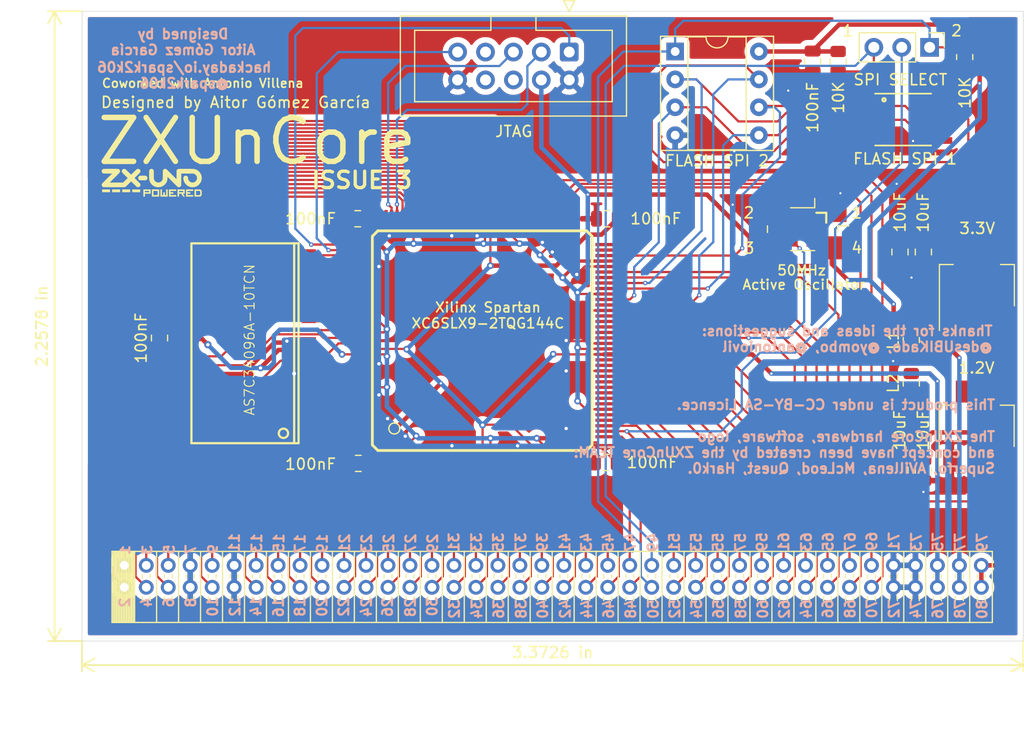
<source format=kicad_pcb>
(kicad_pcb (version 20171130) (host pcbnew "(5.1.9)-1")
  (layers (0 F.Cu signal) (31 B.Cu signal) (34 B.Paste user) (35 F.Paste user) (36 B.SilkS user) (37 F.SilkS user) (38 B.Mask user) (39 F.Mask user) (44 Edge.Cuts user))
  (net 0 "")
  (net 1 GND)
  (net 2 /XA20)
  (net 3 /XA18)
  (net 4 /XA0)
  (net 5 /XA17)
  (net 6 /XA1)
  (net 7 /XA16)
  (net 8 /XA2)
  (net 9 /XA3)
  (net 10 /XA4)
  (net 11 /XD0)
  (net 12 /XA15)
  (net 13 /XD1)
  (net 14 /XD7)
  (net 15 /XD2)
  (net 16 /XD3)
  (net 17 /WR)
  (net 18 /XA5)
  (net 19 /XD6)
  (net 20 /XA6)
  (net 21 /XD5)
  (net 22 /XA7)
  (net 23 /XD4)
  (net 24 /XA8)
  (net 25 /XA9)
  (net 26 /XA14)
  (net 27 /XA19)
  (net 28 /XA10)
  (net 29 /XA11)
  (net 30 /XA12)
  (net 31 /XA13)
  (net 32 /EAR)
  (net 33 /CSYNC)
  (net 34 /VSYNC)
  (net 35 /SD_MISO)
  (net 36 /SD_SCK)
  (net 37 /SD_MOSI)
  (net 38 /FLASH_SCK)
  (net 39 /FLASH_MISO)
  (net 40 /FLASH_MOSI)
  (net 41 /FLASH_WP)
  (net 42 /FLASH_HOLD)
  (net 43 /SD_CS)
  (net 44 /CLK)
  (net 45 /FLASH_CS)
  (net 46 /AUDIO_LEFT)
  (net 47 /AUDIO_RIGHT)
  (net 48 /JOY_FIRE2)
  (net 49 /JOY_RIGHT)
  (net 50 /JOY_LEFT)
  (net 51 /JOY_DOWN)
  (net 52 /JOY_FIRE1)
  (net 53 /JOY_UP)
  (net 54 +3V3)
  (net 55 +5V)
  (net 56 /FLASH_CS2)
  (net 57 /FLASH_CS1)
  (net 58 /STDNB)
  (net 59 /STDN)
  (net 60 /B5)
  (net 61 /B4)
  (net 62 /B3)
  (net 63 /EXT6)
  (net 64 /EXT9)
  (net 65 /EXT8)
  (net 66 /G5)
  (net 67 /G4)
  (net 68 /G3)
  (net 69 /EXT12)
  (net 70 /EXT11)
  (net 71 /EXT14)
  (net 72 /R5)
  (net 73 /R4)
  (net 74 /R3)
  (net 75 /EXT15)
  (net 76 /EXT17)
  (net 77 /EXT18)
  (net 78 /EXT19)
  (net 79 /EXT20)
  (net 80 /EXT21)
  (net 81 /EXT22)
  (net 82 /EXT23)
  (net 83 /EXT24)
  (net 84 /EXT25)
  (net 85 /EXT26)
  (net 86 /EXT27)
  (net 87 /EXT28)
  (net 88 /EXT30)
  (net 89 /EXT31)
  (net 90 /EXT32)
  (net 91 /EXT33)
  (net 92 /EXT34)
  (net 93 /EXT35)
  (net 94 /LED)
  (net 95 /PS2_CLK)
  (net 96 /PS2_DATA)
  (net 97 /PS2_PIN6)
  (net 98 /PS2_PIN2)
  (net 99 "Net-(C9-Pad1)")
  (net 100 "Net-(C11-Pad1)")
  (net 101 /EXT29)
  (net 102 /RST)
  (net 103 /JOY_FIRE3)
  (net 104 /EXT16)
  (net 105 /EXT13)
  (net 106 /EXT10)
  (net 107 /EXT7)
  (net 108 /TMS)
  (net 109 /TCK)
  (net 110 /TDI)
  (net 111 /TDO)
  (net 112 +1V2)
  (module ZXUnCore:PoweredByZXUno (layer F.Cu) (at 106.38 79.2)
    (fp_text reference G1 hide)
    (fp_text value LOGO hide)
  )
  (module Connector_PinHeader_2.54mm:PinHeader_1x03_P2.54mm_Vertical (layer F.Cu) (at 177.18 66.87 270)
    (fp_text reference J2)
    (fp_text value "SPI SELECT" (at 2.95 2.66) (layer F.SilkS))
    (pad 3 thru_hole oval (at 0 5.08 270) (size 1.7 1.7) (drill 1) (layers *.Cu *.Mask) (net 57 /FLASH_CS1))
    (pad 2 thru_hole oval (at 0 2.54 270) (size 1.7 1.7) (drill 1) (layers *.Cu *.Mask) (net 45 /FLASH_CS))
    (pad 1 thru_hole rect (at 0 0 270) (size 1.7 1.7) (drill 1) (layers *.Cu *.Mask) (net 56 /FLASH_CS2))
  )
  (module ZXUnCore:Crystal_SMD_0603-4Pin_6.0x3.5mm_HandSoldering (layer F.Cu) (at 165.62 83.43 180)
    (fp_text reference U5)
    (fp_text value 50MHz (at 0.09 -3.75) (layer F.SilkS) (effects (font (size 0.9 0.9))))
    (pad 1 smd rect (at -2.65 1.7 180) (size 2.7 2.1) (layers F.Cu F.Paste F.Mask))
    (pad 2 smd rect (at 2.65 1.7 180) (size 2.7 2.1) (layers F.Cu F.Paste F.Mask) (net 1 GND))
    (pad 3 smd rect (at 2.65 -1.7 180) (size 2.7 2.1) (layers F.Cu F.Paste F.Mask) (net 44 /CLK))
    (pad 4 smd rect (at -2.65 -1.7 180) (size 2.7 2.1) (layers F.Cu F.Paste F.Mask) (net 54 +3V3))
  )
  (module Resistor_SMD:R_0805_2012Metric (layer F.Cu) (at 168.85 68.16 90)
    (fp_text reference R2)
    (fp_text value 10K (at -3.28 0.03 90) (layer F.SilkS))
    (pad 2 smd roundrect (at 0.9125 0 90) (size 1.025 1.4) (layers F.Cu F.Paste F.Mask) (roundrect_rratio 0.2439004878048781) (net 54 +3V3))
    (pad 1 smd roundrect (at -0.9125 0 90) (size 1.025 1.4) (layers F.Cu F.Paste F.Mask) (roundrect_rratio 0.2439004878048781) (net 57 /FLASH_CS1))
  )
  (module Resistor_SMD:R_0805_2012Metric (layer F.Cu) (at 180.37 67.76 270)
    (fp_text reference R1)
    (fp_text value 10K (at 3.25 -0.02 90) (layer F.SilkS))
    (pad 2 smd roundrect (at 0.9125 0 270) (size 1.025 1.4) (layers F.Cu F.Paste F.Mask) (roundrect_rratio 0.2439004878048781) (net 54 +3V3))
    (pad 1 smd roundrect (at -0.9125 0 270) (size 1.025 1.4) (layers F.Cu F.Paste F.Mask) (roundrect_rratio 0.2439004878048781) (net 56 /FLASH_CS2))
  )
  (module Connector_IDC:IDC-Header_2x05_P2.54mm_Vertical (layer F.Cu) (at 144.38 67.3 270)
    (fp_text reference J3)
    (fp_text value JTAG (at 7.23 5.05 180) (layer F.SilkS))
    (pad 10 thru_hole circle (at 2.54 10.16 270) (size 1.7 1.7) (drill 1) (layers *.Cu *.Mask) (net 1 GND))
    (pad 8 thru_hole circle (at 2.54 7.62 270) (size 1.7 1.7) (drill 1) (layers *.Cu *.Mask))
    (pad 6 thru_hole circle (at 2.54 5.08 270) (size 1.7 1.7) (drill 1) (layers *.Cu *.Mask))
    (pad 4 thru_hole circle (at 2.54 2.54 270) (size 1.7 1.7) (drill 1) (layers *.Cu *.Mask) (net 54 +3V3))
    (pad 2 thru_hole circle (at 2.54 0 270) (size 1.7 1.7) (drill 1) (layers *.Cu *.Mask) (net 1 GND))
    (pad 9 thru_hole circle (at 0 10.16 270) (size 1.7 1.7) (drill 1) (layers *.Cu *.Mask) (net 110 /TDI))
    (pad 7 thru_hole circle (at 0 7.62 270) (size 1.7 1.7) (drill 1) (layers *.Cu *.Mask))
    (pad 5 thru_hole circle (at 0 5.08 270) (size 1.7 1.7) (drill 1) (layers *.Cu *.Mask) (net 108 /TMS))
    (pad 3 thru_hole circle (at 0 2.54 270) (size 1.7 1.7) (drill 1) (layers *.Cu *.Mask) (net 111 /TDO))
    (pad 1 thru_hole roundrect (at 0 0 270) (size 1.7 1.7) (drill 1) (layers *.Cu *.Mask) (roundrect_rratio 0.1470588235294118) (net 109 /TCK))
  )
  (module ZXUnCore:TSX-3225 (layer F.Cu) (at 166.67 84.44 180)
    (fp_text reference U8 hide)
    (fp_text value 50MHz hide)
    (pad 4 smd rect (at 0 0 180) (size 1.4 1.15) (layers F.Cu F.Paste F.Mask) (net 54 +3V3))
    (pad 3 smd rect (at 2.2 0 180) (size 1.4 1.15) (layers F.Cu F.Paste F.Mask) (net 44 /CLK))
    (pad 2 smd rect (at 2.2 1.6 180) (size 1.4 1.15) (layers F.Cu F.Paste F.Mask) (net 1 GND))
    (pad 1 smd rect (at 0 1.6 180) (size 1.4 1.15) (layers F.Cu F.Paste F.Mask))
  )
  (module ZXUnCore:SO08-EIAJ (layer F.Cu) (at 174.78 73.45 270)
    (fp_text reference U4 hide)
    (fp_text value "FLASH SPI 1" (at 4.16 -4.98 180) (layer F.SilkS) (effects (justify right bottom)))
    (pad 8 smd rect (at -1.905 -3.3528 270) (size 0.6096 2.2098) (layers F.Cu F.Paste F.Mask) (net 54 +3V3))
    (pad 7 smd rect (at -0.635 -3.3528 270) (size 0.6096 2.2098) (layers F.Cu F.Paste F.Mask) (net 42 /FLASH_HOLD))
    (pad 6 smd rect (at 0.635 -3.3528 270) (size 0.6096 2.2098) (layers F.Cu F.Paste F.Mask) (net 38 /FLASH_SCK))
    (pad 5 smd rect (at 1.905 -3.3528 270) (size 0.6096 2.2098) (layers F.Cu F.Paste F.Mask) (net 40 /FLASH_MOSI))
    (pad 4 smd rect (at 1.905 3.3782 270) (size 0.6096 2.2098) (layers F.Cu F.Paste F.Mask) (net 1 GND))
    (pad 3 smd rect (at 0.635 3.3782 270) (size 0.6096 2.2098) (layers F.Cu F.Paste F.Mask) (net 41 /FLASH_WP))
    (pad 2 smd rect (at -0.635 3.3782 270) (size 0.6096 2.2098) (layers F.Cu F.Paste F.Mask) (net 39 /FLASH_MISO))
    (pad 1 smd rect (at -1.905 3.3782 270) (size 0.6096 2.2098) (layers F.Cu F.Paste F.Mask) (net 57 /FLASH_CS1))
  )
  (module ZXUnCore:PinSocket_2x40_P2.00mm_Horizontal_Custom (layer F.Cu) (at 103.886 114.046 90)
    (fp_text reference J1 hide)
    (fp_text value Conn_02x40_Counter_Clockwise)
    (pad 80 thru_hole oval (at -2 78 90) (size 1.35 1.35) (drill 0.8) (layers *.Cu *.Mask) (net 55 +5V))
    (pad 79 thru_hole oval (at 0 78 90) (size 1.35 1.35) (drill 0.8) (layers *.Cu *.Mask) (net 55 +5V))
    (pad 78 thru_hole oval (at -2 76 90) (size 1.35 1.35) (drill 0.8) (layers *.Cu *.Mask) (net 54 +3V3))
    (pad 77 thru_hole oval (at 0 76 90) (size 1.35 1.35) (drill 0.8) (layers *.Cu *.Mask) (net 54 +3V3))
    (pad 76 thru_hole oval (at -2 74 90) (size 1.35 1.35) (drill 0.8) (layers *.Cu *.Mask) (net 112 +1V2))
    (pad 75 thru_hole oval (at 0 74 90) (size 1.35 1.35) (drill 0.8) (layers *.Cu *.Mask) (net 112 +1V2))
    (pad 74 thru_hole oval (at -2 72 90) (size 1.35 1.35) (drill 0.8) (layers *.Cu *.Mask) (net 1 GND))
    (pad 73 thru_hole oval (at 0 72 90) (size 1.35 1.35) (drill 0.8) (layers *.Cu *.Mask) (net 1 GND))
    (pad 72 thru_hole oval (at -2 70 90) (size 1.35 1.35) (drill 0.8) (layers *.Cu *.Mask) (net 1 GND))
    (pad 71 thru_hole oval (at 0 70 90) (size 1.35 1.35) (drill 0.8) (layers *.Cu *.Mask) (net 1 GND))
    (pad 70 thru_hole oval (at -2 68 90) (size 1.35 1.35) (drill 0.8) (layers *.Cu *.Mask) (net 35 /SD_MISO))
    (pad 69 thru_hole oval (at 0 68 90) (size 1.35 1.35) (drill 0.8) (layers *.Cu *.Mask) (net 36 /SD_SCK))
    (pad 68 thru_hole oval (at -2 66 90) (size 1.35 1.35) (drill 0.8) (layers *.Cu *.Mask) (net 37 /SD_MOSI))
    (pad 67 thru_hole oval (at 0 66 90) (size 1.35 1.35) (drill 0.8) (layers *.Cu *.Mask) (net 58 /STDNB))
    (pad 66 thru_hole oval (at -2 64 90) (size 1.35 1.35) (drill 0.8) (layers *.Cu *.Mask) (net 59 /STDN))
    (pad 65 thru_hole oval (at 0 64 90) (size 1.35 1.35) (drill 0.8) (layers *.Cu *.Mask) (net 43 /SD_CS))
    (pad 64 thru_hole oval (at -2 62 90) (size 1.35 1.35) (drill 0.8) (layers *.Cu *.Mask) (net 63 /EXT6))
    (pad 63 thru_hole oval (at 0 62 90) (size 1.35 1.35) (drill 0.8) (layers *.Cu *.Mask) (net 107 /EXT7))
    (pad 62 thru_hole oval (at -2 60 90) (size 1.35 1.35) (drill 0.8) (layers *.Cu *.Mask) (net 65 /EXT8))
    (pad 61 thru_hole oval (at 0 60 90) (size 1.35 1.35) (drill 0.8) (layers *.Cu *.Mask) (net 64 /EXT9))
    (pad 60 thru_hole oval (at -2 58 90) (size 1.35 1.35) (drill 0.8) (layers *.Cu *.Mask) (net 106 /EXT10))
    (pad 59 thru_hole oval (at 0 58 90) (size 1.35 1.35) (drill 0.8) (layers *.Cu *.Mask) (net 70 /EXT11))
    (pad 58 thru_hole oval (at -2 56 90) (size 1.35 1.35) (drill 0.8) (layers *.Cu *.Mask) (net 69 /EXT12))
    (pad 57 thru_hole oval (at 0 56 90) (size 1.35 1.35) (drill 0.8) (layers *.Cu *.Mask) (net 105 /EXT13))
    (pad 56 thru_hole oval (at -2 54 90) (size 1.35 1.35) (drill 0.8) (layers *.Cu *.Mask) (net 71 /EXT14))
    (pad 55 thru_hole oval (at 0 54 90) (size 1.35 1.35) (drill 0.8) (layers *.Cu *.Mask) (net 75 /EXT15))
    (pad 54 thru_hole oval (at -2 52 90) (size 1.35 1.35) (drill 0.8) (layers *.Cu *.Mask) (net 104 /EXT16))
    (pad 53 thru_hole oval (at 0 52 90) (size 1.35 1.35) (drill 0.8) (layers *.Cu *.Mask) (net 76 /EXT17))
    (pad 52 thru_hole oval (at -2 50 90) (size 1.35 1.35) (drill 0.8) (layers *.Cu *.Mask) (net 77 /EXT18))
    (pad 51 thru_hole oval (at 0 50 90) (size 1.35 1.35) (drill 0.8) (layers *.Cu *.Mask) (net 103 /JOY_FIRE3))
    (pad 50 thru_hole oval (at -2 48 90) (size 1.35 1.35) (drill 0.8) (layers *.Cu *.Mask) (net 56 /FLASH_CS2))
    (pad 49 thru_hole oval (at 0 48 90) (size 1.35 1.35) (drill 0.8) (layers *.Cu *.Mask) (net 57 /FLASH_CS1))
    (pad 48 thru_hole oval (at -2 46 90) (size 1.35 1.35) (drill 0.8) (layers *.Cu *.Mask) (net 45 /FLASH_CS))
    (pad 47 thru_hole oval (at 0 46 90) (size 1.35 1.35) (drill 0.8) (layers *.Cu *.Mask) (net 102 /RST))
    (pad 46 thru_hole oval (at -2 44 90) (size 1.35 1.35) (drill 0.8) (layers *.Cu *.Mask) (net 78 /EXT19))
    (pad 45 thru_hole oval (at 0 44 90) (size 1.35 1.35) (drill 0.8) (layers *.Cu *.Mask) (net 79 /EXT20))
    (pad 44 thru_hole oval (at -2 42 90) (size 1.35 1.35) (drill 0.8) (layers *.Cu *.Mask) (net 80 /EXT21))
    (pad 43 thru_hole oval (at 0 42 90) (size 1.35 1.35) (drill 0.8) (layers *.Cu *.Mask) (net 81 /EXT22))
    (pad 42 thru_hole oval (at -2 40 90) (size 1.35 1.35) (drill 0.8) (layers *.Cu *.Mask) (net 82 /EXT23))
    (pad 41 thru_hole oval (at 0 40 90) (size 1.35 1.35) (drill 0.8) (layers *.Cu *.Mask) (net 83 /EXT24))
    (pad 40 thru_hole oval (at -2 38 90) (size 1.35 1.35) (drill 0.8) (layers *.Cu *.Mask) (net 84 /EXT25))
    (pad 39 thru_hole oval (at 0 38 90) (size 1.35 1.35) (drill 0.8) (layers *.Cu *.Mask) (net 85 /EXT26))
    (pad 38 thru_hole oval (at -2 36 90) (size 1.35 1.35) (drill 0.8) (layers *.Cu *.Mask) (net 86 /EXT27))
    (pad 37 thru_hole oval (at 0 36 90) (size 1.35 1.35) (drill 0.8) (layers *.Cu *.Mask) (net 87 /EXT28))
    (pad 36 thru_hole oval (at -2 34 90) (size 1.35 1.35) (drill 0.8) (layers *.Cu *.Mask) (net 101 /EXT29))
    (pad 35 thru_hole oval (at 0 34 90) (size 1.35 1.35) (drill 0.8) (layers *.Cu *.Mask) (net 88 /EXT30))
    (pad 34 thru_hole oval (at -2 32 90) (size 1.35 1.35) (drill 0.8) (layers *.Cu *.Mask) (net 89 /EXT31))
    (pad 33 thru_hole oval (at 0 32 90) (size 1.35 1.35) (drill 0.8) (layers *.Cu *.Mask) (net 90 /EXT32))
    (pad 32 thru_hole oval (at -2 30 90) (size 1.35 1.35) (drill 0.8) (layers *.Cu *.Mask) (net 91 /EXT33))
    (pad 31 thru_hole oval (at 0 30 90) (size 1.35 1.35) (drill 0.8) (layers *.Cu *.Mask) (net 92 /EXT34))
    (pad 30 thru_hole oval (at -2 28 90) (size 1.35 1.35) (drill 0.8) (layers *.Cu *.Mask) (net 93 /EXT35))
    (pad 29 thru_hole oval (at 0 28 90) (size 1.35 1.35) (drill 0.8) (layers *.Cu *.Mask) (net 94 /LED))
    (pad 28 thru_hole oval (at -2 26 90) (size 1.35 1.35) (drill 0.8) (layers *.Cu *.Mask) (net 46 /AUDIO_LEFT))
    (pad 27 thru_hole oval (at 0 26 90) (size 1.35 1.35) (drill 0.8) (layers *.Cu *.Mask) (net 47 /AUDIO_RIGHT))
    (pad 26 thru_hole oval (at -2 24 90) (size 1.35 1.35) (drill 0.8) (layers *.Cu *.Mask) (net 48 /JOY_FIRE2))
    (pad 25 thru_hole oval (at 0 24 90) (size 1.35 1.35) (drill 0.8) (layers *.Cu *.Mask) (net 49 /JOY_RIGHT))
    (pad 24 thru_hole oval (at -2 22 90) (size 1.35 1.35) (drill 0.8) (layers *.Cu *.Mask) (net 50 /JOY_LEFT))
    (pad 23 thru_hole oval (at 0 22 90) (size 1.35 1.35) (drill 0.8) (layers *.Cu *.Mask) (net 51 /JOY_DOWN))
    (pad 22 thru_hole oval (at -2 20 90) (size 1.35 1.35) (drill 0.8) (layers *.Cu *.Mask) (net 52 /JOY_FIRE1))
    (pad 21 thru_hole oval (at 0 20 90) (size 1.35 1.35) (drill 0.8) (layers *.Cu *.Mask) (net 53 /JOY_UP))
    (pad 20 thru_hole oval (at -2 18 90) (size 1.35 1.35) (drill 0.8) (layers *.Cu *.Mask) (net 96 /PS2_DATA))
    (pad 19 thru_hole oval (at 0 18 90) (size 1.35 1.35) (drill 0.8) (layers *.Cu *.Mask) (net 95 /PS2_CLK))
    (pad 18 thru_hole oval (at -2 16 90) (size 1.35 1.35) (drill 0.8) (layers *.Cu *.Mask) (net 97 /PS2_PIN6))
    (pad 17 thru_hole oval (at 0 16 90) (size 1.35 1.35) (drill 0.8) (layers *.Cu *.Mask) (net 98 /PS2_PIN2))
    (pad 16 thru_hole oval (at -2 14 90) (size 1.35 1.35) (drill 0.8) (layers *.Cu *.Mask) (net 60 /B5))
    (pad 15 thru_hole oval (at 0 14 90) (size 1.35 1.35) (drill 0.8) (layers *.Cu *.Mask) (net 32 /EAR))
    (pad 14 thru_hole oval (at -2 12 90) (size 1.35 1.35) (drill 0.8) (layers *.Cu *.Mask) (net 62 /B3))
    (pad 13 thru_hole oval (at 0 12 90) (size 1.35 1.35) (drill 0.8) (layers *.Cu *.Mask) (net 61 /B4))
    (pad 12 thru_hole oval (at -2 10 90) (size 1.35 1.35) (drill 0.8) (layers *.Cu *.Mask) (net 1 GND))
    (pad 11 thru_hole oval (at 0 10 90) (size 1.35 1.35) (drill 0.8) (layers *.Cu *.Mask) (net 1 GND))
    (pad 10 thru_hole oval (at -2 8 90) (size 1.35 1.35) (drill 0.8) (layers *.Cu *.Mask) (net 34 /VSYNC))
    (pad 9 thru_hole oval (at 0 8 90) (size 1.35 1.35) (drill 0.8) (layers *.Cu *.Mask) (net 33 /CSYNC))
    (pad 8 thru_hole oval (at -2 6 90) (size 1.35 1.35) (drill 0.8) (layers *.Cu *.Mask) (net 1 GND))
    (pad 7 thru_hole oval (at 0 6 90) (size 1.35 1.35) (drill 0.8) (layers *.Cu *.Mask) (net 1 GND))
    (pad 6 thru_hole oval (at -2 4 90) (size 1.35 1.35) (drill 0.8) (layers *.Cu *.Mask) (net 67 /G4))
    (pad 5 thru_hole oval (at 0 4 90) (size 1.35 1.35) (drill 0.8) (layers *.Cu *.Mask) (net 66 /G5))
    (pad 4 thru_hole oval (at -2 2 90) (size 1.35 1.35) (drill 0.8) (layers *.Cu *.Mask) (net 72 /R5))
    (pad 3 thru_hole oval (at 0 2 90) (size 1.35 1.35) (drill 0.8) (layers *.Cu *.Mask) (net 68 /G3))
    (pad 2 thru_hole oval (at -2 0 90) (size 1.35 1.35) (drill 0.8) (layers *.Cu *.Mask) (net 74 /R3))
    (pad 1 thru_hole rect (at 0 0 90) (size 1.35 1.35) (drill 0.8) (layers *.Cu *.Mask) (net 73 /R4))
  )
  (module ZXUnCore:TQ144 (layer F.Cu) (at 136.46093 93.582691 90)
    (fp_text reference U1 hide)
    (fp_text value 6SLX9TQG144)
    (pad 1 smd rect (at -11.1 -8.75 90) (size 1.6 0.3) (layers F.Cu F.Paste F.Mask) (net 53 /JOY_UP))
    (pad 2 smd rect (at -11.1 -8.25 90) (size 1.6 0.3) (layers F.Cu F.Paste F.Mask) (net 52 /JOY_FIRE1))
    (pad 3 smd rect (at -11.1 -7.75 90) (size 1.6 0.3) (layers F.Cu F.Paste F.Mask) (net 1 GND))
    (pad 4 smd rect (at -11.1 -7.25 90) (size 1.6 0.3) (layers F.Cu F.Paste F.Mask) (net 54 +3V3))
    (pad 5 smd rect (at -11.1 -6.75 90) (size 1.6 0.3) (layers F.Cu F.Paste F.Mask) (net 51 /JOY_DOWN))
    (pad 6 smd rect (at -11.1 -6.25 90) (size 1.6 0.3) (layers F.Cu F.Paste F.Mask) (net 50 /JOY_LEFT))
    (pad 7 smd rect (at -11.1 -5.75 90) (size 1.6 0.3) (layers F.Cu F.Paste F.Mask) (net 49 /JOY_RIGHT))
    (pad 8 smd rect (at -11.1 -5.25 90) (size 1.6 0.3) (layers F.Cu F.Paste F.Mask) (net 48 /JOY_FIRE2))
    (pad 9 smd rect (at -11.1 -4.75 90) (size 1.6 0.3) (layers F.Cu F.Paste F.Mask) (net 47 /AUDIO_RIGHT))
    (pad 10 smd rect (at -11.1 -4.25 90) (size 1.6 0.3) (layers F.Cu F.Paste F.Mask) (net 46 /AUDIO_LEFT))
    (pad 11 smd rect (at -11.1 -3.75 90) (size 1.6 0.3) (layers F.Cu F.Paste F.Mask) (net 94 /LED))
    (pad 12 smd rect (at -11.1 -3.25 90) (size 1.6 0.3) (layers F.Cu F.Paste F.Mask) (net 93 /EXT35))
    (pad 13 smd rect (at -11.1 -2.75 90) (size 1.6 0.3) (layers F.Cu F.Paste F.Mask) (net 1 GND))
    (pad 14 smd rect (at -11.1 -2.25 90) (size 1.6 0.3) (layers F.Cu F.Paste F.Mask) (net 92 /EXT34))
    (pad 15 smd rect (at -11.1 -1.75 90) (size 1.6 0.3) (layers F.Cu F.Paste F.Mask) (net 91 /EXT33))
    (pad 16 smd rect (at -11.1 -1.25 90) (size 1.6 0.3) (layers F.Cu F.Paste F.Mask) (net 90 /EXT32))
    (pad 17 smd rect (at -11.1 -0.75 90) (size 1.6 0.3) (layers F.Cu F.Paste F.Mask) (net 89 /EXT31))
    (pad 18 smd rect (at -11.1 -0.25 90) (size 1.6 0.3) (layers F.Cu F.Paste F.Mask) (net 54 +3V3))
    (pad 19 smd rect (at -11.1 0.25 90) (size 1.6 0.3) (layers F.Cu F.Paste F.Mask) (net 112 +1V2))
    (pad 20 smd rect (at -11.1 0.75 90) (size 1.6 0.3) (layers F.Cu F.Paste F.Mask) (net 54 +3V3))
    (pad 21 smd rect (at -11.1 1.25 90) (size 1.6 0.3) (layers F.Cu F.Paste F.Mask) (net 88 /EXT30))
    (pad 22 smd rect (at -11.1 1.75 90) (size 1.6 0.3) (layers F.Cu F.Paste F.Mask) (net 101 /EXT29))
    (pad 23 smd rect (at -11.1 2.25 90) (size 1.6 0.3) (layers F.Cu F.Paste F.Mask) (net 87 /EXT28))
    (pad 24 smd rect (at -11.1 2.75 90) (size 1.6 0.3) (layers F.Cu F.Paste F.Mask) (net 86 /EXT27))
    (pad 25 smd rect (at -11.1 3.25 90) (size 1.6 0.3) (layers F.Cu F.Paste F.Mask) (net 1 GND))
    (pad 26 smd rect (at -11.1 3.75 90) (size 1.6 0.3) (layers F.Cu F.Paste F.Mask) (net 85 /EXT26))
    (pad 27 smd rect (at -11.1 4.25 90) (size 1.6 0.3) (layers F.Cu F.Paste F.Mask) (net 84 /EXT25))
    (pad 28 smd rect (at -11.1 4.75 90) (size 1.6 0.3) (layers F.Cu F.Paste F.Mask) (net 112 +1V2))
    (pad 29 smd rect (at -11.1 5.25 90) (size 1.6 0.3) (layers F.Cu F.Paste F.Mask) (net 83 /EXT24))
    (pad 30 smd rect (at -11.1 5.75 90) (size 1.6 0.3) (layers F.Cu F.Paste F.Mask) (net 82 /EXT23))
    (pad 31 smd rect (at -11.1 6.25 90) (size 1.6 0.3) (layers F.Cu F.Paste F.Mask) (net 54 +3V3))
    (pad 32 smd rect (at -11.1 6.75 90) (size 1.6 0.3) (layers F.Cu F.Paste F.Mask) (net 81 /EXT22))
    (pad 33 smd rect (at -11.1 7.25 90) (size 1.6 0.3) (layers F.Cu F.Paste F.Mask) (net 80 /EXT21))
    (pad 34 smd rect (at -11.1 7.75 90) (size 1.6 0.3) (layers F.Cu F.Paste F.Mask) (net 79 /EXT20))
    (pad 35 smd rect (at -11.1 8.25 90) (size 1.6 0.3) (layers F.Cu F.Paste F.Mask) (net 78 /EXT19))
    (pad 36 smd rect (at -11.1 8.75 90) (size 1.6 0.3) (layers F.Cu F.Paste F.Mask) (net 54 +3V3))
    (pad 37 smd rect (at -8.75 11.1 180) (size 1.6 0.3) (layers F.Cu F.Paste F.Mask) (net 102 /RST))
    (pad 38 smd rect (at -8.25 11.1 180) (size 1.6 0.3) (layers F.Cu F.Paste F.Mask) (net 45 /FLASH_CS))
    (pad 39 smd rect (at -7.75 11.1 180) (size 1.6 0.3) (layers F.Cu F.Paste F.Mask) (net 103 /JOY_FIRE3))
    (pad 40 smd rect (at -7.25 11.1 180) (size 1.6 0.3) (layers F.Cu F.Paste F.Mask) (net 77 /EXT18))
    (pad 41 smd rect (at -6.75 11.1 180) (size 1.6 0.3) (layers F.Cu F.Paste F.Mask) (net 76 /EXT17))
    (pad 42 smd rect (at -6.25 11.1 180) (size 1.6 0.3) (layers F.Cu F.Paste F.Mask) (net 54 +3V3))
    (pad 43 smd rect (at -5.75 11.1 180) (size 1.6 0.3) (layers F.Cu F.Paste F.Mask) (net 104 /EXT16))
    (pad 44 smd rect (at -5.25 11.1 180) (size 1.6 0.3) (layers F.Cu F.Paste F.Mask) (net 75 /EXT15))
    (pad 45 smd rect (at -4.75 11.1 180) (size 1.6 0.3) (layers F.Cu F.Paste F.Mask) (net 71 /EXT14))
    (pad 46 smd rect (at -4.25 11.1 180) (size 1.6 0.3) (layers F.Cu F.Paste F.Mask) (net 105 /EXT13))
    (pad 47 smd rect (at -3.75 11.1 180) (size 1.6 0.3) (layers F.Cu F.Paste F.Mask) (net 69 /EXT12))
    (pad 48 smd rect (at -3.25 11.1 180) (size 1.6 0.3) (layers F.Cu F.Paste F.Mask) (net 70 /EXT11))
    (pad 49 smd rect (at -2.75 11.1 180) (size 1.6 0.3) (layers F.Cu F.Paste F.Mask) (net 1 GND))
    (pad 50 smd rect (at -2.25 11.1 180) (size 1.6 0.3) (layers F.Cu F.Paste F.Mask) (net 106 /EXT10))
    (pad 51 smd rect (at -1.75 11.1 180) (size 1.6 0.3) (layers F.Cu F.Paste F.Mask) (net 64 /EXT9))
    (pad 52 smd rect (at -1.25 11.1 180) (size 1.6 0.3) (layers F.Cu F.Paste F.Mask) (net 112 +1V2))
    (pad 53 smd rect (at -0.75 11.1 180) (size 1.6 0.3) (layers F.Cu F.Paste F.Mask) (net 54 +3V3))
    (pad 54 smd rect (at -0.25 11.1 180) (size 1.6 0.3) (layers F.Cu F.Paste F.Mask) (net 1 GND))
    (pad 55 smd rect (at 0.25 11.1 180) (size 1.6 0.3) (layers F.Cu F.Paste F.Mask) (net 44 /CLK))
    (pad 56 smd rect (at 0.75 11.1 180) (size 1.6 0.3) (layers F.Cu F.Paste F.Mask) (net 65 /EXT8))
    (pad 57 smd rect (at 1.25 11.1 180) (size 1.6 0.3) (layers F.Cu F.Paste F.Mask) (net 107 /EXT7))
    (pad 58 smd rect (at 1.75 11.1 180) (size 1.6 0.3) (layers F.Cu F.Paste F.Mask) (net 63 /EXT6))
    (pad 59 smd rect (at 2.25 11.1 180) (size 1.6 0.3) (layers F.Cu F.Paste F.Mask) (net 43 /SD_CS))
    (pad 60 smd rect (at 2.75 11.1 180) (size 1.6 0.3) (layers F.Cu F.Paste F.Mask) (net 1 GND))
    (pad 61 smd rect (at 3.25 11.1 180) (size 1.6 0.3) (layers F.Cu F.Paste F.Mask) (net 42 /FLASH_HOLD))
    (pad 62 smd rect (at 3.75 11.1 180) (size 1.6 0.3) (layers F.Cu F.Paste F.Mask) (net 41 /FLASH_WP))
    (pad 63 smd rect (at 4.25 11.1 180) (size 1.6 0.3) (layers F.Cu F.Paste F.Mask) (net 54 +3V3))
    (pad 64 smd rect (at 4.75 11.1 180) (size 1.6 0.3) (layers F.Cu F.Paste F.Mask) (net 40 /FLASH_MOSI))
    (pad 65 smd rect (at 5.25 11.1 180) (size 1.6 0.3) (layers F.Cu F.Paste F.Mask) (net 39 /FLASH_MISO))
    (pad 66 smd rect (at 5.75 11.1 180) (size 1.6 0.3) (layers F.Cu F.Paste F.Mask) (net 59 /STDN))
    (pad 67 smd rect (at 6.25 11.1 180) (size 1.6 0.3) (layers F.Cu F.Paste F.Mask) (net 58 /STDNB))
    (pad 68 smd rect (at 6.75 11.1 180) (size 1.6 0.3) (layers F.Cu F.Paste F.Mask) (net 1 GND))
    (pad 69 smd rect (at 7.25 11.1 180) (size 1.6 0.3) (layers F.Cu F.Paste F.Mask) (net 54 +3V3))
    (pad 70 smd rect (at 7.75 11.1 180) (size 1.6 0.3) (layers F.Cu F.Paste F.Mask) (net 38 /FLASH_SCK))
    (pad 71 smd rect (at 8.25 11.1 180) (size 1.6 0.3) (layers F.Cu F.Paste F.Mask))
    (pad 72 smd rect (at 8.75 11.1 180) (size 1.6 0.3) (layers F.Cu F.Paste F.Mask))
    (pad 73 smd rect (at 11.1 8.75 90) (size 1.6 0.3) (layers F.Cu F.Paste F.Mask) (net 1 GND))
    (pad 74 smd rect (at 11.1 8.25 90) (size 1.6 0.3) (layers F.Cu F.Paste F.Mask) (net 37 /SD_MOSI))
    (pad 75 smd rect (at 11.1 7.75 90) (size 1.6 0.3) (layers F.Cu F.Paste F.Mask) (net 36 /SD_SCK))
    (pad 76 smd rect (at 11.1 7.25 90) (size 1.6 0.3) (layers F.Cu F.Paste F.Mask) (net 54 +3V3))
    (pad 77 smd rect (at 11.1 6.75 90) (size 1.6 0.3) (layers F.Cu F.Paste F.Mask) (net 1 GND))
    (pad 78 smd rect (at 11.1 6.25 90) (size 1.6 0.3) (layers F.Cu F.Paste F.Mask) (net 35 /SD_MISO))
    (pad 79 smd rect (at 11.1 5.75 90) (size 1.6 0.3) (layers F.Cu F.Paste F.Mask) (net 74 /R3))
    (pad 80 smd rect (at 11.1 5.25 90) (size 1.6 0.3) (layers F.Cu F.Paste F.Mask) (net 73 /R4))
    (pad 81 smd rect (at 11.1 4.75 90) (size 1.6 0.3) (layers F.Cu F.Paste F.Mask) (net 72 /R5))
    (pad 82 smd rect (at 11.1 4.25 90) (size 1.6 0.3) (layers F.Cu F.Paste F.Mask) (net 68 /G3))
    (pad 83 smd rect (at 11.1 3.75 90) (size 1.6 0.3) (layers F.Cu F.Paste F.Mask) (net 67 /G4))
    (pad 84 smd rect (at 11.1 3.25 90) (size 1.6 0.3) (layers F.Cu F.Paste F.Mask) (net 66 /G5))
    (pad 85 smd rect (at 11.1 2.75 90) (size 1.6 0.3) (layers F.Cu F.Paste F.Mask) (net 34 /VSYNC))
    (pad 86 smd rect (at 11.1 2.25 90) (size 1.6 0.3) (layers F.Cu F.Paste F.Mask) (net 54 +3V3))
    (pad 87 smd rect (at 11.1 1.75 90) (size 1.6 0.3) (layers F.Cu F.Paste F.Mask) (net 33 /CSYNC))
    (pad 88 smd rect (at 11.1 1.25 90) (size 1.6 0.3) (layers F.Cu F.Paste F.Mask) (net 62 /B3))
    (pad 89 smd rect (at 11.1 0.75 90) (size 1.6 0.3) (layers F.Cu F.Paste F.Mask) (net 112 +1V2))
    (pad 90 smd rect (at 11.1 0.25 90) (size 1.6 0.3) (layers F.Cu F.Paste F.Mask) (net 54 +3V3))
    (pad 91 smd rect (at 11.1 -0.25 90) (size 1.6 0.3) (layers F.Cu F.Paste F.Mask) (net 1 GND))
    (pad 92 smd rect (at 11.1 -0.75 90) (size 1.6 0.3) (layers F.Cu F.Paste F.Mask) (net 61 /B4))
    (pad 93 smd rect (at 11.1 -1.25 90) (size 1.6 0.3) (layers F.Cu F.Paste F.Mask) (net 60 /B5))
    (pad 94 smd rect (at 11.1 -1.75 90) (size 1.6 0.3) (layers F.Cu F.Paste F.Mask) (net 32 /EAR))
    (pad 95 smd rect (at 11.1 -2.25 90) (size 1.6 0.3) (layers F.Cu F.Paste F.Mask) (net 97 /PS2_PIN6))
    (pad 96 smd rect (at 11.1 -2.75 90) (size 1.6 0.3) (layers F.Cu F.Paste F.Mask) (net 1 GND))
    (pad 97 smd rect (at 11.1 -3.25 90) (size 1.6 0.3) (layers F.Cu F.Paste F.Mask) (net 98 /PS2_PIN2))
    (pad 98 smd rect (at 11.1 -3.75 90) (size 1.6 0.3) (layers F.Cu F.Paste F.Mask) (net 96 /PS2_DATA))
    (pad 99 smd rect (at 11.1 -4.25 90) (size 1.6 0.3) (layers F.Cu F.Paste F.Mask) (net 95 /PS2_CLK))
    (pad 100 smd rect (at 11.1 -4.75 90) (size 1.6 0.3) (layers F.Cu F.Paste F.Mask) (net 31 /XA13))
    (pad 101 smd rect (at 11.1 -5.25 90) (size 1.6 0.3) (layers F.Cu F.Paste F.Mask) (net 30 /XA12))
    (pad 102 smd rect (at 11.1 -5.75 90) (size 1.6 0.3) (layers F.Cu F.Paste F.Mask) (net 29 /XA11))
    (pad 103 smd rect (at 11.1 -6.25 90) (size 1.6 0.3) (layers F.Cu F.Paste F.Mask) (net 54 +3V3))
    (pad 104 smd rect (at 11.1 -6.75 90) (size 1.6 0.3) (layers F.Cu F.Paste F.Mask) (net 28 /XA10))
    (pad 105 smd rect (at 11.1 -7.25 90) (size 1.6 0.3) (layers F.Cu F.Paste F.Mask) (net 27 /XA19))
    (pad 106 smd rect (at 11.1 -7.75 90) (size 1.6 0.3) (layers F.Cu F.Paste F.Mask) (net 111 /TDO))
    (pad 107 smd rect (at 11.1 -8.25 90) (size 1.6 0.3) (layers F.Cu F.Paste F.Mask) (net 108 /TMS))
    (pad 108 smd rect (at 11.1 -8.75 90) (size 1.6 0.3) (layers F.Cu F.Paste F.Mask) (net 1 GND))
    (pad 109 smd rect (at 8.75 -11.1 180) (size 1.6 0.3) (layers F.Cu F.Paste F.Mask) (net 109 /TCK))
    (pad 110 smd rect (at 8.25 -11.1 180) (size 1.6 0.3) (layers F.Cu F.Paste F.Mask) (net 110 /TDI))
    (pad 111 smd rect (at 7.75 -11.1 180) (size 1.6 0.3) (layers F.Cu F.Paste F.Mask) (net 26 /XA14))
    (pad 112 smd rect (at 7.25 -11.1 180) (size 1.6 0.3) (layers F.Cu F.Paste F.Mask) (net 25 /XA9))
    (pad 113 smd rect (at 6.75 -11.1 180) (size 1.6 0.3) (layers F.Cu F.Paste F.Mask) (net 1 GND))
    (pad 114 smd rect (at 6.25 -11.1 180) (size 1.6 0.3) (layers F.Cu F.Paste F.Mask) (net 24 /XA8))
    (pad 115 smd rect (at 5.75 -11.1 180) (size 1.6 0.3) (layers F.Cu F.Paste F.Mask) (net 23 /XD4))
    (pad 116 smd rect (at 5.25 -11.1 180) (size 1.6 0.3) (layers F.Cu F.Paste F.Mask) (net 22 /XA7))
    (pad 117 smd rect (at 4.75 -11.1 180) (size 1.6 0.3) (layers F.Cu F.Paste F.Mask) (net 21 /XD5))
    (pad 118 smd rect (at 4.25 -11.1 180) (size 1.6 0.3) (layers F.Cu F.Paste F.Mask) (net 20 /XA6))
    (pad 119 smd rect (at 3.75 -11.1 180) (size 1.6 0.3) (layers F.Cu F.Paste F.Mask) (net 19 /XD6))
    (pad 120 smd rect (at 3.25 -11.1 180) (size 1.6 0.3) (layers F.Cu F.Paste F.Mask) (net 18 /XA5))
    (pad 121 smd rect (at 2.75 -11.1 180) (size 1.6 0.3) (layers F.Cu F.Paste F.Mask) (net 17 /WR))
    (pad 122 smd rect (at 2.25 -11.1 180) (size 1.6 0.3) (layers F.Cu F.Paste F.Mask) (net 54 +3V3))
    (pad 123 smd rect (at 1.75 -11.1 180) (size 1.6 0.3) (layers F.Cu F.Paste F.Mask) (net 16 /XD3))
    (pad 124 smd rect (at 1.25 -11.1 180) (size 1.6 0.3) (layers F.Cu F.Paste F.Mask) (net 15 /XD2))
    (pad 125 smd rect (at 0.75 -11.1 180) (size 1.6 0.3) (layers F.Cu F.Paste F.Mask) (net 54 +3V3))
    (pad 126 smd rect (at 0.25 -11.1 180) (size 1.6 0.3) (layers F.Cu F.Paste F.Mask) (net 14 /XD7))
    (pad 127 smd rect (at -0.25 -11.1 180) (size 1.6 0.3) (layers F.Cu F.Paste F.Mask) (net 13 /XD1))
    (pad 128 smd rect (at -0.75 -11.1 180) (size 1.6 0.3) (layers F.Cu F.Paste F.Mask) (net 112 +1V2))
    (pad 129 smd rect (at -1.25 -11.1 180) (size 1.6 0.3) (layers F.Cu F.Paste F.Mask) (net 54 +3V3))
    (pad 130 smd rect (at -1.75 -11.1 180) (size 1.6 0.3) (layers F.Cu F.Paste F.Mask) (net 1 GND))
    (pad 131 smd rect (at -2.25 -11.1 180) (size 1.6 0.3) (layers F.Cu F.Paste F.Mask) (net 12 /XA15))
    (pad 132 smd rect (at -2.75 -11.1 180) (size 1.6 0.3) (layers F.Cu F.Paste F.Mask) (net 11 /XD0))
    (pad 133 smd rect (at -3.25 -11.1 180) (size 1.6 0.3) (layers F.Cu F.Paste F.Mask) (net 10 /XA4))
    (pad 134 smd rect (at -3.75 -11.1 180) (size 1.6 0.3) (layers F.Cu F.Paste F.Mask) (net 9 /XA3))
    (pad 135 smd rect (at -4.25 -11.1 180) (size 1.6 0.3) (layers F.Cu F.Paste F.Mask) (net 54 +3V3))
    (pad 136 smd rect (at -4.75 -11.1 180) (size 1.6 0.3) (layers F.Cu F.Paste F.Mask) (net 1 GND))
    (pad 137 smd rect (at -5.25 -11.1 180) (size 1.6 0.3) (layers F.Cu F.Paste F.Mask) (net 8 /XA2))
    (pad 138 smd rect (at -5.75 -11.1 180) (size 1.6 0.3) (layers F.Cu F.Paste F.Mask) (net 7 /XA16))
    (pad 139 smd rect (at -6.25 -11.1 180) (size 1.6 0.3) (layers F.Cu F.Paste F.Mask) (net 6 /XA1))
    (pad 140 smd rect (at -6.75 -11.1 180) (size 1.6 0.3) (layers F.Cu F.Paste F.Mask) (net 5 /XA17))
    (pad 141 smd rect (at -7.25 -11.1 180) (size 1.6 0.3) (layers F.Cu F.Paste F.Mask) (net 4 /XA0))
    (pad 142 smd rect (at -7.75 -11.1 180) (size 1.6 0.3) (layers F.Cu F.Paste F.Mask) (net 3 /XA18))
    (pad 143 smd rect (at -8.25 -11.1 180) (size 1.6 0.3) (layers F.Cu F.Paste F.Mask) (net 2 /XA20))
    (pad 144 smd rect (at -8.75 -11.1 180) (size 1.6 0.3) (layers F.Cu F.Paste F.Mask) (net 1 GND))
  )
  (module Capacitor_SMD:C_0805_2012Metric (layer F.Cu) (at 174.48 105.38 90)
    (fp_text reference C11)
    (fp_text value 10uF (at 3.63 -0.02 90) (layer F.SilkS))
    (pad 2 smd roundrect (at 0.95 0 90) (size 1 1.45) (layers F.Cu F.Paste F.Mask) (net 1 GND))
    (pad 1 smd roundrect (at -0.95 0 90) (size 1 1.45) (layers F.Cu F.Paste F.Mask) (net 100 "Net-(C11-Pad1)"))
  )
  (module Capacitor_SMD:C_0805_2012Metric (layer F.Cu) (at 176.61 105.38 270)
    (fp_text reference C10)
    (fp_text value 10uF (at -3.63 0.01 90) (layer F.SilkS))
    (pad 2 smd roundrect (at 0.95 0 270) (size 1 1.45) (layers F.Cu F.Paste F.Mask) (net 1 GND))
    (pad 1 smd roundrect (at -0.95 0 270) (size 1 1.45) (layers F.Cu F.Paste F.Mask) (net 55 +5V))
  )
  (module Capacitor_SMD:C_0805_2012Metric (layer F.Cu) (at 174.48 85.51 90)
    (fp_text reference C9)
    (fp_text value 10uF (at 3.62 0 90) (layer F.SilkS))
    (pad 2 smd roundrect (at 0.95 0 90) (size 1 1.45) (layers F.Cu F.Paste F.Mask) (net 1 GND))
    (pad 1 smd roundrect (at -0.95 0 90) (size 1 1.45) (layers F.Cu F.Paste F.Mask) (net 99 "Net-(C9-Pad1)"))
  )
  (module Capacitor_SMD:C_0805_2012Metric (layer F.Cu) (at 176.61 85.51 90)
    (fp_text reference C8)
    (fp_text value 10uF (at 3.61 -0.03 90) (layer F.SilkS))
    (pad 2 smd roundrect (at 0.95 0 90) (size 1 1.45) (layers F.Cu F.Paste F.Mask) (net 1 GND))
    (pad 1 smd roundrect (at -0.95 0 90) (size 1 1.45) (layers F.Cu F.Paste F.Mask) (net 55 +5V))
  )
  (module Capacitor_SMD:C_0805_2012Metric (layer F.Cu) (at 147.81 82.48 180)
    (fp_text reference C7)
    (fp_text value 100nF (at -4.45 0) (layer F.SilkS))
    (pad 2 smd roundrect (at 0.95 0 180) (size 1 1.45) (layers F.Cu F.Paste F.Mask) (net 1 GND))
    (pad 1 smd roundrect (at -0.95 0 180) (size 1 1.45) (layers F.Cu F.Paste F.Mask) (net 112 +1V2))
  )
  (module Capacitor_SMD:C_0805_2012Metric (layer F.Cu) (at 147.71 104.68)
    (fp_text reference C6)
    (fp_text value 100nF (at 4.22 0) (layer F.SilkS))
    (pad 2 smd roundrect (at 0.95 0) (size 1 1.45) (layers F.Cu F.Paste F.Mask) (net 1 GND))
    (pad 1 smd roundrect (at -0.95 0) (size 1 1.45) (layers F.Cu F.Paste F.Mask) (net 54 +3V3))
  )
  (module Capacitor_SMD:C_0805_2012Metric (layer F.Cu) (at 125.13 82.48)
    (fp_text reference C4)
    (fp_text value 100nF (at -4.29 0) (layer F.SilkS))
    (pad 2 smd roundrect (at 0.95 0) (size 1 1.45) (layers F.Cu F.Paste F.Mask) (net 1 GND))
    (pad 1 smd roundrect (at -0.95 0) (size 1 1.45) (layers F.Cu F.Paste F.Mask) (net 54 +3V3))
  )
  (module Capacitor_SMD:C_0805_2012Metric (layer F.Cu) (at 125.18 104.76 180)
    (fp_text reference C5)
    (fp_text value 100nF (at 4.34 -0.07) (layer F.SilkS))
    (pad 2 smd roundrect (at 0.95 0 180) (size 1 1.45) (layers F.Cu F.Paste F.Mask) (net 1 GND))
    (pad 1 smd roundrect (at -0.95 0 180) (size 1 1.45) (layers F.Cu F.Paste F.Mask) (net 112 +1V2))
  )
  (module Capacitor_SMD:C_0805_2012Metric (layer F.Cu) (at 107.09218 93.344566 270)
    (fp_text reference C3)
    (fp_text value 100nF (at 0 1.68 90) (layer F.SilkS))
    (pad 2 smd roundrect (at 0.95 0 270) (size 1 1.45) (layers F.Cu F.Paste F.Mask) (net 1 GND))
    (pad 1 smd roundrect (at -0.95 0 270) (size 1 1.45) (layers F.Cu F.Paste F.Mask) (net 54 +3V3))
  )
  (module Package_TO_SOT_SMD:SOT-223 (layer F.Cu) (at 181.46 101.37 90)
    (fp_text reference U7)
    (fp_text value 1.2V (at 5.3 0 180) (layer F.SilkS))
    (pad 1 smd rect (at -3.15 -2.3 90) (size 2 1.5) (layers F.Cu F.Paste F.Mask) (net 1 GND))
    (pad 3 smd rect (at -3.15 2.3 90) (size 2 1.5) (layers F.Cu F.Paste F.Mask) (net 55 +5V))
    (pad 2 smd rect (at -3.15 0 90) (size 2 1.5) (layers F.Cu F.Paste F.Mask) (net 100 "Net-(C11-Pad1)"))
    (pad 4 smd rect (at 3.15 0 90) (size 2 3.8) (layers F.Cu F.Paste F.Mask))
  )
  (module Package_TO_SOT_SMD:SOT-223 (layer F.Cu) (at 181.48 88.56 90)
    (fp_text reference U6)
    (fp_text value 3.3V (at 5.2 0.03) (layer F.SilkS))
    (pad 1 smd rect (at -3.15 -2.3 90) (size 2 1.5) (layers F.Cu F.Paste F.Mask) (net 1 GND))
    (pad 3 smd rect (at -3.15 2.3 90) (size 2 1.5) (layers F.Cu F.Paste F.Mask) (net 55 +5V))
    (pad 2 smd rect (at -3.15 0 90) (size 2 1.5) (layers F.Cu F.Paste F.Mask) (net 99 "Net-(C9-Pad1)"))
    (pad 4 smd rect (at 3.15 0 90) (size 2 3.8) (layers F.Cu F.Paste F.Mask))
  )
  (module Package_DIP:DIP-8_W7.62mm_Socket (layer F.Cu) (at 154.02 67.25)
    (fp_text reference U2)
    (fp_text value "FLASH SPI 2" (at 3.81 9.95) (layer F.SilkS))
    (pad 8 thru_hole oval (at 7.62 0) (size 1.6 1.6) (drill 0.8) (layers *.Cu *.Mask) (net 54 +3V3))
    (pad 4 thru_hole oval (at 0 7.62) (size 1.6 1.6) (drill 0.8) (layers *.Cu *.Mask) (net 1 GND))
    (pad 7 thru_hole oval (at 7.62 2.54) (size 1.6 1.6) (drill 0.8) (layers *.Cu *.Mask) (net 42 /FLASH_HOLD))
    (pad 3 thru_hole oval (at 0 5.08) (size 1.6 1.6) (drill 0.8) (layers *.Cu *.Mask) (net 41 /FLASH_WP))
    (pad 6 thru_hole oval (at 7.62 5.08) (size 1.6 1.6) (drill 0.8) (layers *.Cu *.Mask) (net 38 /FLASH_SCK))
    (pad 2 thru_hole oval (at 0 2.54) (size 1.6 1.6) (drill 0.8) (layers *.Cu *.Mask) (net 39 /FLASH_MISO))
    (pad 5 thru_hole oval (at 7.62 7.62) (size 1.6 1.6) (drill 0.8) (layers *.Cu *.Mask) (net 40 /FLASH_MOSI))
    (pad 1 thru_hole rect (at 0 0) (size 1.6 1.6) (drill 0.8) (layers *.Cu *.Mask) (net 56 /FLASH_CS2))
  )
  (module Resistor_SMD:R_0805_2012Metric (layer F.Cu) (at 175.51 97.49 270)
    (fp_text reference L2 (at -0.02 1.65 90) (layer F.SilkS))
    (fp_text value 1K)
    (pad 2 smd roundrect (at 0.9125 0 270) (size 1.025 1.4) (layers F.Cu F.Paste F.Mask) (roundrect_rratio 0.2439004878048781) (net 100 "Net-(C11-Pad1)"))
    (pad 1 smd roundrect (at -0.9125 0 270) (size 1.025 1.4) (layers F.Cu F.Paste F.Mask) (roundrect_rratio 0.2439004878048781) (net 112 +1V2))
  )
  (module Resistor_SMD:R_0805_2012Metric (layer F.Cu) (at 175.51 93.53 90)
    (fp_text reference L1 (at 0 -1.65 90) (layer F.SilkS))
    (fp_text value 1K)
    (pad 2 smd roundrect (at 0.9125 0 90) (size 1.025 1.4) (layers F.Cu F.Paste F.Mask) (roundrect_rratio 0.2439004878048781) (net 99 "Net-(C9-Pad1)"))
    (pad 1 smd roundrect (at -0.9125 0 90) (size 1.025 1.4) (layers F.Cu F.Paste F.Mask) (roundrect_rratio 0.2439004878048781) (net 54 +3V3))
  )
  (module Capacitor_SMD:C_0805_2012Metric (layer F.Cu) (at 166.53 68.16 90)
    (fp_text reference C1)
    (fp_text value 100nF (at -4.18 0 90) (layer F.SilkS))
    (pad 2 smd roundrect (at 0.95 0 90) (size 1 1.45) (layers F.Cu F.Paste F.Mask) (net 54 +3V3))
    (pad 1 smd roundrect (at -0.95 0 90) (size 1 1.45) (layers F.Cu F.Paste F.Mask) (net 1 GND))
  )
  (module ZXUnCore+:TSOP44-II (layer F.Cu) (at 114.87093 93.820816 90)
    (fp_text reference U3 hide)
    (fp_text value AS7C34096A-10TCN (at 7.282816 0.94107 90) (layer F.SilkS) (effects (font (size 0.9 0.9) (thickness 0.09652)) (justify right bottom)))
    (pad 44 smd rect (at -8.4 -5.8 270) (size 0.32 1.3) (layers F.Cu F.Paste F.Mask))
    (pad 43 smd rect (at -7.6 -5.8 270) (size 0.32 1.3) (layers F.Cu F.Paste F.Mask))
    (pad 42 smd rect (at -6.8 -5.8 270) (size 0.32 1.3) (layers F.Cu F.Paste F.Mask) (net 2 /XA20))
    (pad 41 smd rect (at -6 -5.8 270) (size 0.32 1.3) (layers F.Cu F.Paste F.Mask) (net 3 /XA18))
    (pad 40 smd rect (at -5.2 -5.8 270) (size 0.32 1.3) (layers F.Cu F.Paste F.Mask) (net 5 /XA17))
    (pad 39 smd rect (at -4.4 -5.8 270) (size 0.32 1.3) (layers F.Cu F.Paste F.Mask) (net 7 /XA16))
    (pad 38 smd rect (at -3.6 -5.8 270) (size 0.32 1.3) (layers F.Cu F.Paste F.Mask) (net 12 /XA15))
    (pad 37 smd rect (at -2.8 -5.8 270) (size 0.32 1.3) (layers F.Cu F.Paste F.Mask) (net 1 GND))
    (pad 36 smd rect (at -2 -5.8 270) (size 0.32 1.3) (layers F.Cu F.Paste F.Mask) (net 14 /XD7))
    (pad 35 smd rect (at -1.2 -5.8 270) (size 0.32 1.3) (layers F.Cu F.Paste F.Mask) (net 19 /XD6))
    (pad 34 smd rect (at -0.4 -5.8 270) (size 0.32 1.3) (layers F.Cu F.Paste F.Mask) (net 1 GND))
    (pad 33 smd rect (at 0.4 -5.8 270) (size 0.32 1.3) (layers F.Cu F.Paste F.Mask) (net 54 +3V3))
    (pad 32 smd rect (at 1.2 -5.8 270) (size 0.32 1.3) (layers F.Cu F.Paste F.Mask) (net 21 /XD5))
    (pad 31 smd rect (at 2 -5.8 270) (size 0.32 1.3) (layers F.Cu F.Paste F.Mask) (net 23 /XD4))
    (pad 30 smd rect (at 2.8 -5.8 270) (size 0.32 1.3) (layers F.Cu F.Paste F.Mask) (net 26 /XA14))
    (pad 29 smd rect (at 3.6 -5.8 270) (size 0.32 1.3) (layers F.Cu F.Paste F.Mask) (net 31 /XA13))
    (pad 28 smd rect (at 4.4 -5.8 270) (size 0.32 1.3) (layers F.Cu F.Paste F.Mask) (net 30 /XA12))
    (pad 27 smd rect (at 5.2 -5.8 270) (size 0.32 1.3) (layers F.Cu F.Paste F.Mask) (net 29 /XA11))
    (pad 26 smd rect (at 6 -5.8 270) (size 0.32 1.3) (layers F.Cu F.Paste F.Mask) (net 28 /XA10))
    (pad 25 smd rect (at 6.8 -5.8 270) (size 0.32 1.3) (layers F.Cu F.Paste F.Mask) (net 27 /XA19))
    (pad 24 smd rect (at 7.6 -5.8 270) (size 0.32 1.3) (layers F.Cu F.Paste F.Mask))
    (pad 23 smd rect (at 8.4 -5.8 270) (size 0.32 1.3) (layers F.Cu F.Paste F.Mask))
    (pad 22 smd rect (at 8.4 5.8 90) (size 0.32 1.3) (layers F.Cu F.Paste F.Mask))
    (pad 21 smd rect (at 7.6 5.8 90) (size 0.32 1.3) (layers F.Cu F.Paste F.Mask))
    (pad 20 smd rect (at 6.8 5.8 90) (size 0.32 1.3) (layers F.Cu F.Paste F.Mask) (net 25 /XA9))
    (pad 19 smd rect (at 6 5.8 90) (size 0.32 1.3) (layers F.Cu F.Paste F.Mask) (net 24 /XA8))
    (pad 18 smd rect (at 5.2 5.8 90) (size 0.32 1.3) (layers F.Cu F.Paste F.Mask) (net 22 /XA7))
    (pad 17 smd rect (at 4.4 5.8 90) (size 0.32 1.3) (layers F.Cu F.Paste F.Mask) (net 20 /XA6))
    (pad 16 smd rect (at 3.6 5.8 90) (size 0.32 1.3) (layers F.Cu F.Paste F.Mask) (net 18 /XA5))
    (pad 15 smd rect (at 2.8 5.8 90) (size 0.32 1.3) (layers F.Cu F.Paste F.Mask) (net 17 /WR))
    (pad 14 smd rect (at 2 5.8 90) (size 0.32 1.3) (layers F.Cu F.Paste F.Mask) (net 16 /XD3))
    (pad 13 smd rect (at 1.2 5.8 90) (size 0.32 1.3) (layers F.Cu F.Paste F.Mask) (net 15 /XD2))
    (pad 12 smd rect (at 0.4 5.8 90) (size 0.32 1.3) (layers F.Cu F.Paste F.Mask) (net 1 GND))
    (pad 11 smd rect (at -0.4 5.8 90) (size 0.32 1.3) (layers F.Cu F.Paste F.Mask) (net 54 +3V3))
    (pad 10 smd rect (at -1.2 5.8 90) (size 0.32 1.3) (layers F.Cu F.Paste F.Mask) (net 13 /XD1))
    (pad 9 smd rect (at -2 5.8 90) (size 0.32 1.3) (layers F.Cu F.Paste F.Mask) (net 11 /XD0))
    (pad 8 smd rect (at -2.8 5.8 90) (size 0.32 1.3) (layers F.Cu F.Paste F.Mask) (net 1 GND))
    (pad 7 smd rect (at -3.6 5.8 90) (size 0.32 1.3) (layers F.Cu F.Paste F.Mask) (net 10 /XA4))
    (pad 6 smd rect (at -4.4 5.8 90) (size 0.32 1.3) (layers F.Cu F.Paste F.Mask) (net 9 /XA3))
    (pad 5 smd rect (at -5.2 5.8 90) (size 0.32 1.3) (layers F.Cu F.Paste F.Mask) (net 8 /XA2))
    (pad 4 smd rect (at -6 5.8 90) (size 0.32 1.3) (layers F.Cu F.Paste F.Mask) (net 6 /XA1))
    (pad 3 smd rect (at -6.8 5.8 90) (size 0.32 1.3) (layers F.Cu F.Paste F.Mask) (net 4 /XA0))
    (pad 2 smd rect (at -7.6 5.8 90) (size 0.32 1.3) (layers F.Cu F.Paste F.Mask))
    (pad 1 smd rect (at -8.4 5.8 90) (size 0.32 1.3) (layers F.Cu F.Paste F.Mask))
  )
  (dimension 57.348559 (width 0.15) (layer F.SilkS) (gr_text "57,349 mm" (at 96.24 92.26572 90) (layer F.SilkS) (effects (font (size 1 1) (thickness 0.15)))) (feature1 (pts (xy 100.04 63.591441) (xy 96.953579 63.591441))) (feature2 (pts (xy 100.04 120.94) (xy 96.953579 120.94))) (crossbar (pts (xy 97.54 120.94) (xy 97.54 63.591441))) (arrow1a (pts (xy 97.54 63.591441) (xy 98.126421 64.717945))) (arrow1b (pts (xy 97.54 63.591441) (xy 96.953579 64.717945))) (arrow2a (pts (xy 97.54 120.94) (xy 98.126421 119.813496))) (arrow2b (pts (xy 97.54 120.94) (xy 96.953579 119.813496))))
  (dimension 85.66418 (width 0.15) (layer F.SilkS) (gr_text "85,664 mm" (at 142.87209 124.43) (layer F.SilkS) (effects (font (size 1 1) (thickness 0.15)))) (feature1 (pts (xy 185.70418 120.94) (xy 185.70418 123.716421))) (feature2 (pts (xy 100.04 120.94) (xy 100.04 123.716421))) (crossbar (pts (xy 100.04 123.13) (xy 185.70418 123.13))) (arrow1a (pts (xy 185.70418 123.13) (xy 184.577676 123.716421))) (arrow1b (pts (xy 185.70418 123.13) (xy 184.577676 122.543579))) (arrow2a (pts (xy 100.04 123.13) (xy 101.166504 123.716421))) (arrow2b (pts (xy 100.04 123.13) (xy 101.166504 122.543579))))
  (gr_text "Thanks for the ideas and suggestions:\n@desUBIKado, @yombo, @antoniovil" (at 183.01 93.42) (layer B.SilkS) (effects (font (size 0.9 0.9) (thickness 0.2)) (justify left mirror)))
  (gr_text 16 (at 117.92 117.89 90) (layer B.SilkS) (effects (font (size 0.9 0.9) (thickness 0.2)) (justify mirror)))
  (gr_text 22 (at 123.86 117.84 90) (layer B.SilkS) (effects (font (size 0.9 0.9) (thickness 0.2)) (justify mirror)))
  (gr_text 24 (at 125.93 117.87 90) (layer B.SilkS) (effects (font (size 0.9 0.9) (thickness 0.2)) (justify mirror)))
  (gr_text 28 (at 129.93 117.88 90) (layer B.SilkS) (effects (font (size 0.9 0.9) (thickness 0.2)) (justify mirror)))
  (gr_text 13 (at 115.95 112.02 90) (layer B.SilkS) (effects (font (size 0.9 0.9) (thickness 0.2)) (justify mirror)))
  (gr_text 17 (at 119.89 112.08 90) (layer B.SilkS) (effects (font (size 0.9 0.9) (thickness 0.2)) (justify mirror)))
  (gr_text 1 (at 103.99 112.65 90) (layer B.SilkS) (effects (font (size 0.8 0.9) (thickness 0.2)) (justify mirror)))
  (gr_text 2 (at 103.94 117.43 90) (layer B.SilkS) (effects (font (size 0.9 0.9) (thickness 0.2)) (justify mirror)))
  (gr_text 21 (at 123.94 112.04 90) (layer B.SilkS) (effects (font (size 0.9 0.9) (thickness 0.2)) (justify mirror)))
  (gr_text 15 (at 117.97 112.03 90) (layer B.SilkS) (effects (font (size 0.9 0.9) (thickness 0.2)) (justify mirror)))
  (gr_text 8 (at 109.94 117.43 90) (layer B.SilkS) (effects (font (size 0.9 0.9) (thickness 0.2)) (justify mirror)))
  (gr_text 7 (at 109.95 112.58 90) (layer B.SilkS) (effects (font (size 0.9 0.9) (thickness 0.2)) (justify mirror)))
  (gr_text 6 (at 107.93 117.43 90) (layer B.SilkS) (effects (font (size 0.9 0.9) (thickness 0.2)) (justify mirror)))
  (gr_text 4 (at 105.92 117.43 90) (layer B.SilkS) (effects (font (size 0.9 0.9) (thickness 0.2)) (justify mirror)))
  (gr_text 23 (at 125.95 112.06 90) (layer B.SilkS) (effects (font (size 0.9 0.9) (thickness 0.2)) (justify mirror)))
  (gr_text 25 (at 127.97 112.05 90) (layer B.SilkS) (effects (font (size 0.9 0.9) (thickness 0.2)) (justify mirror)))
  (gr_text 27 (at 129.96 112.05 90) (layer B.SilkS) (effects (font (size 0.9 0.9) (thickness 0.2)) (justify mirror)))
  (gr_text 10 (at 111.93 117.83 90) (layer B.SilkS) (effects (font (size 0.9 0.9) (thickness 0.2)) (justify mirror)))
  (gr_text 5 (at 107.99 112.6 90) (layer B.SilkS) (effects (font (size 0.9 0.9) (thickness 0.2)) (justify mirror)))
  (gr_text 9 (at 111.95 112.56 90) (layer B.SilkS) (effects (font (size 0.8 0.9) (thickness 0.2)) (justify mirror)))
  (gr_text 3 (at 105.98 112.65 90) (layer B.SilkS) (effects (font (size 0.8 0.9) (thickness 0.2)) (justify mirror)))
  (gr_text 18 (at 119.88 117.84 90) (layer B.SilkS) (effects (font (size 0.9 0.9) (thickness 0.2)) (justify mirror)))
  (gr_text 26 (at 127.84 117.86 90) (layer B.SilkS) (effects (font (size 0.9 0.9) (thickness 0.2)) (justify mirror)))
  (gr_text 20 (at 121.88 117.84 90) (layer B.SilkS) (effects (font (size 0.9 0.9) (thickness 0.2)) (justify mirror)))
  (gr_text 11 (at 113.91 112 90) (layer B.SilkS) (effects (font (size 0.9 0.9) (thickness 0.2)) (justify mirror)))
  (gr_text 19 (at 121.91 112.06 90) (layer B.SilkS) (effects (font (size 0.9 0.9) (thickness 0.2)) (justify mirror)))
  (gr_text 30 (at 131.91 117.8 90) (layer B.SilkS) (effects (font (size 0.9 0.9) (thickness 0.2)) (justify mirror)))
  (gr_text 14 (at 115.89 117.8 90) (layer B.SilkS) (effects (font (size 0.9 0.9) (thickness 0.2)) (justify mirror)))
  (gr_text 12 (at 113.96 117.83 90) (layer B.SilkS) (effects (font (size 0.9 0.9) (thickness 0.2)) (justify mirror)))
  (gr_text 47 (at 149.95 111.95 90) (layer B.SilkS) (effects (font (size 0.9 0.9) (thickness 0.2)) (justify mirror)))
  (gr_text 35 (at 137.94 111.95 90) (layer B.SilkS) (effects (font (size 0.9 0.9) (thickness 0.2)) (justify mirror)))
  (gr_text 49 (at 152 111.95 90) (layer B.SilkS) (effects (font (size 0.9 0.9) (thickness 0.2)) (justify mirror)))
  (gr_text 45 (at 147.94 111.95 90) (layer B.SilkS) (effects (font (size 0.9 0.9) (thickness 0.2)) (justify mirror)))
  (gr_text 57 (at 159.97 111.97 90) (layer B.SilkS) (effects (font (size 0.9 0.9) (thickness 0.2)) (justify mirror)))
  (gr_text 38 (at 140.01 118.03 90) (layer B.SilkS) (effects (font (size 0.9 0.9) (thickness 0.2)) (justify mirror)))
  (gr_text 62 (at 163.96 118.04 90) (layer B.SilkS) (effects (font (size 0.9 0.9) (thickness 0.2)) (justify mirror)))
  (gr_text 66 (at 167.92 118 90) (layer B.SilkS) (effects (font (size 0.9 0.9) (thickness 0.2)) (justify mirror)))
  (gr_text 75 (at 177.94 111.91 90) (layer B.SilkS) (effects (font (size 0.9 0.9) (thickness 0.2)) (justify mirror)))
  (gr_text 44 (at 145.98 118.03 90) (layer B.SilkS) (effects (font (size 0.9 0.9) (thickness 0.2)) (justify mirror)))
  (gr_text 51 (at 153.96 111.95 90) (layer B.SilkS) (effects (font (size 0.9 0.9) (thickness 0.2)) (justify mirror)))
  (gr_text 56 (at 157.97 118.03 90) (layer B.SilkS) (effects (font (size 0.9 0.9) (thickness 0.2)) (justify mirror)))
  (gr_text 55 (at 157.94 111.95 90) (layer B.SilkS) (effects (font (size 0.9 0.9) (thickness 0.2)) (justify mirror)))
  (gr_text 60 (at 162 118.03 90) (layer B.SilkS) (effects (font (size 0.9 0.9) (thickness 0.2)) (justify mirror)))
  (gr_text 46 (at 147.97 118.03 90) (layer B.SilkS) (effects (font (size 0.9 0.9) (thickness 0.2)) (justify mirror)))
  (gr_text 70 (at 171.92 117.99 90) (layer B.SilkS) (effects (font (size 0.9 0.9) (thickness 0.2)) (justify mirror)))
  (gr_text 77 (at 179.96 111.96 90) (layer B.SilkS) (effects (font (size 0.9 0.9) (thickness 0.2)) (justify mirror)))
  (gr_text 39 (at 141.94 111.95 90) (layer B.SilkS) (effects (font (size 0.9 0.9) (thickness 0.2)) (justify mirror)))
  (gr_text 34 (at 135.98 118.03 90) (layer B.SilkS) (effects (font (size 0.9 0.9) (thickness 0.2)) (justify mirror)))
  (gr_text 64 (at 165.96 118.02 90) (layer B.SilkS) (effects (font (size 0.9 0.9) (thickness 0.2)) (justify mirror)))
  (gr_text 80 (at 181.95 118.06 90) (layer B.SilkS) (effects (font (size 0.9 0.9) (thickness 0.2)) (justify mirror)))
  (gr_text 33 (at 135.95 111.95 90) (layer B.SilkS) (effects (font (size 0.9 0.9) (thickness 0.2)) (justify mirror)))
  (gr_text 43 (at 145.95 111.95 90) (layer B.SilkS) (effects (font (size 0.9 0.9) (thickness 0.2)) (justify mirror)))
  (gr_text 42 (at 144.02 118.03 90) (layer B.SilkS) (effects (font (size 0.9 0.9) (thickness 0.2)) (justify mirror)))
  (gr_text 61 (at 163.91 111.92 90) (layer B.SilkS) (effects (font (size 0.9 0.9) (thickness 0.2)) (justify mirror)))
  (gr_text 50 (at 152.03 118.03 90) (layer B.SilkS) (effects (font (size 0.9 0.9) (thickness 0.2)) (justify mirror)))
  (gr_text 63 (at 165.97 111.92 90) (layer B.SilkS) (effects (font (size 0.9 0.9) (thickness 0.2)) (justify mirror)))
  (gr_text 67 (at 169.96 111.9 90) (layer B.SilkS) (effects (font (size 0.9 0.9) (thickness 0.2)) (justify mirror)))
  (gr_text 40 (at 141.97 118.03 90) (layer B.SilkS) (effects (font (size 0.9 0.9) (thickness 0.2)) (justify mirror)))
  (gr_text 36 (at 137.97 118.03 90) (layer B.SilkS) (effects (font (size 0.9 0.9) (thickness 0.2)) (justify mirror)))
  (gr_text 72 (at 173.95 118.01 90) (layer B.SilkS) (effects (font (size 0.9 0.9) (thickness 0.2)) (justify mirror)))
  (gr_text 74 (at 175.94 118.02 90) (layer B.SilkS) (effects (font (size 0.9 0.9) (thickness 0.2)) (justify mirror)))
  (gr_text 73 (at 175.98 111.9 90) (layer B.SilkS) (effects (font (size 0.9 0.9) (thickness 0.2)) (justify mirror)))
  (gr_text 78 (at 179.96 118.03 90) (layer B.SilkS) (effects (font (size 0.9 0.9) (thickness 0.2)) (justify mirror)))
  (gr_text 29 (at 131.95 112.05 90) (layer B.SilkS) (effects (font (size 0.9 0.9) (thickness 0.2)) (justify mirror)))
  (gr_text 31 (at 133.9 111.95 90) (layer B.SilkS) (effects (font (size 0.9 0.9) (thickness 0.2)) (justify mirror)))
  (gr_text 32 (at 133.93 118.03 90) (layer B.SilkS) (effects (font (size 0.9 0.9) (thickness 0.2)) (justify mirror)))
  (gr_text 69 (at 171.92 111.87 90) (layer B.SilkS) (effects (font (size 0.9 0.9) (thickness 0.2)) (justify mirror)))
  (gr_text 37 (at 139.98 111.95 90) (layer B.SilkS) (effects (font (size 0.9 0.9) (thickness 0.2)) (justify mirror)))
  (gr_text 76 (at 177.93 118.04 90) (layer B.SilkS) (effects (font (size 0.9 0.9) (thickness 0.2)) (justify mirror)))
  (gr_text 41 (at 143.99 111.95 90) (layer B.SilkS) (effects (font (size 0.9 0.9) (thickness 0.2)) (justify mirror)))
  (gr_text 59 (at 161.93 111.92 90) (layer B.SilkS) (effects (font (size 0.9 0.9) (thickness 0.2)) (justify mirror)))
  (gr_text 58 (at 160.01 118.03 90) (layer B.SilkS) (effects (font (size 0.9 0.9) (thickness 0.2)) (justify mirror)))
  (gr_text 54 (at 155.98 118.03 90) (layer B.SilkS) (effects (font (size 0.9 0.9) (thickness 0.2)) (justify mirror)))
  (gr_text 71 (at 173.95 111.87 90) (layer B.SilkS) (effects (font (size 0.9 0.9) (thickness 0.2)) (justify mirror)))
  (gr_text 53 (at 155.95 111.95 90) (layer B.SilkS) (effects (font (size 0.9 0.9) (thickness 0.2)) (justify mirror)))
  (gr_text 68 (at 169.95 118 90) (layer B.SilkS) (effects (font (size 0.9 0.9) (thickness 0.2)) (justify mirror)))
  (gr_text 65 (at 167.95 111.9 90) (layer B.SilkS) (effects (font (size 0.9 0.9) (thickness 0.2)) (justify mirror)))
  (gr_text 79 (at 181.96 111.96 90) (layer B.SilkS) (effects (font (size 0.9 0.9) (thickness 0.2)) (justify mirror)))
  (gr_text 52 (at 153.99 118.03 90) (layer B.SilkS) (effects (font (size 0.9 0.9) (thickness 0.2)) (justify mirror)))
  (gr_text 48 (at 149.98 118.03 90) (layer B.SilkS) (effects (font (size 0.9 0.9) (thickness 0.2)) (justify mirror)))
  (gr_text "hackaday.io/spark2k06\n@spark2k06" (at 109.34 69.42) (layer B.SilkS) (effects (font (size 0.9 0.9) (thickness 0.2)) (justify mirror)))
  (gr_text "Designed by\nAitor Gómez García" (at 109.23 66.38) (layer B.SilkS) (effects (font (size 0.9 0.9) (thickness 0.2)) (justify mirror)))
  (gr_text "This product is under CC-BY-SA Licence.\n\nThe ZXUnCore hardware, software, logo\nand concept have been created by the ZXUnCore TEAM:\nSuperfo, AVillena, McLeod, Quest, Hark0. " (at 183.24 102.32) (layer B.SilkS) (effects (font (size 0.9 0.9) (thickness 0.2)) (justify left mirror)))
  (gr_text "Xilinx Spartan\nXC6SLX9-2TQG144C" (at 136.98 91.28) (layer F.SilkS) (effects (font (size 0.9 0.9))))
  (gr_text "Active Oscillator" (at 165.73 88.48) (layer F.SilkS) (effects (font (size 0.9 0.9))))
  (gr_text 4 (at 170.54 85.14) (layer F.SilkS) (effects (font (size 1 1))))
  (gr_text 3 (at 160.75 85.16) (layer F.SilkS) (effects (font (size 1 1))))
  (gr_text 2 (at 160.73 81.94) (layer F.SilkS) (effects (font (size 1 1))))
  (gr_text 1 (at 170.55 81.95) (layer F.SilkS) (effects (font (size 1 1))))
  (gr_text "ISSUE 3" (at 125.51 78.97) (layer F.SilkS) (effects (font (size 1.5 1.5) (thickness 0.3))))
  (gr_text "Coworked with Antonio Villena" (at 111.03 70.14) (layer F.SilkS) (effects (font (size 0.8 0.8))))
  (gr_text "Designed by Aitor Gómez García" (at 114.03 71.88) (layer F.SilkS) (effects (font (size 1 1))))
  (gr_text ZXUnCore (at 115.97 75.43) (layer F.SilkS) (effects (font (size 4 4) (thickness 0.5))))
  (gr_text 2 (at 179.63 65.36) (layer F.SilkS) (effects (font (size 1 1))))
  (gr_text 1 (at 169.73 65.36) (layer F.SilkS) (effects (font (size 1 1))))
  (gr_line (start 100.845621 120.94) (end 185.70418 120.94) (layer Edge.Cuts) (width 0.05))
  (gr_line (start 100.845621 120.94) (end 100.04 120.94) (layer Edge.Cuts) (width 0.05))
  (gr_line (start 100.845621 63.591441) (end 100.04 63.591441) (layer Edge.Cuts) (width 0.05))
  (gr_line (start 100.04 63.591441) (end 100.04 120.94) (layer Edge.Cuts) (width 0.05))
  (gr_line (start 185.70418 120.94) (end 185.70418 63.591441) (layer Edge.Cuts) (width 0.05))
  (gr_line (start 185.70418 63.591441) (end 100.845621 63.591441) (layer Edge.Cuts) (width 0.05))
  (via (at 169.06 80.16) (size 0.4) (drill 0.2) (layers F.Cu B.Cu) (net 1))
  (segment (start 107.151555 94.220816) (end 107.09218 94.219566) (width 0.2032) (layer F.Cu) (net 1))
  (segment (start 109.07093 94.220816) (end 107.11843 94.220816) (width 0.4064) (layer F.Cu) (net 1))
  (segment (start 107.11843 94.220816) (end 107.09218 94.219566) (width 0.4064) (layer F.Cu) (net 1))
  (segment (start 139.727805 104.665816) (end 139.71093 104.682691) (width 0.2032) (layer F.Cu) (net 1))
  (segment (start 147.56093 96.332691) (end 144.10968 96.332691) (width 0.2032) (layer F.Cu) (net 1))
  (segment (start 144.10968 96.332691) (end 144.102805 96.339566) (width 0.2032) (layer F.Cu) (net 1))
  (via (at 144.102805 96.339566) (size 0.6096) (drill 0.3048) (layers F.Cu B.Cu) (net 1))
  (segment (start 144.102805 96.339566) (end 144.102805 99.959359) (width 0.4064) (layer B.Cu) (net 1))
  (segment (start 144.102805 99.959359) (end 144.102805 102.152066) (width 0.4064) (layer B.Cu) (net 1))
  (segment (start 130.329368 103.159878) (end 132.157493 103.159878) (width 0.4064) (layer B.Cu) (net 1))
  (segment (start 132.157493 103.159878) (end 133.704368 103.159878) (width 0.4064) (layer B.Cu) (net 1))
  (segment (start 133.704368 103.159878) (end 137.83634 103.159878) (width 0.4064) (layer B.Cu) (net 1))
  (segment (start 137.83634 103.159878) (end 139.68093 103.159878) (width 0.4064) (layer B.Cu) (net 1))
  (segment (start 128.001243 84.034878) (end 127.05593 84.980191) (width 0.4064) (layer B.Cu) (net 1))
  (segment (start 127.05593 84.980191) (end 127.05593 86.831753) (width 0.4064) (layer B.Cu) (net 1))
  (segment (start 127.05593 86.831753) (end 127.05593 95.691128) (width 0.4064) (layer B.Cu) (net 1))
  (segment (start 127.05593 98.527066) (end 127.05593 99.886441) (width 0.4064) (layer B.Cu) (net 1))
  (segment (start 127.05593 99.886441) (end 127.849537 100.680047) (width 0.4064) (layer B.Cu) (net 1))
  (segment (start 127.849537 100.680047) (end 129.458274 102.288784) (width 0.4064) (layer B.Cu) (net 1))
  (segment (start 129.458274 102.288784) (end 130.329368 103.159878) (width 0.4064) (layer B.Cu) (net 1))
  (via (at 127.849537 100.680047) (size 0.6096) (drill 0.3048) (layers F.Cu B.Cu) (net 1))
  (segment (start 125.36093 95.332691) (end 126.697493 95.332691) (width 0.2032) (layer F.Cu) (net 1))
  (segment (start 126.697493 95.332691) (end 127.05593 95.691128) (width 0.2032) (layer F.Cu) (net 1))
  (via (at 127.05593 95.691128) (size 0.6096) (drill 0.3048) (layers F.Cu B.Cu) (net 1))
  (segment (start 125.36093 98.332691) (end 126.861555 98.332691) (width 0.2032) (layer F.Cu) (net 1))
  (segment (start 126.861555 98.332691) (end 127.05593 98.527066) (width 0.2032) (layer F.Cu) (net 1))
  (via (at 127.05593 98.527066) (size 0.6096) (drill 0.3048) (layers F.Cu B.Cu) (net 1))
  (via (at 129.458274 102.288784) (size 0.6096) (drill 0.3048) (layers F.Cu B.Cu) (net 1))
  (segment (start 128.387962 103.359097) (end 129.458274 102.288784) (width 0.2032) (layer F.Cu) (net 1))
  (segment (start 128.71093 104.682691) (end 128.71093 103.682066) (width 0.2032) (layer F.Cu) (net 1))
  (segment (start 128.71093 103.682066) (end 128.387962 103.359097) (width 0.2032) (layer F.Cu) (net 1))
  (segment (start 133.71093 104.682691) (end 133.71093 103.166441) (width 0.2032) (layer F.Cu) (net 1))
  (segment (start 133.71093 103.166441) (end 133.704368 103.159878) (width 0.2032) (layer F.Cu) (net 1))
  (via (at 133.704368 103.159878) (size 0.6096) (drill 0.3048) (layers F.Cu B.Cu) (net 1))
  (segment (start 139.727805 104.665816) (end 139.727805 103.206753) (width 0.2032) (layer F.Cu) (net 1))
  (segment (start 139.727805 103.206753) (end 139.68093 103.159878) (width 0.2032) (layer F.Cu) (net 1))
  (via (at 139.68093 103.159878) (size 0.6096) (drill 0.3048) (layers F.Cu B.Cu) (net 1))
  (segment (start 125.36093 86.832691) (end 127.054993 86.832691) (width 0.2032) (layer F.Cu) (net 1))
  (segment (start 127.054993 86.832691) (end 127.05593 86.831753) (width 0.2032) (layer F.Cu) (net 1))
  (via (at 127.05593 86.831753) (size 0.6096) (drill 0.3048) (layers F.Cu B.Cu) (net 1))
  (segment (start 128.001243 84.034878) (end 133.688743 84.034878) (width 0.4064) (layer B.Cu) (net 1))
  (segment (start 133.688743 84.034878) (end 135.99343 84.034878) (width 0.4064) (layer B.Cu) (net 1))
  (segment (start 135.99343 84.034878) (end 141.33718 84.034878) (width 0.4064) (layer B.Cu) (net 1))
  (segment (start 141.33718 84.034878) (end 141.934837 84.632534) (width 0.4064) (layer B.Cu) (net 1))
  (segment (start 141.934837 84.632534) (end 142.838759 85.516134) (width 0.4064) (layer B.Cu) (net 1))
  (segment (start 142.838759 85.516134) (end 144.216521 86.914219) (width 0.4064) (layer B.Cu) (net 1))
  (segment (start 144.216521 86.914219) (end 144.855312 87.553009) (width 0.4064) (layer B.Cu) (net 1))
  (segment (start 133.71093 82.482691) (end 133.71093 84.012691) (width 0.2032) (layer F.Cu) (net 1))
  (segment (start 133.71093 84.012691) (end 133.688743 84.034878) (width 0.2032) (layer F.Cu) (net 1))
  (via (at 133.688743 84.034878) (size 0.6096) (drill 0.3048) (layers F.Cu B.Cu) (net 1))
  (segment (start 136.21093 82.482691) (end 136.21093 83.817378) (width 0.2032) (layer F.Cu) (net 1))
  (segment (start 136.21093 83.817378) (end 135.99343 84.034878) (width 0.2032) (layer F.Cu) (net 1))
  (via (at 135.99343 84.034878) (size 0.6096) (drill 0.3048) (layers F.Cu B.Cu) (net 1))
  (segment (start 143.21093 82.482691) (end 143.21093 83.356441) (width 0.2032) (layer F.Cu) (net 1))
  (segment (start 143.21093 83.356441) (end 141.934837 84.632534) (width 0.2032) (layer F.Cu) (net 1))
  (via (at 141.934837 84.632534) (size 0.6096) (drill 0.3048) (layers F.Cu B.Cu) (net 1))
  (segment (start 143.087112 85.503628) (end 142.798118 85.503628) (width 0.2032) (layer F.Cu) (net 1))
  (segment (start 142.798118 85.503628) (end 142.838759 85.516134) (width 0.2032) (layer F.Cu) (net 1))
  (via (at 142.838759 85.516134) (size 0.6096) (drill 0.3048) (layers F.Cu B.Cu) (net 1))
  (via (at 145.063574 87.553009) (size 0.6096) (drill 0.3048) (layers F.Cu B.Cu) (net 1))
  (segment (start 147.56093 93.832691) (end 146.228743 93.832691) (width 0.2032) (layer F.Cu) (net 1))
  (segment (start 146.228743 93.832691) (end 146.02468 93.628628) (width 0.2032) (layer F.Cu) (net 1))
  (segment (start 146.02468 93.628628) (end 144.165305 93.628628) (width 0.2032) (layer F.Cu) (net 1))
  (segment (start 144.165305 93.628628) (end 144.102805 93.566128) (width 0.2032) (layer F.Cu) (net 1))
  (via (at 144.102805 93.566128) (size 0.6096) (drill 0.3048) (layers F.Cu B.Cu) (net 1))
  (segment (start 144.102805 93.566128) (end 144.102805 96.339566) (width 0.4064) (layer B.Cu) (net 1))
  (segment (start 147.56093 90.832691) (end 146.57843 90.832691) (width 0.2032) (layer F.Cu) (net 1))
  (segment (start 146.57843 90.832691) (end 144.102805 93.308316) (width 0.2032) (layer F.Cu) (net 1))
  (segment (start 144.102805 93.566128) (end 144.102805 93.308316) (width 0.2032) (layer F.Cu) (net 1))
  (segment (start 127.05593 95.691128) (end 127.05593 96.5456) (width 0.4064) (layer B.Cu) (net 1))
  (segment (start 127.05593 96.5456) (end 127.05593 96.606559) (width 0.4064) (layer B.Cu) (net 1))
  (segment (start 127.05593 96.606559) (end 127.05593 98.527066) (width 0.4064) (layer B.Cu) (net 1))
  (segment (start 127.71093 82.482691) (end 127.71093 83.744566) (width 0.2032) (layer F.Cu) (net 1))
  (segment (start 127.71093 83.744566) (end 128.001243 84.034878) (width 0.2032) (layer F.Cu) (net 1))
  (via (at 128.001243 84.034878) (size 0.6096) (drill 0.3048) (layers F.Cu B.Cu) (net 1))
  (segment (start 117.540305 93.761441) (end 118.548118 93.761441) (width 0.4064) (layer F.Cu) (net 1))
  (segment (start 118.548118 93.761441) (end 118.68093 93.628628) (width 0.4064) (layer F.Cu) (net 1))
  (via (at 118.68093 93.628628) (size 0.6096) (drill 0.3048) (layers F.Cu B.Cu) (net 1))
  (segment (start 118.68093 93.628628) (end 118.68093 94.249441) (width 0.4064) (layer B.Cu) (net 1))
  (segment (start 118.68093 94.249441) (end 118.68093 95.922031) (width 0.4064) (layer B.Cu) (net 1))
  (segment (start 107.09218 94.219566) (end 107.102805 94.230191) (width 0.4064) (layer F.Cu) (net 1))
  (segment (start 132.165305 103.167691) (end 132.157493 103.159878) (width 0.4064) (layer B.Cu) (net 1))
  (segment (start 147.56093 86.832691) (end 145.783893 86.832691) (width 0.2032) (layer F.Cu) (net 1))
  (segment (start 145.783893 86.832691) (end 145.063574 87.553009) (width 0.2032) (layer F.Cu) (net 1))
  (segment (start 145.063574 87.553009) (end 144.855312 87.553009) (width 0.4064) (layer B.Cu) (net 1))
  (segment (start 118.68093 93.628628) (end 118.68093 93.552209) (width 0.4064) (layer F.Cu) (net 1))
  (segment (start 120.67093 93.420816) (end 120.112805 93.420816) (width 0.2032) (layer F.Cu) (net 1))
  (segment (start 120.112805 93.420816) (end 120.076662 93.456959) (width 0.2032) (layer F.Cu) (net 1))
  (segment (start 127.054562 96.605191) (end 127.05593 96.606559) (width 0.4064) (layer B.Cu) (net 1))
  (segment (start 118.68093 95.922031) (end 119.34514 96.586241) (width 0.4064) (layer B.Cu) (net 1))
  (segment (start 118.707649 94.222722) (end 118.68093 94.249441) (width 0.2032) (layer B.Cu) (net 1))
  (segment (start 109.07093 96.620816) (end 114.68093 96.620816) (width 0.4064) (layer F.Cu) (net 1))
  (segment (start 114.68093 96.620816) (end 117.540305 93.761441) (width 0.4064) (layer F.Cu) (net 1))
  (segment (start 125.36093 102.332691) (end 126.217409 102.332691) (width 0.2032) (layer F.Cu) (net 1))
  (segment (start 127.849537 100.700562) (end 127.849537 100.680047) (width 0.2032) (layer F.Cu) (net 1))
  (segment (start 126.217409 102.332691) (end 127.849537 100.700562) (width 0.2032) (layer F.Cu) (net 1))
  (segment (start 145.21093 82.482691) (end 145.21093 83.379809) (width 0.2032) (layer F.Cu) (net 1))
  (segment (start 145.21093 83.379809) (end 143.087112 85.503628) (width 0.2032) (layer F.Cu) (net 1))
  (segment (start 109.07093 96.620816) (end 107.15314 96.620816) (width 0.4064) (layer F.Cu) (net 1))
  (segment (start 107.102805 96.570481) (end 107.15314 96.620816) (width 0.4064) (layer F.Cu) (net 1))
  (segment (start 107.102805 94.230191) (end 107.102805 96.570481) (width 0.4064) (layer F.Cu) (net 1))
  (segment (start 139.68093 103.159878) (end 143.094993 103.159878) (width 0.4064) (layer B.Cu) (net 1))
  (segment (start 143.094993 103.159878) (end 144.102805 102.152066) (width 0.4064) (layer B.Cu) (net 1))
  (via (at 119.34514 96.586241) (size 0.6548) (drill 0.35) (layers F.Cu B.Cu) (net 1))
  (segment (start 119.34514 96.586241) (end 127.01529 96.586241) (width 0.4064) (layer B.Cu) (net 1))
  (segment (start 127.01529 96.586241) (end 127.05593 96.5456) (width 0.4064) (layer B.Cu) (net 1))
  (segment (start 120.67093 96.620816) (end 119.379715 96.620816) (width 0.3048) (layer F.Cu) (net 1))
  (segment (start 119.379715 96.620816) (end 119.34514 96.586241) (width 0.3048) (layer F.Cu) (net 1))
  (segment (start 120.67093 93.420816) (end 118.888743 93.420816) (width 0.3048) (layer F.Cu) (net 1))
  (segment (start 118.888743 93.420816) (end 118.68093 93.628628) (width 0.3048) (layer F.Cu) (net 1))
  (segment (start 127.560257 103.359097) (end 127.04 103.879354) (width 0.2032) (layer F.Cu) (net 1))
  (segment (start 128.387962 103.359097) (end 127.560257 103.359097) (width 0.2032) (layer F.Cu) (net 1))
  (segment (start 127.04 103.879354) (end 127.04 105.93) (width 0.2032) (layer F.Cu) (net 1))
  (segment (start 127.04 105.93) (end 126.75 106.22) (width 0.2032) (layer F.Cu) (net 1))
  (segment (start 126.75 106.22) (end 124.39 106.22) (width 0.2032) (layer F.Cu) (net 1))
  (segment (start 124.23 106.06) (end 124.23 104.76) (width 0.2032) (layer F.Cu) (net 1))
  (segment (start 124.39 106.22) (end 124.23 106.06) (width 0.2032) (layer F.Cu) (net 1))
  (via (at 144.1 101.58) (size 0.6096) (drill 0.3048) (layers F.Cu B.Cu) (net 1))
  (segment (start 127.708239 82.48) (end 127.71093 82.482691) (width 0.4064) (layer F.Cu) (net 1))
  (segment (start 126.08 82.48) (end 127.708239 82.48) (width 0.2032) (layer F.Cu) (net 1))
  (segment (start 146.857309 82.482691) (end 146.86 82.48) (width 0.4064) (layer F.Cu) (net 1))
  (segment (start 145.21093 82.482691) (end 146.857309 82.482691) (width 0.2032) (layer F.Cu) (net 1))
  (via (at 174.18 79.3) (size 0.4) (drill 0.2) (layers F.Cu B.Cu) (net 1))
  (via (at 173.86 95.44) (size 0.4) (drill 0.2) (layers F.Cu B.Cu) (net 1))
  (via (at 175.53 87.84) (size 0.4) (drill 0.2) (layers F.Cu B.Cu) (net 1))
  (via (at 176.61 107.36) (size 0.4) (drill 0.2) (layers F.Cu B.Cu) (net 1))
  (via (at 175.67 75.4) (size 0.4) (drill 0.2) (layers F.Cu B.Cu) (net 1))
  (segment (start 163.36 81.73) (end 164.47 82.84) (width 0.4064) (layer F.Cu) (net 1))
  (segment (start 162.97 81.73) (end 163.36 81.73) (width 0.4064) (layer F.Cu) (net 1))
  (segment (start 169.06 80.16) (end 163.25 80.16) (width 0.4064) (layer F.Cu) (net 1))
  (segment (start 162.97 80.44) (end 162.97 81.73) (width 0.4064) (layer F.Cu) (net 1))
  (segment (start 163.25 80.16) (end 162.97 80.44) (width 0.4064) (layer F.Cu) (net 1))
  (via (at 159.25 81.2) (size 0.4) (drill 0.2) (layers F.Cu B.Cu) (net 1))
  (via (at 159.4 76.33) (size 0.4) (drill 0.2) (layers F.Cu B.Cu) (net 1))
  (via (at 164.31 70.81) (size 0.4) (drill 0.2) (layers F.Cu B.Cu) (net 1))
  (segment (start 148.66 104.68) (end 146.83 102.85) (width 0.2032) (layer F.Cu) (net 1))
  (segment (start 144.1 101.58) (end 145.21 101.58) (width 0.2032) (layer F.Cu) (net 1))
  (segment (start 146.48 102.85) (end 146.83 102.85) (width 0.2032) (layer F.Cu) (net 1))
  (segment (start 145.21 101.58) (end 146.48 102.85) (width 0.2032) (layer F.Cu) (net 1))
  (segment (start 125.35593 101.837691) (end 125.36093 101.832691) (width 0.2032) (layer F.Cu) (net 2))
  (segment (start 109.092305 100.599441) (end 109.07093 100.620816) (width 0.2032) (layer F.Cu) (net 2))
  (segment (start 125.35593 101.837691) (end 124.673743 101.837691) (width 0.2032) (layer F.Cu) (net 2))
  (segment (start 124.653899 101.817847) (end 124.673743 101.837691) (width 0.2032) (layer F.Cu) (net 2))
  (segment (start 109.07093 100.620816) (end 111.94153 100.620816) (width 0.2032) (layer F.Cu) (net 2))
  (segment (start 111.94153 100.620816) (end 113.138562 101.817847) (width 0.2032) (layer F.Cu) (net 2))
  (segment (start 113.138562 101.817847) (end 124.653899 101.817847) (width 0.2032) (layer F.Cu) (net 2))
  (segment (start 125.36093 101.332691) (end 121.742568 101.332691) (width 0.2032) (layer F.Cu) (net 3))
  (segment (start 121.742568 101.332691) (end 121.433974 101.024097) (width 0.2032) (layer F.Cu) (net 3))
  (segment (start 121.433974 101.024097) (end 119.865362 101.024097) (width 0.2032) (layer F.Cu) (net 3))
  (segment (start 119.568662 101.3208) (end 119.568662 101.320797) (width 0.2032) (layer F.Cu) (net 3))
  (segment (start 119.568662 101.320797) (end 119.865362 101.024097) (width 0.2032) (layer F.Cu) (net 3))
  (segment (start 109.07093 99.820816) (end 111.680362 99.820816) (width 0.2032) (layer F.Cu) (net 3))
  (segment (start 111.680362 99.820816) (end 113.180346 101.3208) (width 0.2032) (layer F.Cu) (net 3))
  (segment (start 113.180346 101.3208) (end 119.568662 101.3208) (width 0.2032) (layer F.Cu) (net 3))
  (segment (start 120.67093 100.620816) (end 121.835393 100.620816) (width 0.2032) (layer F.Cu) (net 4))
  (segment (start 121.835393 100.620816) (end 122.047268 100.832691) (width 0.2032) (layer F.Cu) (net 4))
  (segment (start 125.36093 100.832691) (end 122.047268 100.832691) (width 0.2032) (layer F.Cu) (net 4))
  (segment (start 124.49118 100.345441) (end 124.356243 100.218316) (width 0.2032) (layer F.Cu) (net 5))
  (segment (start 125.34818 100.345441) (end 125.36093 100.332691) (width 0.2032) (layer F.Cu) (net 5))
  (segment (start 124.356243 100.218316) (end 119.858346 100.218316) (width 0.2032) (layer F.Cu) (net 5))
  (segment (start 119.858346 100.218316) (end 119.528021 100.548641) (width 0.2032) (layer F.Cu) (net 5))
  (segment (start 119.528021 100.548641) (end 112.947005 100.548641) (width 0.2032) (layer F.Cu) (net 5))
  (segment (start 125.34818 100.345441) (end 124.49118 100.345441) (width 0.2032) (layer F.Cu) (net 5))
  (segment (start 109.07093 99.020816) (end 111.41918 99.020816) (width 0.2032) (layer F.Cu) (net 5))
  (segment (start 111.41918 99.020816) (end 112.947005 100.548641) (width 0.2032) (layer F.Cu) (net 5))
  (segment (start 120.687555 99.837441) (end 120.67093 99.820816) (width 0.2032) (layer F.Cu) (net 6))
  (segment (start 120.682805 99.832691) (end 120.67093 99.820816) (width 0.2032) (layer F.Cu) (net 6))
  (segment (start 125.35618 99.837441) (end 125.36093 99.832691) (width 0.2032) (layer F.Cu) (net 6))
  (segment (start 120.687555 99.837441) (end 125.35618 99.837441) (width 0.2032) (layer F.Cu) (net 6))
  (segment (start 125.36093 99.332691) (end 124.440305 99.332691) (width 0.2032) (layer F.Cu) (net 7))
  (segment (start 124.440305 99.332691) (end 124.34843 99.416753) (width 0.2032) (layer F.Cu) (net 7))
  (segment (start 109.07093 98.220816) (end 110.932662 98.220816) (width 0.2032) (layer F.Cu) (net 7))
  (segment (start 110.932662 98.220816) (end 111.091337 98.220816) (width 0.2032) (layer F.Cu) (net 7))
  (segment (start 111.157996 98.220816) (end 111.091337 98.220816) (width 0.2032) (layer F.Cu) (net 7))
  (segment (start 124.34843 99.416753) (end 112.353934 99.416753) (width 0.2032) (layer F.Cu) (net 7))
  (segment (start 112.353934 99.416753) (end 111.157996 98.220816) (width 0.2032) (layer F.Cu) (net 7))
  (segment (start 121.767043 99.020816) (end 120.67093 99.020816) (width 0.2032) (layer F.Cu) (net 8))
  (segment (start 125.36093 98.832691) (end 121.955168 98.832691) (width 0.2032) (layer F.Cu) (net 8))
  (segment (start 121.955168 98.832691) (end 121.767043 99.020816) (width 0.2032) (layer F.Cu) (net 8))
  (segment (start 123.587649 98.220816) (end 124.475774 97.332691) (width 0.2032) (layer F.Cu) (net 9))
  (segment (start 124.475774 97.332691) (end 125.36093 97.332691) (width 0.2032) (layer F.Cu) (net 9))
  (segment (start 120.659587 98.232159) (end 120.67093 98.220816) (width 0.2032) (layer F.Cu) (net 9))
  (segment (start 120.67093 98.220816) (end 123.587649 98.220816) (width 0.2032) (layer F.Cu) (net 9))
  (segment (start 123.839009 97.420816) (end 124.427134 96.832691) (width 0.2032) (layer F.Cu) (net 10))
  (segment (start 124.427134 96.832691) (end 125.36093 96.832691) (width 0.2032) (layer F.Cu) (net 10))
  (segment (start 120.67093 97.420816) (end 123.839009 97.420816) (width 0.2032) (layer F.Cu) (net 10))
  (segment (start 122.034115 95.820816) (end 120.67093 95.820816) (width 0.2032) (layer F.Cu) (net 11))
  (segment (start 125.36093 96.332691) (end 122.54599 96.332691) (width 0.2032) (layer F.Cu) (net 11))
  (segment (start 122.54599 96.332691) (end 122.034115 95.820816) (width 0.2032) (layer F.Cu) (net 11))
  (segment (start 116.084837 97.432378) (end 118.10493 95.412284) (width 0.2032) (layer F.Cu) (net 12))
  (segment (start 123.021352 95.832691) (end 125.36093 95.832691) (width 0.2032) (layer F.Cu) (net 12))
  (segment (start 116.084837 97.432378) (end 109.082493 97.432378) (width 0.2032) (layer F.Cu) (net 12))
  (segment (start 109.082493 97.432378) (end 109.07093 97.420816) (width 0.2032) (layer F.Cu) (net 12))
  (segment (start 122.600946 95.412284) (end 123.021352 95.832691) (width 0.2032) (layer F.Cu) (net 12))
  (segment (start 118.10493 95.412284) (end 122.600946 95.412284) (width 0.2032) (layer F.Cu) (net 12))
  (segment (start 121.295862 95.001281) (end 120.690465 95.001281) (width 0.2032) (layer F.Cu) (net 13))
  (segment (start 120.690465 95.001281) (end 120.67093 95.020816) (width 0.2032) (layer F.Cu) (net 13))
  (segment (start 123.378849 93.832691) (end 125.36093 93.832691) (width 0.2032) (layer F.Cu) (net 13))
  (segment (start 120.67093 95.020816) (end 122.190724 95.020816) (width 0.2032) (layer F.Cu) (net 13))
  (segment (start 122.190724 95.020816) (end 123.378849 93.832691) (width 0.2032) (layer F.Cu) (net 13))
  (segment (start 125.36093 93.332691) (end 122.005124 93.332691) (width 0.2032) (layer F.Cu) (net 14))
  (segment (start 114.823305 95.773441) (end 114.899999 95.696191) (width 0.2032) (layer F.Cu) (net 14))
  (segment (start 114.899999 95.696191) (end 117.56968 93.007222) (width 0.2032) (layer F.Cu) (net 14))
  (segment (start 117.56968 93.007222) (end 121.679655 93.007222) (width 0.2032) (layer F.Cu) (net 14))
  (segment (start 121.679655 93.007222) (end 122.005124 93.332691) (width 0.2032) (layer F.Cu) (net 14))
  (segment (start 109.07093 95.820816) (end 114.775374 95.820816) (width 0.2032) (layer F.Cu) (net 14))
  (segment (start 114.775374 95.820816) (end 114.899999 95.696191) (width 0.2032) (layer F.Cu) (net 14))
  (segment (start 124.157805 92.630191) (end 124.455305 92.332691) (width 0.2032) (layer F.Cu) (net 15))
  (segment (start 124.455305 92.332691) (end 125.36093 92.332691) (width 0.2032) (layer F.Cu) (net 15))
  (segment (start 122.250899 92.623841) (end 122.244549 92.630191) (width 0.2032) (layer F.Cu) (net 15))
  (segment (start 124.157805 92.630191) (end 122.257249 92.630191) (width 0.2032) (layer F.Cu) (net 15))
  (segment (start 122.257249 92.630191) (end 122.250899 92.623841) (width 0.2032) (layer F.Cu) (net 15))
  (segment (start 122.244549 92.630191) (end 121.841443 92.630191) (width 0.2032) (layer F.Cu) (net 15))
  (segment (start 121.841443 92.630191) (end 121.837474 92.626222) (width 0.2032) (layer F.Cu) (net 15))
  (segment (start 120.676337 92.626222) (end 120.67093 92.620816) (width 0.2032) (layer F.Cu) (net 15))
  (segment (start 121.837474 92.626222) (end 120.676337 92.626222) (width 0.2032) (layer F.Cu) (net 15))
  (segment (start 125.36093 91.832691) (end 125.349055 91.820816) (width 0.2032) (layer F.Cu) (net 16))
  (segment (start 125.349055 91.820816) (end 120.67093 91.820816) (width 0.2032) (layer F.Cu) (net 16))
  (segment (start 125.36093 90.832691) (end 124.367171 90.832691) (width 0.2032) (layer F.Cu) (net 17))
  (segment (start 124.367171 90.832691) (end 124.201621 90.998241) (width 0.2032) (layer F.Cu) (net 17))
  (segment (start 124.201621 90.998241) (end 120.693505 90.998241) (width 0.2032) (layer F.Cu) (net 17))
  (segment (start 120.693505 90.998241) (end 120.67093 91.020816) (width 0.2032) (layer F.Cu) (net 17))
  (segment (start 125.36093 90.332691) (end 122.002046 90.332691) (width 0.2032) (layer F.Cu) (net 18))
  (segment (start 122.002046 90.332691) (end 121.890171 90.220816) (width 0.2032) (layer F.Cu) (net 18))
  (segment (start 121.890171 90.220816) (end 120.67093 90.220816) (width 0.2032) (layer F.Cu) (net 18))
  (segment (start 109.07093 95.020816) (end 109.080305 95.011441) (width 0.2032) (layer F.Cu) (net 19))
  (segment (start 125.36093 89.832691) (end 125.33268 89.804441) (width 0.2032) (layer F.Cu) (net 19))
  (segment (start 109.071715 95.0216) (end 109.07093 95.020816) (width 0.2032) (layer F.Cu) (net 19))
  (segment (start 112.710659 95.011441) (end 109.080305 95.011441) (width 0.2032) (layer F.Cu) (net 19))
  (segment (start 125.33268 89.804441) (end 117.917659 89.804441) (width 0.2032) (layer F.Cu) (net 19))
  (segment (start 117.917659 89.804441) (end 112.710659 95.011441) (width 0.2032) (layer F.Cu) (net 19))
  (segment (start 120.67093 89.420816) (end 120.744993 89.415503) (width 0.2032) (layer F.Cu) (net 20))
  (segment (start 120.744993 89.415503) (end 124.356243 89.415503) (width 0.2032) (layer F.Cu) (net 20))
  (segment (start 124.356243 89.415503) (end 124.455462 89.316284) (width 0.2032) (layer F.Cu) (net 20))
  (segment (start 124.455462 89.316284) (end 125.344524 89.316284) (width 0.2032) (layer F.Cu) (net 20))
  (segment (start 125.344524 89.316284) (end 125.36093 89.332691) (width 0.2032) (layer F.Cu) (net 20))
  (segment (start 124.414821 88.820191) (end 124.220602 89.014409) (width 0.2032) (layer F.Cu) (net 21))
  (segment (start 124.414821 88.820191) (end 125.34843 88.820191) (width 0.2032) (layer F.Cu) (net 21))
  (segment (start 125.34843 88.820191) (end 125.36093 88.832691) (width 0.2032) (layer F.Cu) (net 21))
  (segment (start 114.207205 92.620816) (end 109.07093 92.620816) (width 0.2032) (layer F.Cu) (net 21))
  (segment (start 124.220602 89.014409) (end 117.813612 89.014409) (width 0.2032) (layer F.Cu) (net 21))
  (segment (start 117.813612 89.014409) (end 114.207205 92.620816) (width 0.2032) (layer F.Cu) (net 21))
  (segment (start 120.67093 88.620816) (end 124.059365 88.620816) (width 0.2032) (layer F.Cu) (net 22))
  (segment (start 124.059365 88.620816) (end 124.343859 88.336322) (width 0.2032) (layer F.Cu) (net 22))
  (segment (start 124.343859 88.336322) (end 125.357299 88.336322) (width 0.2032) (layer F.Cu) (net 22))
  (segment (start 125.357299 88.336322) (end 125.36093 88.332691) (width 0.2032) (layer F.Cu) (net 22))
  (segment (start 125.36093 87.832691) (end 124.308059 87.832691) (width 0.2032) (layer F.Cu) (net 23))
  (segment (start 109.086555 91.836441) (end 109.07093 91.820816) (width 0.2032) (layer F.Cu) (net 23))
  (segment (start 124.308059 87.832691) (end 123.927902 88.212847) (width 0.2032) (layer F.Cu) (net 23))
  (segment (start 123.927902 88.212847) (end 117.319774 88.212847) (width 0.2032) (layer F.Cu) (net 23))
  (segment (start 117.319774 88.212847) (end 113.711805 91.820816) (width 0.2032) (layer F.Cu) (net 23))
  (segment (start 109.07093 91.820816) (end 113.711805 91.820816) (width 0.2032) (layer F.Cu) (net 23))
  (segment (start 124.249552 87.332691) (end 125.36093 87.332691) (width 0.2032) (layer F.Cu) (net 24))
  (segment (start 123.761427 87.820816) (end 124.249552 87.332691) (width 0.2032) (layer F.Cu) (net 24))
  (segment (start 120.67093 87.820816) (end 123.761427 87.820816) (width 0.2032) (layer F.Cu) (net 24))
  (segment (start 124.442649 86.332691) (end 125.36093 86.332691) (width 0.2032) (layer F.Cu) (net 25))
  (segment (start 123.754524 87.020816) (end 124.442649 86.332691) (width 0.2032) (layer F.Cu) (net 25))
  (segment (start 120.67093 87.020816) (end 123.754524 87.020816) (width 0.2032) (layer F.Cu) (net 25))
  (segment (start 116.162287 85.809253) (end 124.47093 85.809253) (width 0.2032) (layer F.Cu) (net 26))
  (segment (start 124.47093 85.809253) (end 124.49343 85.831753) (width 0.2032) (layer F.Cu) (net 26))
  (segment (start 124.49343 85.831753) (end 125.359993 85.831753) (width 0.2032) (layer F.Cu) (net 26))
  (segment (start 125.359993 85.831753) (end 125.36093 85.832691) (width 0.2032) (layer F.Cu) (net 26))
  (segment (start 110.95298 91.018559) (end 109.073187 91.018559) (width 0.2032) (layer F.Cu) (net 26))
  (segment (start 109.073187 91.018559) (end 109.07093 91.020816) (width 0.2032) (layer F.Cu) (net 26))
  (segment (start 116.162287 85.809253) (end 110.95298 91.018559) (width 0.2032) (layer F.Cu) (net 26))
  (segment (start 129.21093 81.285372) (end 129.21093 82.482691) (width 0.2032) (layer F.Cu) (net 27))
  (segment (start 128.860566 80.470566) (end 129.21093 80.82093) (width 0.2032) (layer F.Cu) (net 27))
  (segment (start 116.782187 80.470566) (end 128.860566 80.470566) (width 0.2032) (layer F.Cu) (net 27))
  (segment (start 129.21093 80.82093) (end 129.21093 81.285372) (width 0.2032) (layer F.Cu) (net 27))
  (segment (start 110.231937 87.020816) (end 116.782187 80.470566) (width 0.2032) (layer F.Cu) (net 27))
  (segment (start 109.07093 87.020816) (end 110.231937 87.020816) (width 0.2032) (layer F.Cu) (net 27))
  (segment (start 109.07093 87.820816) (end 109.024055 87.867691) (width 0.2032) (layer F.Cu) (net 28))
  (segment (start 109.078437 87.828322) (end 109.07093 87.820816) (width 0.2032) (layer F.Cu) (net 28))
  (segment (start 129.71093 81.246553) (end 129.71093 82.482691) (width 0.2032) (layer F.Cu) (net 28))
  (segment (start 128.999566 80.089566) (end 129.71093 80.80093) (width 0.2032) (layer F.Cu) (net 28))
  (segment (start 110.090434 80.089566) (end 128.999566 80.089566) (width 0.2032) (layer F.Cu) (net 28))
  (segment (start 129.71093 80.80093) (end 129.71093 81.246553) (width 0.2032) (layer F.Cu) (net 28))
  (segment (start 108.125962 82.054038) (end 110.090434 80.089566) (width 0.2032) (layer F.Cu) (net 28))
  (segment (start 108.125962 87.550191) (end 108.125962 82.054038) (width 0.2032) (layer F.Cu) (net 28))
  (segment (start 108.396587 87.820816) (end 108.125962 87.550191) (width 0.2032) (layer F.Cu) (net 28))
  (segment (start 109.07093 87.820816) (end 108.396587 87.820816) (width 0.2032) (layer F.Cu) (net 28))
  (segment (start 130.64033 82.412091) (end 130.71093 82.482691) (width 0.2032) (layer F.Cu) (net 29))
  (segment (start 130.64033 81.16033) (end 130.64033 82.412091) (width 0.2032) (layer F.Cu) (net 29))
  (segment (start 129.188566 79.708566) (end 130.64033 81.16033) (width 0.2032) (layer F.Cu) (net 29))
  (segment (start 107.74 84.59) (end 107.74 81.973014) (width 0.2032) (layer F.Cu) (net 29))
  (segment (start 107.744962 84.594962) (end 107.74 84.59) (width 0.2032) (layer F.Cu) (net 29))
  (segment (start 110.004448 79.708566) (end 129.188566 79.708566) (width 0.2032) (layer F.Cu) (net 29))
  (segment (start 107.744962 87.912141) (end 107.744962 84.594962) (width 0.2032) (layer F.Cu) (net 29))
  (segment (start 108.453621 88.6208) (end 107.744962 87.912141) (width 0.2032) (layer F.Cu) (net 29))
  (segment (start 109.070946 88.6208) (end 108.453621 88.6208) (width 0.2032) (layer F.Cu) (net 29))
  (segment (start 107.74 81.973014) (end 110.004448 79.708566) (width 0.2032) (layer F.Cu) (net 29))
  (segment (start 109.07093 88.620816) (end 109.070946 88.6208) (width 0.2032) (layer F.Cu) (net 29))
  (segment (start 109.036555 89.455191) (end 109.07093 89.420816) (width 0.2032) (layer F.Cu) (net 30))
  (segment (start 131.21093 81.579181) (end 131.21093 82.482691) (width 0.2032) (layer F.Cu) (net 30))
  (segment (start 129.327566 79.327566) (end 131.21093 81.21093) (width 0.2032) (layer F.Cu) (net 30))
  (segment (start 126.182434 79.327566) (end 129.327566 79.327566) (width 0.2032) (layer F.Cu) (net 30))
  (segment (start 126.18 79.33) (end 126.182434 79.327566) (width 0.2032) (layer F.Cu) (net 30))
  (segment (start 131.21093 81.21093) (end 131.21093 81.579181) (width 0.2032) (layer F.Cu) (net 30))
  (segment (start 109.916028 79.33) (end 126.18 79.33) (width 0.2032) (layer F.Cu) (net 30))
  (segment (start 107.363962 88.343941) (end 107.363962 81.882066) (width 0.2032) (layer F.Cu) (net 30))
  (segment (start 107.363962 81.882066) (end 109.916028 79.33) (width 0.2032) (layer F.Cu) (net 30))
  (segment (start 108.453621 89.4336) (end 107.363962 88.343941) (width 0.2032) (layer F.Cu) (net 30))
  (segment (start 109.083715 89.4336) (end 108.453621 89.4336) (width 0.2032) (layer F.Cu) (net 30))
  (segment (start 109.07093 89.420816) (end 109.083715 89.4336) (width 0.2032) (layer F.Cu) (net 30))
  (segment (start 109.096515 90.2464) (end 109.07093 90.220816) (width 0.2032) (layer F.Cu) (net 31))
  (segment (start 131.71093 81.15093) (end 131.71093 81.54035) (width 0.2032) (layer F.Cu) (net 31))
  (segment (start 129.506559 78.946559) (end 131.71093 81.15093) (width 0.2032) (layer F.Cu) (net 31))
  (segment (start 109.832483 78.946559) (end 129.506559 78.946559) (width 0.2032) (layer F.Cu) (net 31))
  (segment (start 106.982962 81.79608) (end 109.832483 78.946559) (width 0.2032) (layer F.Cu) (net 31))
  (segment (start 106.982962 88.755422) (end 106.982962 81.79608) (width 0.2032) (layer F.Cu) (net 31))
  (segment (start 131.71093 81.54035) (end 131.71093 82.482691) (width 0.2032) (layer F.Cu) (net 31))
  (segment (start 108.448355 90.220816) (end 106.982962 88.755422) (width 0.2032) (layer F.Cu) (net 31))
  (segment (start 109.07093 90.220816) (end 108.448355 90.220816) (width 0.2032) (layer F.Cu) (net 31))
  (segment (start 117.886 106.006) (end 117.886 114.046) (width 0.2032) (layer F.Cu) (net 32))
  (segment (start 117.58084 105.70084) (end 117.886 106.006) (width 0.2032) (layer F.Cu) (net 32))
  (segment (start 104.50516 102.51516) (end 107.69084 105.70084) (width 0.2032) (layer F.Cu) (net 32))
  (segment (start 107.69084 105.70084) (end 117.58084 105.70084) (width 0.2032) (layer F.Cu) (net 32))
  (segment (start 104.50516 81.186894) (end 104.50516 102.51516) (width 0.2032) (layer F.Cu) (net 32))
  (segment (start 108.472683 77.21937) (end 104.50516 81.186894) (width 0.2032) (layer F.Cu) (net 32))
  (segment (start 130.82537 77.21937) (end 108.472683 77.21937) (width 0.2032) (layer F.Cu) (net 32))
  (segment (start 134.71093 81.10493) (end 130.82537 77.21937) (width 0.2032) (layer F.Cu) (net 32))
  (segment (start 134.71093 82.482691) (end 134.71093 81.10493) (width 0.2032) (layer F.Cu) (net 32))
  (segment (start 111.886 107.586) (end 111.886 114.046) (width 0.2032) (layer F.Cu) (net 33))
  (segment (start 111.32168 107.02168) (end 111.886 107.586) (width 0.2032) (layer F.Cu) (net 33))
  (segment (start 107.143732 107.02168) (end 111.32168 107.02168) (width 0.2032) (layer F.Cu) (net 33))
  (segment (start 103.184322 80.639787) (end 103.184322 103.06227) (width 0.2032) (layer F.Cu) (net 33))
  (segment (start 107.925574 75.898535) (end 103.184322 80.639787) (width 0.2032) (layer F.Cu) (net 33))
  (segment (start 138.21093 80.50093) (end 133.608534 75.898534) (width 0.2032) (layer F.Cu) (net 33))
  (segment (start 103.184322 103.06227) (end 107.143732 107.02168) (width 0.2032) (layer F.Cu) (net 33))
  (segment (start 133.608534 75.898534) (end 107.925574 75.898535) (width 0.2032) (layer F.Cu) (net 33))
  (segment (start 138.21093 82.482691) (end 138.21093 80.50093) (width 0.2032) (layer F.Cu) (net 33))
  (segment (start 134.358324 75.568326) (end 139.21093 80.42093) (width 0.2032) (layer F.Cu) (net 34))
  (segment (start 107.788797 75.568326) (end 134.358324 75.568326) (width 0.2032) (layer F.Cu) (net 34))
  (segment (start 102.82 103.164934) (end 102.82 80.537124) (width 0.2032) (layer F.Cu) (net 34))
  (segment (start 107.006955 107.35189) (end 102.82 103.164934) (width 0.2032) (layer F.Cu) (net 34))
  (segment (start 102.82 80.537124) (end 102.854114 80.503009) (width 0.2032) (layer F.Cu) (net 34))
  (segment (start 110.16189 107.35189) (end 107.006955 107.35189) (width 0.2032) (layer F.Cu) (net 34))
  (segment (start 139.21093 80.42093) (end 139.21093 82.482691) (width 0.2032) (layer F.Cu) (net 34))
  (segment (start 102.854114 80.503009) (end 107.788797 75.568326) (width 0.2032) (layer F.Cu) (net 34))
  (segment (start 110.87 108.06) (end 110.16189 107.35189) (width 0.2032) (layer F.Cu) (net 34))
  (segment (start 110.87 115.03) (end 110.87 108.06) (width 0.2032) (layer F.Cu) (net 34))
  (segment (start 111.886 116.046) (end 110.87 115.03) (width 0.2032) (layer F.Cu) (net 34))
  (segment (start 171.886 116.046) (end 172.88 115.052) (width 0.2032) (layer F.Cu) (net 35))
  (segment (start 172.88 115.052) (end 172.88 80.05) (width 0.2032) (layer F.Cu) (net 35))
  (segment (start 172.88 80.05) (end 171.79958 78.96958) (width 0.2032) (layer F.Cu) (net 35))
  (segment (start 171.79958 78.96958) (end 143.29042 78.96958) (width 0.2032) (layer F.Cu) (net 35))
  (segment (start 142.71093 79.54907) (end 142.71093 82.482691) (width 0.2032) (layer F.Cu) (net 35))
  (segment (start 143.29042 78.96958) (end 142.71093 79.54907) (width 0.2032) (layer F.Cu) (net 35))
  (segment (start 171.886 114.046) (end 171.886 80.396) (width 0.2032) (layer F.Cu) (net 36))
  (segment (start 171.886 80.396) (end 170.78979 79.29979) (width 0.2032) (layer F.Cu) (net 36))
  (segment (start 170.78979 79.29979) (end 144.85021 79.29979) (width 0.2032) (layer F.Cu) (net 36))
  (segment (start 144.21093 79.93907) (end 144.21093 82.482691) (width 0.2032) (layer F.Cu) (net 36))
  (segment (start 144.85021 79.29979) (end 144.21093 79.93907) (width 0.2032) (layer F.Cu) (net 36))
  (segment (start 169.886 116.046) (end 170.89 115.042) (width 0.2032) (layer F.Cu) (net 37))
  (segment (start 170.89 115.042) (end 170.89 80.99) (width 0.2032) (layer F.Cu) (net 37))
  (segment (start 170.89 80.99) (end 169.53 79.63) (width 0.2032) (layer F.Cu) (net 37))
  (segment (start 169.53 79.63) (end 145.37 79.63) (width 0.2032) (layer F.Cu) (net 37))
  (segment (start 144.71093 80.28907) (end 144.71093 82.482691) (width 0.2032) (layer F.Cu) (net 37))
  (segment (start 145.37 79.63) (end 144.71093 80.28907) (width 0.2032) (layer F.Cu) (net 37))
  (segment (start 147.56093 85.832691) (end 159.447309 85.832691) (width 0.2032) (layer F.Cu) (net 38))
  (segment (start 159.447309 85.832691) (end 160.12 85.16) (width 0.2032) (layer F.Cu) (net 38))
  (segment (start 160.12 85.16) (end 160.12 85.16) (width 0.2032) (layer F.Cu) (net 38))
  (via (at 160.12 85.16) (size 0.4) (drill 0.2) (layers F.Cu B.Cu) (net 38))
  (segment (start 161.64 72.33) (end 161.76 72.21) (width 0.2032) (layer F.Cu) (net 38))
  (segment (start 176.8247 74.085) (end 178.1328 74.085) (width 0.2032) (layer F.Cu) (net 38))
  (segment (start 174.9497 72.21) (end 176.8247 74.085) (width 0.2032) (layer F.Cu) (net 38))
  (segment (start 161.76 72.21) (end 174.9497 72.21) (width 0.2032) (layer F.Cu) (net 38))
  (segment (start 160.12 85.16) (end 160.12 80.33) (width 0.2032) (layer B.Cu) (net 38))
  (segment (start 160.12 80.33) (end 163.56 76.89) (width 0.2032) (layer B.Cu) (net 38))
  (segment (start 163.56 76.89) (end 163.56 72.81) (width 0.2032) (layer B.Cu) (net 38))
  (segment (start 163.08 72.33) (end 161.64 72.33) (width 0.2032) (layer B.Cu) (net 38))
  (segment (start 163.56 72.81) (end 163.08 72.33) (width 0.2032) (layer B.Cu) (net 38))
  (segment (start 147.56093 88.332691) (end 151.297309 88.332691) (width 0.2032) (layer F.Cu) (net 39))
  (segment (start 151.297309 88.332691) (end 151.297309 88.332691) (width 0.2032) (layer F.Cu) (net 39))
  (via (at 151.297309 88.332691) (size 0.4) (drill 0.2) (layers F.Cu B.Cu) (net 39))
  (segment (start 171.4018 72.815) (end 164.155 72.815) (width 0.2032) (layer F.Cu) (net 39))
  (segment (start 164.155 72.815) (end 163.35 73.62) (width 0.2032) (layer F.Cu) (net 39))
  (segment (start 163.35 73.62) (end 159.78 73.62) (width 0.2032) (layer F.Cu) (net 39))
  (segment (start 155.95 69.79) (end 154.02 69.79) (width 0.2032) (layer F.Cu) (net 39))
  (segment (start 159.78 73.62) (end 155.95 69.79) (width 0.2032) (layer F.Cu) (net 39))
  (segment (start 151.677309 88.332691) (end 151.297309 88.332691) (width 0.2032) (layer B.Cu) (net 39))
  (segment (start 152.86 87.15) (end 151.677309 88.332691) (width 0.2032) (layer B.Cu) (net 39))
  (segment (start 152.86 87.14) (end 152.86 87.15) (width 0.2032) (layer B.Cu) (net 39))
  (segment (start 156.43 83.57) (end 152.86 87.14) (width 0.2032) (layer B.Cu) (net 39))
  (segment (start 156.43 70.28) (end 156.43 83.57) (width 0.2032) (layer B.Cu) (net 39))
  (segment (start 155.94 69.79) (end 156.43 70.28) (width 0.2032) (layer B.Cu) (net 39))
  (segment (start 154.02 69.79) (end 155.94 69.79) (width 0.2032) (layer B.Cu) (net 39))
  (segment (start 158.39 87.43) (end 156.98 88.84) (width 0.2032) (layer B.Cu) (net 40))
  (segment (start 156.98 88.84) (end 156.98 88.84) (width 0.2032) (layer B.Cu) (net 40))
  (via (at 156.98 88.84) (size 0.4) (drill 0.2) (layers F.Cu B.Cu) (net 40))
  (segment (start 147.568239 88.84) (end 147.56093 88.832691) (width 0.2032) (layer F.Cu) (net 40))
  (segment (start 156.98 88.84) (end 147.568239 88.84) (width 0.2032) (layer F.Cu) (net 40))
  (segment (start 161.64 74.87) (end 163.39 74.87) (width 0.2032) (layer F.Cu) (net 40))
  (segment (start 163.39 74.87) (end 164.79 73.47) (width 0.2032) (layer F.Cu) (net 40))
  (segment (start 174.9397 73.47) (end 176.8247 75.355) (width 0.2032) (layer F.Cu) (net 40))
  (segment (start 176.8247 75.355) (end 178.1328 75.355) (width 0.2032) (layer F.Cu) (net 40))
  (segment (start 164.79 73.47) (end 174.9397 73.47) (width 0.2032) (layer F.Cu) (net 40))
  (segment (start 158.39 87.43) (end 158.39 75.81) (width 0.2032) (layer B.Cu) (net 40))
  (segment (start 159.33 74.87) (end 161.64 74.87) (width 0.2032) (layer B.Cu) (net 40))
  (segment (start 158.39 75.81) (end 159.33 74.87) (width 0.2032) (layer B.Cu) (net 40))
  (segment (start 152.52979 84.63021) (end 150.29 86.87) (width 0.2032) (layer B.Cu) (net 41))
  (segment (start 150.29 86.87) (end 150.29 89.45) (width 0.2032) (layer B.Cu) (net 41))
  (segment (start 150.29 89.45) (end 150.29 89.45) (width 0.2032) (layer B.Cu) (net 41))
  (via (at 150.29 89.45) (size 0.4) (drill 0.2) (layers F.Cu B.Cu) (net 41))
  (segment (start 149.907309 89.832691) (end 150.29 89.45) (width 0.2032) (layer F.Cu) (net 41))
  (segment (start 147.56093 89.832691) (end 149.907309 89.832691) (width 0.2032) (layer F.Cu) (net 41))
  (segment (start 171.4018 74.085) (end 165.255 74.085) (width 0.2032) (layer F.Cu) (net 41))
  (segment (start 165.255 74.085) (end 163.02 76.32) (width 0.2032) (layer F.Cu) (net 41))
  (segment (start 163.02 76.32) (end 160.84 76.32) (width 0.2032) (layer F.Cu) (net 41))
  (segment (start 156.85 72.33) (end 154.02 72.33) (width 0.2032) (layer F.Cu) (net 41))
  (segment (start 160.84 76.32) (end 156.85 72.33) (width 0.2032) (layer F.Cu) (net 41))
  (segment (start 152.52979 73.82021) (end 154.02 72.33) (width 0.2032) (layer B.Cu) (net 41))
  (segment (start 152.52979 84.63021) (end 152.52979 73.82021) (width 0.2032) (layer B.Cu) (net 41))
  (segment (start 156.21 89.44) (end 156.21 89.44) (width 0.2032) (layer B.Cu) (net 42))
  (via (at 156.21 89.44) (size 0.4) (drill 0.2) (layers F.Cu B.Cu) (net 42))
  (segment (start 155.317309 90.332691) (end 156.21 89.44) (width 0.2032) (layer F.Cu) (net 42))
  (segment (start 147.56093 90.332691) (end 155.317309 90.332691) (width 0.2032) (layer F.Cu) (net 42))
  (segment (start 161.64 69.79) (end 160.37 68.52) (width 0.2032) (layer F.Cu) (net 42))
  (segment (start 160.37 68.52) (end 153.26 68.52) (width 0.2032) (layer F.Cu) (net 42))
  (segment (start 153.26 68.52) (end 151.89 69.89) (width 0.2032) (layer F.Cu) (net 42))
  (segment (start 151.89 69.89) (end 151.89 76.25) (width 0.2032) (layer F.Cu) (net 42))
  (segment (start 151.89 76.25) (end 152.96 77.32) (width 0.2032) (layer F.Cu) (net 42))
  (segment (start 152.96 77.32) (end 179.51 77.32) (width 0.2032) (layer F.Cu) (net 42))
  (segment (start 179.51 77.32) (end 180.7 76.13) (width 0.2032) (layer F.Cu) (net 42))
  (segment (start 180.7 76.13) (end 180.7 73.42) (width 0.2032) (layer F.Cu) (net 42))
  (segment (start 180.095 72.815) (end 178.1328 72.815) (width 0.2032) (layer F.Cu) (net 42))
  (segment (start 180.7 73.42) (end 180.095 72.815) (width 0.2032) (layer F.Cu) (net 42))
  (segment (start 156.21 89.44) (end 156.21 85.88) (width 0.2032) (layer B.Cu) (net 42))
  (segment (start 156.21 85.88) (end 157.49 84.6) (width 0.2032) (layer B.Cu) (net 42))
  (segment (start 157.49 84.6) (end 157.49 71.15) (width 0.2032) (layer B.Cu) (net 42))
  (segment (start 158.85 69.79) (end 161.64 69.79) (width 0.2032) (layer B.Cu) (net 42))
  (segment (start 157.49 71.15) (end 158.85 69.79) (width 0.2032) (layer B.Cu) (net 42))
  (segment (start 164.672691 91.332691) (end 147.56093 91.332691) (width 0.2032) (layer F.Cu) (net 43))
  (segment (start 167.886 94.546) (end 164.672691 91.332691) (width 0.2032) (layer F.Cu) (net 43))
  (segment (start 167.886 114.046) (end 167.886 94.546) (width 0.2032) (layer F.Cu) (net 43))
  (segment (start 147.56093 93.332691) (end 148.987309 93.332691) (width 0.2032) (layer F.Cu) (net 44))
  (segment (start 148.987309 93.332691) (end 148.987309 93.332691) (width 0.2032) (layer F.Cu) (net 44))
  (segment (start 148.987309 93.332691) (end 160.707309 93.332691) (width 0.2032) (layer F.Cu) (net 44))
  (segment (start 160.707309 93.332691) (end 160.707309 93.332691) (width 0.2032) (layer F.Cu) (net 44))
  (via (at 160.707309 93.332691) (size 0.4) (drill 0.2) (layers F.Cu B.Cu) (net 44))
  (segment (start 160.707309 93.332691) (end 164.287309 93.332691) (width 0.2032) (layer B.Cu) (net 44))
  (segment (start 164.287309 93.332691) (end 165.76 91.86) (width 0.2032) (layer B.Cu) (net 44))
  (segment (start 165.76 85.59) (end 165.35 85.18) (width 0.2032) (layer B.Cu) (net 44))
  (segment (start 165.35 85.18) (end 165.35 85.18) (width 0.2032) (layer B.Cu) (net 44))
  (via (at 165.35 85.18) (size 0.4) (drill 0.2) (layers F.Cu B.Cu) (net 44))
  (segment (start 164.61 84.44) (end 165.35 85.18) (width 0.2032) (layer F.Cu) (net 44))
  (segment (start 164.47 84.44) (end 164.61 84.44) (width 0.2032) (layer F.Cu) (net 44))
  (segment (start 163.73 85.18) (end 164.47 84.44) (width 0.2032) (layer F.Cu) (net 44))
  (segment (start 162.97 85.18) (end 163.73 85.18) (width 0.2032) (layer F.Cu) (net 44))
  (segment (start 165.76 91.86) (end 165.76 85.59) (width 0.2032) (layer B.Cu) (net 44))
  (segment (start 147.56093 101.832691) (end 149.612691 101.832691) (width 0.2032) (layer F.Cu) (net 45))
  (segment (start 149.612691 101.832691) (end 149.62 101.84) (width 0.2032) (layer F.Cu) (net 45))
  (segment (start 150.88 115.052) (end 149.886 116.046) (width 0.2032) (layer F.Cu) (net 45))
  (segment (start 150.88 103.1) (end 150.88 115.052) (width 0.2032) (layer F.Cu) (net 45))
  (segment (start 149.62 101.84) (end 150.88 103.1) (width 0.2032) (layer F.Cu) (net 45))
  (via (at 149.62 101.84) (size 0.4) (drill 0.2) (layers F.Cu B.Cu) (net 45))
  (segment (start 149.62 101.84) (end 158.2 101.84) (width 0.2032) (layer B.Cu) (net 45))
  (segment (start 158.2 101.84) (end 160.08 99.96) (width 0.2032) (layer B.Cu) (net 45))
  (segment (start 160.08 99.96) (end 160.08 96.34) (width 0.2032) (layer B.Cu) (net 45))
  (segment (start 160.08 96.34) (end 161.75 94.67) (width 0.2032) (layer B.Cu) (net 45))
  (segment (start 161.75 94.67) (end 164.95 94.67) (width 0.2032) (layer B.Cu) (net 45))
  (segment (start 164.95 94.67) (end 168.58 91.04) (width 0.2032) (layer B.Cu) (net 45))
  (segment (start 168.58 91.04) (end 168.58 83.42) (width 0.2032) (layer B.Cu) (net 45))
  (segment (start 174.64 77.36) (end 174.64 66.87) (width 0.2032) (layer B.Cu) (net 45))
  (segment (start 168.58 83.42) (end 174.64 77.36) (width 0.2032) (layer B.Cu) (net 45))
  (segment (start 132.21093 104.682691) (end 132.21093 111.22907) (width 0.2032) (layer F.Cu) (net 46))
  (segment (start 132.21093 111.22907) (end 130.87 112.57) (width 0.2032) (layer F.Cu) (net 46))
  (segment (start 130.87 115.062) (end 129.886 116.046) (width 0.2032) (layer F.Cu) (net 46))
  (segment (start 130.87 112.57) (end 130.87 115.062) (width 0.2032) (layer F.Cu) (net 46))
  (segment (start 131.71093 104.682691) (end 131.71093 110.70907) (width 0.2032) (layer F.Cu) (net 47))
  (segment (start 129.886 112.534) (end 129.886 114.046) (width 0.2032) (layer F.Cu) (net 47))
  (segment (start 131.71093 110.70907) (end 129.886 112.534) (width 0.2032) (layer F.Cu) (net 47))
  (segment (start 128.88 115.052) (end 127.886 116.046) (width 0.2032) (layer F.Cu) (net 48))
  (segment (start 128.88 112.54) (end 128.88 115.052) (width 0.2032) (layer F.Cu) (net 48))
  (segment (start 131.21093 110.20907) (end 128.88 112.54) (width 0.2032) (layer F.Cu) (net 48))
  (segment (start 131.21093 104.682691) (end 131.21093 110.20907) (width 0.2032) (layer F.Cu) (net 48))
  (segment (start 130.71093 104.682691) (end 130.71093 109.68907) (width 0.2032) (layer F.Cu) (net 49))
  (segment (start 127.886 112.514) (end 127.886 114.046) (width 0.2032) (layer F.Cu) (net 49))
  (segment (start 130.71093 109.68907) (end 127.886 112.514) (width 0.2032) (layer F.Cu) (net 49))
  (segment (start 130.21093 104.682691) (end 130.21093 109.16907) (width 0.2032) (layer F.Cu) (net 50))
  (segment (start 130.21093 109.16907) (end 126.89 112.49) (width 0.2032) (layer F.Cu) (net 50))
  (segment (start 126.89 115.042) (end 125.886 116.046) (width 0.2032) (layer F.Cu) (net 50))
  (segment (start 126.89 112.49) (end 126.89 115.042) (width 0.2032) (layer F.Cu) (net 50))
  (segment (start 129.71093 104.682691) (end 129.71093 108.72907) (width 0.2032) (layer F.Cu) (net 51))
  (segment (start 125.886 112.554) (end 125.886 114.046) (width 0.2032) (layer F.Cu) (net 51))
  (segment (start 129.71093 108.72907) (end 125.886 112.554) (width 0.2032) (layer F.Cu) (net 51))
  (segment (start 124.89 115.042) (end 123.886 116.046) (width 0.2032) (layer F.Cu) (net 52))
  (segment (start 124.89 112.52) (end 124.89 115.042) (width 0.2032) (layer F.Cu) (net 52))
  (segment (start 128.21093 109.19907) (end 124.89 112.52) (width 0.2032) (layer F.Cu) (net 52))
  (segment (start 128.21093 104.682691) (end 128.21093 109.19907) (width 0.2032) (layer F.Cu) (net 52))
  (segment (start 127.71093 104.682691) (end 127.71093 108.65907) (width 0.2032) (layer F.Cu) (net 53))
  (segment (start 123.886 112.484) (end 123.886 114.046) (width 0.2032) (layer F.Cu) (net 53))
  (segment (start 127.71093 108.65907) (end 123.886 112.484) (width 0.2032) (layer F.Cu) (net 53))
  (segment (start 136.21093 104.682691) (end 136.21093 105.735034) (width 0.2032) (layer F.Cu) (net 54))
  (segment (start 137.21093 104.682691) (end 137.21093 105.750972) (width 0.2032) (layer F.Cu) (net 54))
  (segment (start 109.07093 93.420816) (end 108.359055 93.420816) (width 0.4064) (layer F.Cu) (net 54))
  (segment (start 108.359055 93.420816) (end 107.432805 92.494566) (width 0.4064) (layer F.Cu) (net 54))
  (segment (start 107.09218 92.469566) (end 107.432805 92.494566) (width 0.4064) (layer F.Cu) (net 54))
  (via (at 111.49273 93.952259) (size 0.6604) (drill 0.3048) (layers F.Cu B.Cu) (net 54))
  (segment (start 111.54273 93.902259) (end 111.49273 93.952259) (width 0.4064) (layer B.Cu) (net 54))
  (segment (start 125.375618 97.847378) (end 125.36093 97.832691) (width 0.2032) (layer F.Cu) (net 54))
  (segment (start 147.56093 94.332691) (end 145.259993 94.332691) (width 0.2032) (layer F.Cu) (net 54))
  (segment (start 145.259993 94.332691) (end 145.141868 94.214566) (width 0.2032) (layer F.Cu) (net 54))
  (via (at 145.141868 94.214566) (size 0.6096) (drill 0.3048) (layers F.Cu B.Cu) (net 54))
  (segment (start 145.141868 94.214566) (end 145.141868 99.081753) (width 0.4064) (layer B.Cu) (net 54))
  (segment (start 141.415305 102.472378) (end 137.21218 102.472378) (width 0.4064) (layer B.Cu) (net 54))
  (segment (start 137.21218 102.472378) (end 130.64968 102.472378) (width 0.4064) (layer B.Cu) (net 54))
  (segment (start 130.64968 102.472378) (end 130.454368 102.261441) (width 0.4064) (layer B.Cu) (net 54))
  (segment (start 130.454368 102.261441) (end 129.75913 101.578709) (width 0.4064) (layer B.Cu) (net 54))
  (segment (start 129.75913 101.578709) (end 127.790305 99.589566) (width 0.4064) (layer B.Cu) (net 54))
  (segment (start 127.790305 99.589566) (end 127.790305 97.816128) (width 0.4064) (layer B.Cu) (net 54))
  (segment (start 127.790305 97.816128) (end 127.790305 95.011441) (width 0.4064) (layer B.Cu) (net 54))
  (segment (start 127.790305 95.011441) (end 127.790305 92.534878) (width 0.4064) (layer B.Cu) (net 54))
  (segment (start 127.790305 92.534878) (end 127.790305 85.480191) (width 0.4064) (layer B.Cu) (net 54))
  (segment (start 125.36093 92.832691) (end 127.492493 92.832691) (width 0.2032) (layer F.Cu) (net 54))
  (segment (start 127.492493 92.832691) (end 127.790305 92.534878) (width 0.2032) (layer F.Cu) (net 54))
  (via (at 127.790305 92.534878) (size 0.6096) (drill 0.3048) (layers F.Cu B.Cu) (net 54))
  (via (at 130.454368 102.261441) (size 0.6096) (drill 0.3048) (layers F.Cu B.Cu) (net 54))
  (segment (start 137.21093 104.682691) (end 137.21093 102.473628) (width 0.2032) (layer F.Cu) (net 54))
  (via (at 137.21218 102.472378) (size 0.6096) (drill 0.3048) (layers F.Cu B.Cu) (net 54))
  (via (at 145.134055 89.198941) (size 0.6096) (drill 0.3048) (layers F.Cu B.Cu) (net 54))
  (segment (start 145.134055 89.198941) (end 145.134055 94.011441) (width 0.4064) (layer B.Cu) (net 54))
  (segment (start 145.134055 94.011441) (end 145.141868 94.214566) (width 0.4064) (layer B.Cu) (net 54))
  (segment (start 147.56093 99.832691) (end 145.892805 99.832691) (width 0.2032) (layer F.Cu) (net 54))
  (segment (start 145.892805 99.832691) (end 145.141868 99.081753) (width 0.2032) (layer F.Cu) (net 54))
  (via (at 145.141868 99.081753) (size 0.6096) (drill 0.3048) (layers F.Cu B.Cu) (net 54))
  (segment (start 145.21093 104.682691) (end 145.21093 103.822691) (width 0.2032) (layer F.Cu) (net 54))
  (segment (start 145.21093 103.822691) (end 144.516868 103.128628) (width 0.2032) (layer F.Cu) (net 54))
  (segment (start 144.516868 103.128628) (end 142.688743 103.128628) (width 0.2032) (layer F.Cu) (net 54))
  (via (at 141.415305 102.472378) (size 0.6096) (drill 0.3048) (layers F.Cu B.Cu) (net 54))
  (segment (start 142.71093 104.682691) (end 142.71093 103.150816) (width 0.2032) (layer F.Cu) (net 54))
  (segment (start 142.71093 103.150816) (end 142.688743 103.128628) (width 0.2032) (layer F.Cu) (net 54))
  (segment (start 128.52468 84.745816) (end 130.21218 84.745816) (width 0.4064) (layer B.Cu) (net 54))
  (segment (start 130.21218 84.745816) (end 136.579368 84.745816) (width 0.4064) (layer B.Cu) (net 54))
  (segment (start 136.579368 84.745816) (end 139.860618 84.745816) (width 0.4064) (layer B.Cu) (net 54))
  (segment (start 139.860618 84.745816) (end 140.68093 84.745816) (width 0.4064) (layer B.Cu) (net 54))
  (segment (start 140.68093 84.745816) (end 141.716087 85.780972) (width 0.4064) (layer B.Cu) (net 54))
  (segment (start 141.716087 85.780972) (end 143.779827 87.844709) (width 0.4064) (layer B.Cu) (net 54))
  (segment (start 143.779827 87.844709) (end 145.134055 89.198941) (width 0.4064) (layer B.Cu) (net 54))
  (segment (start 136.71093 82.482691) (end 136.71093 84.614253) (width 0.2032) (layer F.Cu) (net 54))
  (segment (start 136.71093 84.614253) (end 136.579368 84.745816) (width 0.2032) (layer F.Cu) (net 54))
  (via (at 136.579368 84.745816) (size 0.6096) (drill 0.3048) (layers F.Cu B.Cu) (net 54))
  (segment (start 138.71093 82.482691) (end 138.71093 83.596128) (width 0.2032) (layer F.Cu) (net 54))
  (segment (start 138.71093 83.596128) (end 139.860618 84.745816) (width 0.2032) (layer F.Cu) (net 54))
  (via (at 139.860618 84.745816) (size 0.6096) (drill 0.3048) (layers F.Cu B.Cu) (net 54))
  (via (at 141.716087 85.780972) (size 0.6096) (drill 0.3048) (layers F.Cu B.Cu) (net 54))
  (segment (start 147.56093 89.332691) (end 145.267805 89.332691) (width 0.2032) (layer F.Cu) (net 54))
  (segment (start 145.267805 89.332691) (end 145.134055 89.198941) (width 0.2032) (layer F.Cu) (net 54))
  (segment (start 125.36093 97.832691) (end 127.476868 97.832691) (width 0.2032) (layer F.Cu) (net 54))
  (segment (start 127.476868 97.832691) (end 127.790305 97.816128) (width 0.2032) (layer F.Cu) (net 54))
  (via (at 127.790305 97.816128) (size 0.6096) (drill 0.3048) (layers F.Cu B.Cu) (net 54))
  (segment (start 125.36093 94.832691) (end 127.611555 94.832691) (width 0.2032) (layer F.Cu) (net 54))
  (via (at 127.790305 95.011441) (size 0.6096) (drill 0.3048) (layers F.Cu B.Cu) (net 54))
  (segment (start 130.21093 82.482691) (end 130.21093 84.744566) (width 0.2032) (layer F.Cu) (net 54))
  (segment (start 130.21093 84.744566) (end 130.21218 84.745816) (width 0.2032) (layer F.Cu) (net 54))
  (via (at 130.21218 84.745816) (size 0.6096) (drill 0.3048) (layers F.Cu B.Cu) (net 54))
  (segment (start 142.688743 103.128628) (end 142.071555 103.128628) (width 0.2032) (layer F.Cu) (net 54))
  (segment (start 125.36093 91.332691) (end 126.588118 91.332691) (width 0.2032) (layer F.Cu) (net 54))
  (segment (start 126.588118 91.332691) (end 127.790305 92.534878) (width 0.2032) (layer F.Cu) (net 54))
  (segment (start 127.611555 94.832691) (end 127.790305 95.011441) (width 0.2032) (layer F.Cu) (net 54))
  (segment (start 129.21093 104.682691) (end 129.21093 103.504878) (width 0.2032) (layer F.Cu) (net 54))
  (segment (start 129.21093 103.504878) (end 130.454368 102.261441) (width 0.2032) (layer F.Cu) (net 54))
  (segment (start 137.21093 102.473628) (end 137.21218 102.472378) (width 0.2032) (layer F.Cu) (net 54))
  (segment (start 142.071555 103.128628) (end 141.415305 102.472378) (width 0.2032) (layer F.Cu) (net 54))
  (segment (start 143.71093 82.482691) (end 143.71093 83.786128) (width 0.2032) (layer F.Cu) (net 54))
  (segment (start 143.71093 83.786128) (end 141.716087 85.780972) (width 0.2032) (layer F.Cu) (net 54))
  (via (at 143.779827 87.844709) (size 0.6096) (drill 0.3048) (layers F.Cu B.Cu) (net 54))
  (segment (start 128.52468 84.745816) (end 127.790305 85.480191) (width 0.4064) (layer B.Cu) (net 54))
  (via (at 116.282493 96.073941) (size 0.6096) (drill 0.3048) (layers F.Cu B.Cu) (net 54))
  (segment (start 116.282493 96.073941) (end 114.83718 96.073941) (width 0.4064) (layer B.Cu) (net 54))
  (segment (start 120.67093 94.220816) (end 119.285409 94.220816) (width 0.4064) (layer F.Cu) (net 54))
  (segment (start 119.285409 94.220816) (end 119.080721 94.425503) (width 0.4064) (layer F.Cu) (net 54))
  (segment (start 119.080721 94.425503) (end 117.93093 94.425503) (width 0.4064) (layer F.Cu) (net 54))
  (segment (start 117.93093 94.425503) (end 116.282493 96.073941) (width 0.4064) (layer F.Cu) (net 54))
  (segment (start 114.86843 96.105191) (end 114.83718 96.073941) (width 0.2032) (layer B.Cu) (net 54))
  (segment (start 130.196555 82.468316) (end 130.21093 82.482691) (width 0.2032) (layer F.Cu) (net 54))
  (segment (start 116.28698 96.078428) (end 116.282493 96.073941) (width 0.2032) (layer B.Cu) (net 54))
  (segment (start 120.679237 94.229122) (end 120.67093 94.220816) (width 0.2032) (layer F.Cu) (net 54))
  (segment (start 114.83718 96.073941) (end 113.614412 96.073941) (width 0.4064) (layer B.Cu) (net 54))
  (segment (start 113.614412 96.073941) (end 111.49273 93.952259) (width 0.4064) (layer B.Cu) (net 54))
  (segment (start 109.07093 93.420816) (end 110.961287 93.420816) (width 0.4064) (layer F.Cu) (net 54))
  (segment (start 110.961287 93.420816) (end 111.49273 93.952259) (width 0.4064) (layer F.Cu) (net 54))
  (segment (start 147.56093 86.332691) (end 145.291846 86.332691) (width 0.3048) (layer F.Cu) (net 54))
  (segment (start 145.291846 86.332691) (end 143.779827 87.844709) (width 0.3048) (layer F.Cu) (net 54))
  (segment (start 136.21093 105.735034) (end 136.21093 105.90493) (width 0.2032) (layer F.Cu) (net 54))
  (segment (start 136.21093 105.90493) (end 136.416 106.11) (width 0.2032) (layer F.Cu) (net 54))
  (segment (start 136.416 106.11) (end 137.056 106.11) (width 0.2032) (layer F.Cu) (net 54))
  (segment (start 137.21093 105.95507) (end 137.21093 105.750972) (width 0.2032) (layer F.Cu) (net 54))
  (segment (start 137.056 106.11) (end 137.21093 105.95507) (width 0.2032) (layer F.Cu) (net 54))
  (segment (start 179.886 116.046) (end 179.886 114.046) (width 0.4064) (layer B.Cu) (net 54))
  (segment (start 179.886 114.046) (end 179.886 95.154) (width 0.4064) (layer B.Cu) (net 54))
  (segment (start 179.886 95.154) (end 179.886 95.154) (width 0.4064) (layer B.Cu) (net 54))
  (via (at 179.886 95.154) (size 0.4) (drill 0.2) (layers F.Cu B.Cu) (net 54))
  (segment (start 179.1745 94.4425) (end 179.886 95.154) (width 0.4064) (layer F.Cu) (net 54))
  (segment (start 175.51 94.4425) (end 179.1745 94.4425) (width 0.4064) (layer F.Cu) (net 54))
  (segment (start 168.27 85.18) (end 168.27 86.6) (width 0.4064) (layer F.Cu) (net 54))
  (segment (start 168.27 86.6) (end 169.74 88.07) (width 0.4064) (layer F.Cu) (net 54))
  (segment (start 169.74 88.07) (end 169.74 88.07) (width 0.4064) (layer F.Cu) (net 54))
  (via (at 169.74 88.07) (size 0.4) (drill 0.2) (layers F.Cu B.Cu) (net 54))
  (segment (start 169.74 88.07) (end 171.72 88.07) (width 0.4064) (layer B.Cu) (net 54))
  (segment (start 171.72 88.07) (end 173.9 90.25) (width 0.4064) (layer B.Cu) (net 54))
  (segment (start 173.9 90.25) (end 173.9 90.25) (width 0.4064) (layer B.Cu) (net 54))
  (via (at 173.9 90.25) (size 0.4) (drill 0.2) (layers F.Cu B.Cu) (net 54))
  (segment (start 173.9 90.25) (end 173.9 93.94) (width 0.4064) (layer F.Cu) (net 54))
  (segment (start 174.4025 94.4425) (end 175.51 94.4425) (width 0.4064) (layer F.Cu) (net 54))
  (segment (start 173.9 93.94) (end 174.4025 94.4425) (width 0.4064) (layer F.Cu) (net 54))
  (segment (start 171.72 88.07) (end 171.72 84.35) (width 0.4064) (layer B.Cu) (net 54))
  (segment (start 146.757309 104.682691) (end 146.76 104.68) (width 0.4064) (layer F.Cu) (net 54))
  (segment (start 127.790305 85.480191) (end 127.790305 85.480191) (width 0.4064) (layer B.Cu) (net 54))
  (segment (start 126.370114 84.06) (end 124.42 84.06) (width 0.4064) (layer F.Cu) (net 54))
  (segment (start 124.18 83.82) (end 124.18 82.48) (width 0.4064) (layer F.Cu) (net 54))
  (segment (start 124.42 84.06) (end 124.18 83.82) (width 0.4064) (layer F.Cu) (net 54))
  (via (at 123.7 94.83) (size 0.6096) (drill 0.3048) (layers F.Cu B.Cu) (net 54))
  (segment (start 125.358239 94.83) (end 125.36093 94.832691) (width 0.4064) (layer F.Cu) (net 54))
  (segment (start 123.7 94.83) (end 125.358239 94.83) (width 0.2032) (layer F.Cu) (net 54))
  (segment (start 116.282493 96.073941) (end 117.026059 96.073941) (width 0.4064) (layer B.Cu) (net 54))
  (segment (start 117.026059 96.073941) (end 117.5 95.6) (width 0.4064) (layer B.Cu) (net 54))
  (segment (start 117.5 95.6) (end 117.5 93.13) (width 0.4064) (layer B.Cu) (net 54))
  (segment (start 117.5 93.13) (end 118.04 92.59) (width 0.4064) (layer B.Cu) (net 54))
  (segment (start 121.46 92.59) (end 123.7 94.83) (width 0.4064) (layer B.Cu) (net 54))
  (segment (start 118.04 92.59) (end 121.46 92.59) (width 0.4064) (layer B.Cu) (net 54))
  (segment (start 160.26 83.63) (end 160.81 84.18) (width 0.4064) (layer F.Cu) (net 54))
  (segment (start 160.81 84.18) (end 160.81 86.46) (width 0.4064) (layer F.Cu) (net 54))
  (segment (start 160.81 86.46) (end 161.14 86.79) (width 0.4064) (layer F.Cu) (net 54))
  (segment (start 166.66 86.79) (end 168.27 85.18) (width 0.4064) (layer F.Cu) (net 54))
  (segment (start 161.14 86.79) (end 166.66 86.79) (width 0.4064) (layer F.Cu) (net 54))
  (segment (start 167.53 84.44) (end 168.27 85.18) (width 0.4064) (layer F.Cu) (net 54))
  (segment (start 166.67 84.44) (end 167.53 84.44) (width 0.4064) (layer F.Cu) (net 54))
  (segment (start 145.134055 89.198941) (end 146.07 88.262996) (width 0.4064) (layer B.Cu) (net 54))
  (segment (start 146.07 88.262996) (end 146.07 80.22) (width 0.4064) (layer B.Cu) (net 54))
  (segment (start 141.84 75.99) (end 141.84 69.84) (width 0.4064) (layer B.Cu) (net 54))
  (segment (start 146.07 80.22) (end 141.84 75.99) (width 0.4064) (layer B.Cu) (net 54))
  (segment (start 166.49 67.25) (end 166.53 67.21) (width 0.4064) (layer F.Cu) (net 54))
  (segment (start 161.64 67.25) (end 166.49 67.25) (width 0.4064) (layer F.Cu) (net 54))
  (segment (start 166.53 67.21) (end 168.94 64.8) (width 0.4064) (layer F.Cu) (net 54))
  (segment (start 168.94 64.8) (end 180.19 64.8) (width 0.4064) (layer F.Cu) (net 54))
  (segment (start 180.19 64.8) (end 181.73 66.34) (width 0.4064) (layer F.Cu) (net 54))
  (segment (start 180.405 71.545) (end 178.1328 71.545) (width 0.4064) (layer F.Cu) (net 54))
  (segment (start 181.73 70.22) (end 180.405 71.545) (width 0.4064) (layer F.Cu) (net 54))
  (segment (start 171.72 84.35) (end 171.72 83.32) (width 0.4064) (layer B.Cu) (net 54))
  (segment (start 171.72 83.32) (end 181.73 73.31) (width 0.4064) (layer B.Cu) (net 54))
  (segment (start 181.73 73.31) (end 181.73 70.18) (width 0.4064) (layer B.Cu) (net 54))
  (segment (start 181.73 70.16) (end 181.73 70.22) (width 0.4064) (layer F.Cu) (net 54))
  (via (at 181.73 70.16) (size 0.4) (drill 0.2) (layers F.Cu B.Cu) (net 54))
  (segment (start 166.5675 67.2475) (end 166.53 67.21) (width 0.4064) (layer F.Cu) (net 54))
  (segment (start 168.85 67.2475) (end 166.5675 67.2475) (width 0.4064) (layer F.Cu) (net 54))
  (segment (start 181.0875 68.6725) (end 181.73 68.03) (width 0.4064) (layer F.Cu) (net 54))
  (segment (start 180.37 68.6725) (end 181.0875 68.6725) (width 0.4064) (layer F.Cu) (net 54))
  (segment (start 181.73 68.03) (end 181.73 70.16) (width 0.4064) (layer F.Cu) (net 54))
  (segment (start 181.73 66.34) (end 181.73 68.03) (width 0.4064) (layer F.Cu) (net 54))
  (via (at 127.77 85.5) (size 0.6096) (drill 0.3048) (layers F.Cu B.Cu) (net 54))
  (segment (start 127.790305 85.480191) (end 126.370114 84.06) (width 0.4064) (layer F.Cu) (net 54))
  (segment (start 160.26 83.63) (end 158.46 81.83) (width 0.4064) (layer F.Cu) (net 54))
  (segment (start 158.46 81.83) (end 156.91 80.28) (width 0.4064) (layer F.Cu) (net 54))
  (segment (start 156.91 80.28) (end 146.07 80.28) (width 0.4064) (layer F.Cu) (net 54))
  (segment (start 146.07 80.28) (end 146.07 80.28) (width 0.4064) (layer F.Cu) (net 54))
  (via (at 146.07 80.28) (size 0.4) (drill 0.2) (layers F.Cu B.Cu) (net 54))
  (segment (start 146.72 104.68) (end 146.76 104.68) (width 0.2032) (layer F.Cu) (net 54))
  (segment (start 144.552378 102.472378) (end 146.76 104.68) (width 0.4064) (layer F.Cu) (net 54))
  (segment (start 141.415305 102.472378) (end 144.552378 102.472378) (width 0.4064) (layer F.Cu) (net 54))
  (segment (start 183.76 104.52) (end 183.76 113.47) (width 0.4064) (layer F.Cu) (net 55))
  (segment (start 183.184 114.046) (end 181.886 114.046) (width 0.4064) (layer F.Cu) (net 55))
  (segment (start 183.76 113.47) (end 183.184 114.046) (width 0.4064) (layer F.Cu) (net 55))
  (segment (start 176.61 104.43) (end 176.61 102.76) (width 0.4064) (layer F.Cu) (net 55))
  (segment (start 176.61 102.76) (end 177.43 101.94) (width 0.4064) (layer F.Cu) (net 55))
  (segment (start 177.43 101.94) (end 183.03 101.94) (width 0.4064) (layer F.Cu) (net 55))
  (segment (start 183.03 101.94) (end 183.76 102.67) (width 0.4064) (layer F.Cu) (net 55))
  (segment (start 183.78 103.48) (end 183.76 103.5) (width 0.4064) (layer F.Cu) (net 55))
  (segment (start 183.78 91.71) (end 183.78 103.48) (width 0.4064) (layer F.Cu) (net 55))
  (segment (start 183.76 103.5) (end 183.76 104.52) (width 0.4064) (layer F.Cu) (net 55))
  (segment (start 183.76 102.67) (end 183.76 103.5) (width 0.4064) (layer F.Cu) (net 55))
  (segment (start 181.886 116.046) (end 181.886 114.046) (width 0.4064) (layer F.Cu) (net 55))
  (segment (start 176.61 86.46) (end 176.61 87.9) (width 0.4064) (layer F.Cu) (net 55))
  (segment (start 176.61 87.9) (end 177.14 88.43) (width 0.4064) (layer F.Cu) (net 55))
  (segment (start 177.14 88.43) (end 183.18 88.43) (width 0.4064) (layer F.Cu) (net 55))
  (segment (start 183.78 89.03) (end 183.78 91.71) (width 0.4064) (layer F.Cu) (net 55))
  (segment (start 183.18 88.43) (end 183.78 89.03) (width 0.4064) (layer F.Cu) (net 55))
  (segment (start 151.886 116.046) (end 150.89 115.05) (width 0.2032) (layer B.Cu) (net 56))
  (segment (start 150.89 115.05) (end 150.89 112.12) (width 0.2032) (layer B.Cu) (net 56))
  (segment (start 150.89 112.12) (end 147.01 108.24) (width 0.2032) (layer B.Cu) (net 56))
  (segment (start 177.18 66.87) (end 177.18 65.15) (width 0.2032) (layer B.Cu) (net 56))
  (segment (start 177.18 65.15) (end 176.48 64.45) (width 0.2032) (layer B.Cu) (net 56))
  (segment (start 176.48 64.45) (end 154.77 64.45) (width 0.2032) (layer B.Cu) (net 56))
  (segment (start 149.31 67.25) (end 147.01 69.55) (width 0.2032) (layer B.Cu) (net 56))
  (segment (start 154.02 67.25) (end 149.31 67.25) (width 0.2032) (layer B.Cu) (net 56))
  (segment (start 147.01 108.24) (end 147.01 69.55) (width 0.2032) (layer B.Cu) (net 56))
  (segment (start 154.02 65.2) (end 154.77 64.45) (width 0.2032) (layer B.Cu) (net 56))
  (segment (start 154.02 67.25) (end 154.02 65.2) (width 0.2032) (layer B.Cu) (net 56))
  (segment (start 180.3475 66.87) (end 180.37 66.8475) (width 0.2032) (layer F.Cu) (net 56))
  (segment (start 177.18 66.87) (end 180.3475 66.87) (width 0.2032) (layer F.Cu) (net 56))
  (segment (start 151.886 114.046) (end 151.886 111.936) (width 0.2032) (layer B.Cu) (net 57))
  (segment (start 151.886 111.936) (end 147.7 107.75) (width 0.2032) (layer B.Cu) (net 57))
  (segment (start 147.7 107.75) (end 147.7 70.23) (width 0.2032) (layer B.Cu) (net 57))
  (segment (start 147.7 70.23) (end 149.37 68.56) (width 0.2032) (layer B.Cu) (net 57))
  (segment (start 170.41 68.56) (end 172.1 66.87) (width 0.2032) (layer B.Cu) (net 57))
  (segment (start 149.37 68.56) (end 170.41 68.56) (width 0.2032) (layer B.Cu) (net 57))
  (segment (start 168.85 69.0725) (end 168.85 71.01) (width 0.2032) (layer F.Cu) (net 57))
  (segment (start 169.385 71.545) (end 171.4018 71.545) (width 0.2032) (layer F.Cu) (net 57))
  (segment (start 168.85 71.01) (end 169.385 71.545) (width 0.2032) (layer F.Cu) (net 57))
  (segment (start 168.85 69.0725) (end 171.5575 69.0725) (width 0.2032) (layer F.Cu) (net 57))
  (segment (start 172.1 68.53) (end 172.1 66.87) (width 0.2032) (layer F.Cu) (net 57))
  (segment (start 171.5575 69.0725) (end 172.1 68.53) (width 0.2032) (layer F.Cu) (net 57))
  (segment (start 147.56093 87.332691) (end 167.132691 87.332691) (width 0.2032) (layer F.Cu) (net 58))
  (segment (start 169.886 90.086) (end 169.886 114.046) (width 0.2032) (layer F.Cu) (net 58))
  (segment (start 167.132691 87.332691) (end 169.886 90.086) (width 0.2032) (layer F.Cu) (net 58))
  (segment (start 147.56093 87.832691) (end 165.492691 87.832691) (width 0.2032) (layer F.Cu) (net 59))
  (segment (start 165.492691 87.832691) (end 168.88 91.22) (width 0.2032) (layer F.Cu) (net 59))
  (segment (start 168.88 115.052) (end 167.886 116.046) (width 0.2032) (layer F.Cu) (net 59))
  (segment (start 168.88 91.22) (end 168.88 115.052) (width 0.2032) (layer F.Cu) (net 59))
  (segment (start 131.07916 76.88916) (end 135.21093 81.02093) (width 0.2032) (layer F.Cu) (net 60))
  (segment (start 108.335907 76.88916) (end 131.07916 76.88916) (width 0.2032) (layer F.Cu) (net 60))
  (segment (start 104.17495 81.050117) (end 108.335907 76.88916) (width 0.2032) (layer F.Cu) (net 60))
  (segment (start 104.17495 102.651937) (end 104.17495 81.050117) (width 0.2032) (layer F.Cu) (net 60))
  (segment (start 135.21093 81.02093) (end 135.21093 82.482691) (width 0.2032) (layer F.Cu) (net 60))
  (segment (start 107.554063 106.03105) (end 104.17495 102.651937) (width 0.2032) (layer F.Cu) (net 60))
  (segment (start 116.34105 106.03105) (end 107.554063 106.03105) (width 0.2032) (layer F.Cu) (net 60))
  (segment (start 116.89 106.58) (end 116.34105 106.03105) (width 0.2032) (layer F.Cu) (net 60))
  (segment (start 116.89 115.05) (end 116.89 106.58) (width 0.2032) (layer F.Cu) (net 60))
  (segment (start 117.886 116.046) (end 116.89 115.05) (width 0.2032) (layer F.Cu) (net 60))
  (segment (start 115.45126 106.36126) (end 115.886 106.796) (width 0.2032) (layer F.Cu) (net 61))
  (segment (start 115.886 106.796) (end 115.886 114.046) (width 0.2032) (layer F.Cu) (net 61))
  (segment (start 107.417286 106.36126) (end 115.45126 106.36126) (width 0.2032) (layer F.Cu) (net 61))
  (segment (start 105.186028 104.13) (end 107.417286 106.36126) (width 0.2032) (layer F.Cu) (net 61))
  (segment (start 103.844741 102.788715) (end 105.186028 104.13) (width 0.2032) (layer F.Cu) (net 61))
  (segment (start 103.84474 80.913341) (end 103.844741 102.788715) (width 0.2032) (layer F.Cu) (net 61))
  (segment (start 108.199129 76.558952) (end 103.84474 80.913341) (width 0.2032) (layer F.Cu) (net 61))
  (segment (start 131.80895 76.55895) (end 108.199129 76.558952) (width 0.2032) (layer F.Cu) (net 61))
  (segment (start 135.71093 80.46093) (end 131.80895 76.55895) (width 0.2032) (layer F.Cu) (net 61))
  (segment (start 135.71093 82.482691) (end 135.71093 80.46093) (width 0.2032) (layer F.Cu) (net 61))
  (segment (start 137.71093 81.03093) (end 137.71093 82.482691) (width 0.2032) (layer F.Cu) (net 62))
  (segment (start 132.90874 76.228742) (end 137.71093 81.03093) (width 0.2032) (layer F.Cu) (net 62))
  (segment (start 103.514532 80.776563) (end 108.062352 76.228743) (width 0.2032) (layer F.Cu) (net 62))
  (segment (start 108.062352 76.228743) (end 132.90874 76.228742) (width 0.2032) (layer F.Cu) (net 62))
  (segment (start 103.514532 102.925493) (end 103.514532 80.776563) (width 0.2032) (layer F.Cu) (net 62))
  (segment (start 107.280509 106.69147) (end 103.514532 102.925493) (width 0.2032) (layer F.Cu) (net 62))
  (segment (start 114.26147 106.69147) (end 107.280509 106.69147) (width 0.2032) (layer F.Cu) (net 62))
  (segment (start 114.87 107.3) (end 114.26147 106.69147) (width 0.2032) (layer F.Cu) (net 62))
  (segment (start 114.87 115.03) (end 114.87 107.3) (width 0.2032) (layer F.Cu) (net 62))
  (segment (start 115.886 116.046) (end 114.87 115.03) (width 0.2032) (layer F.Cu) (net 62))
  (segment (start 164.012691 91.832691) (end 147.56093 91.832691) (width 0.2032) (layer F.Cu) (net 63))
  (segment (start 166.89 94.71) (end 164.012691 91.832691) (width 0.2032) (layer F.Cu) (net 63))
  (segment (start 166.89 115.042) (end 166.89 94.71) (width 0.2032) (layer F.Cu) (net 63))
  (segment (start 165.886 116.046) (end 166.89 115.042) (width 0.2032) (layer F.Cu) (net 63))
  (segment (start 159.002691 95.332691) (end 147.56093 95.332691) (width 0.2032) (layer F.Cu) (net 64))
  (segment (start 163.886 100.216) (end 159.002691 95.332691) (width 0.2032) (layer F.Cu) (net 64))
  (segment (start 163.886 114.046) (end 163.886 100.216) (width 0.2032) (layer F.Cu) (net 64))
  (segment (start 161.872691 92.832691) (end 147.56093 92.832691) (width 0.2032) (layer F.Cu) (net 65))
  (segment (start 164.9 95.86) (end 161.872691 92.832691) (width 0.2032) (layer F.Cu) (net 65))
  (segment (start 164.9 115.032) (end 164.9 95.86) (width 0.2032) (layer F.Cu) (net 65))
  (segment (start 163.886 116.046) (end 164.9 115.032) (width 0.2032) (layer F.Cu) (net 65))
  (segment (start 107.886 108.69792) (end 107.886 114.046) (width 0.2032) (layer F.Cu) (net 66))
  (segment (start 102.48979 103.301711) (end 107.886 108.69792) (width 0.2032) (layer F.Cu) (net 66))
  (segment (start 102.48979 80.400347) (end 102.48979 103.301711) (width 0.2032) (layer F.Cu) (net 66))
  (segment (start 134.868116 75.238116) (end 107.65202 75.238116) (width 0.2032) (layer F.Cu) (net 66))
  (segment (start 107.65202 75.238116) (end 102.48979 80.400347) (width 0.2032) (layer F.Cu) (net 66))
  (segment (start 139.71093 80.08093) (end 134.868116 75.238116) (width 0.2032) (layer F.Cu) (net 66))
  (segment (start 139.71093 82.482691) (end 139.71093 80.08093) (width 0.2032) (layer F.Cu) (net 66))
  (segment (start 135.217906 74.907906) (end 140.21093 79.90093) (width 0.2032) (layer F.Cu) (net 67))
  (segment (start 107.515244 74.907906) (end 135.217906 74.907906) (width 0.2032) (layer F.Cu) (net 67))
  (segment (start 140.21093 79.90093) (end 140.21093 82.482691) (width 0.2032) (layer F.Cu) (net 67))
  (segment (start 102.15958 103.438488) (end 102.15958 80.26357) (width 0.2032) (layer F.Cu) (net 67))
  (segment (start 102.15958 80.26357) (end 107.515244 74.907906) (width 0.2032) (layer F.Cu) (net 67))
  (segment (start 106.86 108.138908) (end 102.15958 103.438488) (width 0.2032) (layer F.Cu) (net 67))
  (segment (start 106.86 115.02) (end 106.86 108.138908) (width 0.2032) (layer F.Cu) (net 67))
  (segment (start 107.886 116.046) (end 106.86 115.02) (width 0.2032) (layer F.Cu) (net 67))
  (segment (start 105.886 107.631894) (end 105.886 114.046) (width 0.2032) (layer F.Cu) (net 68))
  (segment (start 102.314106 104.06) (end 105.886 107.631894) (width 0.2032) (layer F.Cu) (net 68))
  (segment (start 101.82937 80.126794) (end 101.82937 103.575265) (width 0.2032) (layer F.Cu) (net 68))
  (segment (start 107.378466 74.577698) (end 101.82937 80.126794) (width 0.2032) (layer F.Cu) (net 68))
  (segment (start 101.82937 103.575265) (end 102.314106 104.06) (width 0.2032) (layer F.Cu) (net 68))
  (segment (start 140.71093 79.47093) (end 135.817696 74.577696) (width 0.2032) (layer F.Cu) (net 68))
  (segment (start 135.817696 74.577696) (end 107.378466 74.577698) (width 0.2032) (layer F.Cu) (net 68))
  (segment (start 140.71093 82.482691) (end 140.71093 79.47093) (width 0.2032) (layer F.Cu) (net 68))
  (segment (start 156.582691 97.332691) (end 147.56093 97.332691) (width 0.2032) (layer F.Cu) (net 69))
  (segment (start 160.89 101.64) (end 156.582691 97.332691) (width 0.2032) (layer F.Cu) (net 69))
  (segment (start 160.89 115.042) (end 160.89 101.64) (width 0.2032) (layer F.Cu) (net 69))
  (segment (start 159.886 116.046) (end 160.89 115.042) (width 0.2032) (layer F.Cu) (net 69))
  (segment (start 157.252691 96.832691) (end 147.56093 96.832691) (width 0.2032) (layer F.Cu) (net 70))
  (segment (start 161.886 101.466) (end 157.252691 96.832691) (width 0.2032) (layer F.Cu) (net 70))
  (segment (start 161.886 114.046) (end 161.886 101.466) (width 0.2032) (layer F.Cu) (net 70))
  (segment (start 155.032691 98.332691) (end 147.56093 98.332691) (width 0.2032) (layer F.Cu) (net 71))
  (segment (start 158.88 102.18) (end 155.032691 98.332691) (width 0.2032) (layer F.Cu) (net 71))
  (segment (start 158.88 115.052) (end 158.88 102.18) (width 0.2032) (layer F.Cu) (net 71))
  (segment (start 157.886 116.046) (end 158.88 115.052) (width 0.2032) (layer F.Cu) (net 71))
  (segment (start 141.21093 78.93093) (end 141.21093 82.482691) (width 0.2032) (layer F.Cu) (net 72))
  (segment (start 136.527486 74.247488) (end 141.21093 78.93093) (width 0.2032) (layer F.Cu) (net 72))
  (segment (start 107.241689 74.247489) (end 136.527486 74.247488) (width 0.2032) (layer F.Cu) (net 72))
  (segment (start 102.469178 79.02) (end 107.241689 74.247489) (width 0.2032) (layer F.Cu) (net 72))
  (segment (start 101.49916 79.990017) (end 102.469178 79.02) (width 0.2032) (layer F.Cu) (net 72))
  (segment (start 101.499161 103.712043) (end 101.49916 79.990017) (width 0.2032) (layer F.Cu) (net 72))
  (segment (start 104.91 107.122882) (end 101.499161 103.712043) (width 0.2032) (layer F.Cu) (net 72))
  (segment (start 104.91 115.07) (end 104.91 107.122882) (width 0.2032) (layer F.Cu) (net 72))
  (segment (start 105.886 116.046) (end 104.91 115.07) (width 0.2032) (layer F.Cu) (net 72))
  (segment (start 103.886 106.565868) (end 103.886 114.046) (width 0.2032) (layer F.Cu) (net 73))
  (segment (start 101.168953 103.848821) (end 103.886 106.565868) (width 0.2032) (layer F.Cu) (net 73))
  (segment (start 101.168951 79.853241) (end 101.168951 101.641049) (width 0.2032) (layer F.Cu) (net 73))
  (segment (start 101.168951 101.641049) (end 101.168953 103.848821) (width 0.2032) (layer F.Cu) (net 73))
  (segment (start 107.104911 73.917281) (end 101.168951 79.853241) (width 0.2032) (layer F.Cu) (net 73))
  (segment (start 136.997278 73.91728) (end 107.104911 73.917281) (width 0.2032) (layer F.Cu) (net 73))
  (segment (start 141.71093 78.63093) (end 136.997278 73.91728) (width 0.2032) (layer F.Cu) (net 73))
  (segment (start 141.71093 82.482691) (end 141.71093 78.63093) (width 0.2032) (layer F.Cu) (net 73))
  (segment (start 142.21093 78.27093) (end 142.21093 82.482691) (width 0.2032) (layer F.Cu) (net 74))
  (segment (start 137.52707 73.587072) (end 142.21093 78.27093) (width 0.2032) (layer F.Cu) (net 74))
  (segment (start 100.838741 79.716464) (end 106.968133 73.587073) (width 0.2032) (layer F.Cu) (net 74))
  (segment (start 100.838741 103.985594) (end 100.838741 79.716464) (width 0.2032) (layer F.Cu) (net 74))
  (segment (start 106.968133 73.587073) (end 137.52707 73.587072) (width 0.2032) (layer F.Cu) (net 74))
  (segment (start 102.82 105.966854) (end 100.838741 103.985594) (width 0.2032) (layer F.Cu) (net 74))
  (segment (start 102.82 114.98) (end 102.82 105.966854) (width 0.2032) (layer F.Cu) (net 74))
  (segment (start 103.886 116.046) (end 102.82 114.98) (width 0.2032) (layer F.Cu) (net 74))
  (segment (start 154.082691 98.832691) (end 147.56093 98.832691) (width 0.2032) (layer F.Cu) (net 75))
  (segment (start 157.886 102.636) (end 154.082691 98.832691) (width 0.2032) (layer F.Cu) (net 75))
  (segment (start 157.886 114.046) (end 157.886 102.636) (width 0.2032) (layer F.Cu) (net 75))
  (segment (start 151.742691 100.332691) (end 147.56093 100.332691) (width 0.2032) (layer F.Cu) (net 76))
  (segment (start 155.886 104.476) (end 151.742691 100.332691) (width 0.2032) (layer F.Cu) (net 76))
  (segment (start 155.886 114.046) (end 155.886 104.476) (width 0.2032) (layer F.Cu) (net 76))
  (segment (start 151.102691 100.832691) (end 147.56093 100.832691) (width 0.2032) (layer F.Cu) (net 77))
  (segment (start 154.89 104.62) (end 151.102691 100.832691) (width 0.2032) (layer F.Cu) (net 77))
  (segment (start 154.89 115.042) (end 154.89 104.62) (width 0.2032) (layer F.Cu) (net 77))
  (segment (start 153.886 116.046) (end 154.89 115.042) (width 0.2032) (layer F.Cu) (net 77))
  (segment (start 144.70093 104.692691) (end 144.71093 104.682691) (width 0.2032) (layer F.Cu) (net 78))
  (segment (start 144.71093 104.682691) (end 144.71093 108.38093) (width 0.2032) (layer F.Cu) (net 78))
  (segment (start 144.71093 108.38093) (end 148.88 112.55) (width 0.2032) (layer F.Cu) (net 78))
  (segment (start 148.88 115.052) (end 147.886 116.046) (width 0.2032) (layer F.Cu) (net 78))
  (segment (start 148.88 112.55) (end 148.88 115.052) (width 0.2032) (layer F.Cu) (net 78))
  (segment (start 144.21093 105.37507) (end 144.206 105.38) (width 0.2032) (layer F.Cu) (net 79))
  (segment (start 144.21093 104.682691) (end 144.21093 105.37507) (width 0.2032) (layer F.Cu) (net 79))
  (segment (start 144.196 104.697621) (end 144.21093 104.682691) (width 0.2032) (layer F.Cu) (net 79))
  (segment (start 144.21093 104.682691) (end 144.21093 108.86093) (width 0.2032) (layer F.Cu) (net 79))
  (segment (start 147.886 112.536) (end 147.886 114.046) (width 0.2032) (layer F.Cu) (net 79))
  (segment (start 144.21093 108.86093) (end 147.886 112.536) (width 0.2032) (layer F.Cu) (net 79))
  (segment (start 143.70093 104.692691) (end 143.71093 104.682691) (width 0.2032) (layer F.Cu) (net 80))
  (segment (start 143.71093 104.682691) (end 143.71093 109.37093) (width 0.2032) (layer F.Cu) (net 80))
  (segment (start 143.71093 109.37093) (end 146.88 112.54) (width 0.2032) (layer F.Cu) (net 80))
  (segment (start 146.88 115.052) (end 145.886 116.046) (width 0.2032) (layer F.Cu) (net 80))
  (segment (start 146.88 112.54) (end 146.88 115.052) (width 0.2032) (layer F.Cu) (net 80))
  (segment (start 143.20093 104.692691) (end 143.21093 104.682691) (width 0.2032) (layer F.Cu) (net 81))
  (segment (start 143.21093 104.682691) (end 143.21093 109.88093) (width 0.2032) (layer F.Cu) (net 81))
  (segment (start 145.886 112.556) (end 145.886 114.046) (width 0.2032) (layer F.Cu) (net 81))
  (segment (start 143.21093 109.88093) (end 145.886 112.556) (width 0.2032) (layer F.Cu) (net 81))
  (segment (start 142.20093 104.692691) (end 142.21093 104.682691) (width 0.2032) (layer F.Cu) (net 82))
  (segment (start 142.21093 104.682691) (end 142.21093 109.87093) (width 0.2032) (layer F.Cu) (net 82))
  (segment (start 142.21093 109.87093) (end 144.89 112.55) (width 0.2032) (layer F.Cu) (net 82))
  (segment (start 144.89 115.042) (end 143.886 116.046) (width 0.2032) (layer F.Cu) (net 82))
  (segment (start 144.89 112.55) (end 144.89 115.042) (width 0.2032) (layer F.Cu) (net 82))
  (segment (start 141.70093 104.692691) (end 141.71093 104.682691) (width 0.2032) (layer F.Cu) (net 83))
  (segment (start 141.71093 104.682691) (end 141.71093 110.37093) (width 0.2032) (layer F.Cu) (net 83))
  (segment (start 143.886 112.546) (end 143.886 114.046) (width 0.2032) (layer F.Cu) (net 83))
  (segment (start 141.71093 110.37093) (end 143.886 112.546) (width 0.2032) (layer F.Cu) (net 83))
  (segment (start 140.70093 104.692691) (end 140.71093 104.682691) (width 0.2032) (layer F.Cu) (net 84))
  (segment (start 140.71093 104.682691) (end 140.71093 110.38093) (width 0.2032) (layer F.Cu) (net 84))
  (segment (start 140.71093 110.38093) (end 142.88 112.55) (width 0.2032) (layer F.Cu) (net 84))
  (segment (start 142.88 115.052) (end 141.886 116.046) (width 0.2032) (layer F.Cu) (net 84))
  (segment (start 142.88 112.55) (end 142.88 115.052) (width 0.2032) (layer F.Cu) (net 84))
  (segment (start 140.20093 104.692691) (end 140.21093 104.682691) (width 0.2032) (layer F.Cu) (net 85))
  (segment (start 140.21093 104.682691) (end 140.21093 110.84093) (width 0.2032) (layer F.Cu) (net 85))
  (segment (start 141.886 112.516) (end 141.886 114.046) (width 0.2032) (layer F.Cu) (net 85))
  (segment (start 140.21093 110.84093) (end 141.886 112.516) (width 0.2032) (layer F.Cu) (net 85))
  (segment (start 139.20093 104.692691) (end 139.21093 104.682691) (width 0.2032) (layer F.Cu) (net 86))
  (segment (start 139.21093 104.682691) (end 139.21093 110.84093) (width 0.2032) (layer F.Cu) (net 86))
  (segment (start 139.21093 110.84093) (end 140.88 112.51) (width 0.2032) (layer F.Cu) (net 86))
  (segment (start 140.88 115.052) (end 139.886 116.046) (width 0.2032) (layer F.Cu) (net 86))
  (segment (start 140.88 112.51) (end 140.88 115.052) (width 0.2032) (layer F.Cu) (net 86))
  (segment (start 138.70093 104.692691) (end 138.71093 104.682691) (width 0.2032) (layer F.Cu) (net 87))
  (segment (start 138.71093 104.682691) (end 138.71093 111.37093) (width 0.2032) (layer F.Cu) (net 87))
  (segment (start 139.886 112.546) (end 139.886 114.046) (width 0.2032) (layer F.Cu) (net 87))
  (segment (start 138.71093 111.37093) (end 139.886 112.546) (width 0.2032) (layer F.Cu) (net 87))
  (segment (start 137.70093 104.692691) (end 137.71093 104.682691) (width 0.2032) (layer F.Cu) (net 88))
  (segment (start 137.71093 104.682691) (end 137.71093 112.34093) (width 0.2032) (layer F.Cu) (net 88))
  (segment (start 137.886 112.516) (end 137.886 114.046) (width 0.2032) (layer F.Cu) (net 88))
  (segment (start 137.71093 112.34093) (end 137.886 112.516) (width 0.2032) (layer F.Cu) (net 88))
  (segment (start 135.70093 104.692691) (end 135.71093 104.682691) (width 0.2032) (layer F.Cu) (net 89))
  (segment (start 135.71093 104.682691) (end 135.71093 108.64093) (width 0.2032) (layer F.Cu) (net 89))
  (segment (start 135.71093 108.64093) (end 136.89 109.82) (width 0.2032) (layer F.Cu) (net 89))
  (segment (start 136.89 115.042) (end 135.886 116.046) (width 0.2032) (layer F.Cu) (net 89))
  (segment (start 136.89 109.82) (end 136.89 115.042) (width 0.2032) (layer F.Cu) (net 89))
  (segment (start 135.20093 104.692691) (end 135.21093 104.682691) (width 0.2032) (layer F.Cu) (net 90))
  (segment (start 135.886 114.046) (end 135.886 109.656) (width 0.2032) (layer F.Cu) (net 90))
  (segment (start 135.21093 108.98093) (end 135.21093 104.682691) (width 0.2032) (layer F.Cu) (net 90))
  (segment (start 135.886 109.656) (end 135.21093 108.98093) (width 0.2032) (layer F.Cu) (net 90))
  (segment (start 134.70093 104.692691) (end 134.71093 104.682691) (width 0.2032) (layer F.Cu) (net 91))
  (segment (start 134.71093 104.682691) (end 134.71093 112.36093) (width 0.2032) (layer F.Cu) (net 91))
  (segment (start 134.71093 112.36093) (end 134.88 112.53) (width 0.2032) (layer F.Cu) (net 91))
  (segment (start 134.88 115.052) (end 133.886 116.046) (width 0.2032) (layer F.Cu) (net 91))
  (segment (start 134.88 112.53) (end 134.88 115.052) (width 0.2032) (layer F.Cu) (net 91))
  (segment (start 133.886 114.046) (end 133.886 112.714) (width 0.2032) (layer F.Cu) (net 92))
  (segment (start 134.21093 112.38907) (end 134.21093 104.682691) (width 0.2032) (layer F.Cu) (net 92))
  (segment (start 133.886 112.714) (end 134.21093 112.38907) (width 0.2032) (layer F.Cu) (net 92))
  (segment (start 133.21093 104.682691) (end 133.21093 112.47907) (width 0.2032) (layer F.Cu) (net 93))
  (segment (start 133.21093 112.47907) (end 132.88 112.81) (width 0.2032) (layer F.Cu) (net 93))
  (segment (start 132.88 115.052) (end 131.886 116.046) (width 0.2032) (layer F.Cu) (net 93))
  (segment (start 132.88 112.81) (end 132.88 115.052) (width 0.2032) (layer F.Cu) (net 93))
  (segment (start 132.71093 104.682691) (end 132.71093 111.71907) (width 0.2032) (layer F.Cu) (net 94))
  (segment (start 131.886 112.544) (end 131.886 114.046) (width 0.2032) (layer F.Cu) (net 94))
  (segment (start 132.71093 111.71907) (end 131.886 112.544) (width 0.2032) (layer F.Cu) (net 94))
  (segment (start 132.21093 81.41493) (end 132.21093 82.482691) (width 0.2032) (layer F.Cu) (net 95))
  (segment (start 132.21093 81.05093) (end 132.21093 81.41493) (width 0.2032) (layer F.Cu) (net 95))
  (segment (start 129.72 78.56) (end 132.21093 81.05093) (width 0.2032) (layer F.Cu) (net 95))
  (segment (start 109 78.56) (end 129.72 78.56) (width 0.2032) (layer F.Cu) (net 95))
  (segment (start 105.826 101.886) (end 105.826 81.734) (width 0.2032) (layer F.Cu) (net 95))
  (segment (start 105.826 81.734) (end 109 78.56) (width 0.2032) (layer F.Cu) (net 95))
  (segment (start 108.32 104.38) (end 105.826 101.886) (width 0.2032) (layer F.Cu) (net 95))
  (segment (start 119.03 104.38) (end 108.32 104.38) (width 0.2032) (layer F.Cu) (net 95))
  (segment (start 121.886 107.236) (end 119.03 104.38) (width 0.2032) (layer F.Cu) (net 95))
  (segment (start 121.886 114.046) (end 121.886 107.236) (width 0.2032) (layer F.Cu) (net 95))
  (segment (start 132.71093 80.957916) (end 132.71093 81.34493) (width 0.2032) (layer F.Cu) (net 96))
  (segment (start 129.963014 78.21) (end 132.71093 80.957916) (width 0.2032) (layer F.Cu) (net 96))
  (segment (start 105.49579 81.597223) (end 108.883014 78.21) (width 0.2032) (layer F.Cu) (net 96))
  (segment (start 108.883014 78.21) (end 129.963014 78.21) (width 0.2032) (layer F.Cu) (net 96))
  (segment (start 105.49579 102.03579) (end 105.49579 81.597223) (width 0.2032) (layer F.Cu) (net 96))
  (segment (start 106.113014 102.64) (end 106.1 102.64) (width 0.2032) (layer F.Cu) (net 96))
  (segment (start 108.183223 104.71021) (end 106.113014 102.64) (width 0.2032) (layer F.Cu) (net 96))
  (segment (start 118.893224 104.71021) (end 108.183223 104.71021) (width 0.2032) (layer F.Cu) (net 96))
  (segment (start 120.88 106.696986) (end 118.893224 104.71021) (width 0.2032) (layer F.Cu) (net 96))
  (segment (start 120.88 115.04) (end 120.88 106.696986) (width 0.2032) (layer F.Cu) (net 96))
  (segment (start 132.71093 81.34493) (end 132.71093 82.482691) (width 0.2032) (layer F.Cu) (net 96))
  (segment (start 106.1 102.64) (end 105.49579 102.03579) (width 0.2032) (layer F.Cu) (net 96))
  (segment (start 121.886 116.046) (end 120.88 115.04) (width 0.2032) (layer F.Cu) (net 96))
  (segment (start 134.21093 81.09493) (end 134.21093 82.482691) (width 0.2032) (layer F.Cu) (net 97))
  (segment (start 108.60946 77.54958) (end 130.66558 77.54958) (width 0.2032) (layer F.Cu) (net 97))
  (segment (start 105.55904 80.6) (end 108.60946 77.54958) (width 0.2032) (layer F.Cu) (net 97))
  (segment (start 104.83537 81.323669) (end 105.55904 80.6) (width 0.2032) (layer F.Cu) (net 97))
  (segment (start 118.61063 105.37063) (end 107.896657 105.37063) (width 0.2032) (layer F.Cu) (net 97))
  (segment (start 104.83537 102.309343) (end 104.83537 81.323669) (width 0.2032) (layer F.Cu) (net 97))
  (segment (start 118.87 105.63) (end 118.61063 105.37063) (width 0.2032) (layer F.Cu) (net 97))
  (segment (start 130.66558 77.54958) (end 134.21093 81.09493) (width 0.2032) (layer F.Cu) (net 97))
  (segment (start 118.87 115.03) (end 118.87 105.63) (width 0.2032) (layer F.Cu) (net 97))
  (segment (start 107.896657 105.37063) (end 104.83537 102.309343) (width 0.2032) (layer F.Cu) (net 97))
  (segment (start 119.886 116.046) (end 118.87 115.03) (width 0.2032) (layer F.Cu) (net 97))
  (segment (start 105.16558 81.460446) (end 108.746237 77.87979) (width 0.2032) (layer F.Cu) (net 98))
  (segment (start 107.303013 104.31) (end 105.16558 102.172567) (width 0.2032) (layer F.Cu) (net 98))
  (segment (start 107.316028 104.31) (end 107.303013 104.31) (width 0.2032) (layer F.Cu) (net 98))
  (segment (start 108.046446 105.04042) (end 107.316028 104.31) (width 0.2032) (layer F.Cu) (net 98))
  (segment (start 105.16558 102.172567) (end 105.16558 81.460446) (width 0.2032) (layer F.Cu) (net 98))
  (segment (start 118.756448 105.04042) (end 108.046446 105.04042) (width 0.2032) (layer F.Cu) (net 98))
  (segment (start 119.886 106.169972) (end 118.756448 105.04042) (width 0.2032) (layer F.Cu) (net 98))
  (segment (start 119.886 114.046) (end 119.886 106.169972) (width 0.2032) (layer F.Cu) (net 98))
  (segment (start 133.21093 80.80093) (end 130.28979 77.87979) (width 0.2032) (layer F.Cu) (net 98))
  (segment (start 133.21093 82.482691) (end 133.21093 80.80093) (width 0.2032) (layer F.Cu) (net 98))
  (segment (start 108.746237 77.87979) (end 130.28979 77.87979) (width 0.2032) (layer F.Cu) (net 98))
  (segment (start 175.51 92.6175) (end 176.5125 93.62) (width 0.2032) (layer F.Cu) (net 99))
  (segment (start 176.5125 93.62) (end 180.92 93.62) (width 0.2032) (layer F.Cu) (net 99))
  (segment (start 181.48 93.06) (end 181.48 91.71) (width 0.2032) (layer F.Cu) (net 99))
  (segment (start 180.92 93.62) (end 181.48 93.06) (width 0.2032) (layer F.Cu) (net 99))
  (segment (start 174.48 86.46) (end 174.48 89.19) (width 0.2032) (layer F.Cu) (net 99))
  (segment (start 175.51 90.22) (end 175.51 92.6175) (width 0.2032) (layer F.Cu) (net 99))
  (segment (start 174.48 89.19) (end 175.51 90.22) (width 0.2032) (layer F.Cu) (net 99))
  (segment (start 174.48 106.33) (end 174.48 107.52) (width 0.2032) (layer F.Cu) (net 100))
  (segment (start 174.48 107.52) (end 175.18 108.22) (width 0.2032) (layer F.Cu) (net 100))
  (segment (start 175.18 108.22) (end 180.7 108.22) (width 0.2032) (layer F.Cu) (net 100))
  (segment (start 181.46 107.46) (end 181.46 104.52) (width 0.2032) (layer F.Cu) (net 100))
  (segment (start 180.7 108.22) (end 181.46 107.46) (width 0.2032) (layer F.Cu) (net 100))
  (segment (start 175.51 105.3) (end 174.48 106.33) (width 0.2032) (layer F.Cu) (net 100))
  (segment (start 175.51 98.4025) (end 175.51 105.3) (width 0.2032) (layer F.Cu) (net 100))
  (segment (start 138.21093 104.682691) (end 138.21093 111.91093) (width 0.2032) (layer F.Cu) (net 101))
  (segment (start 138.21093 111.91093) (end 138.89 112.59) (width 0.2032) (layer F.Cu) (net 101))
  (segment (start 138.89 115.042) (end 137.886 116.046) (width 0.2032) (layer F.Cu) (net 101))
  (segment (start 138.89 112.59) (end 138.89 115.042) (width 0.2032) (layer F.Cu) (net 101))
  (segment (start 149.886 114.046) (end 149.886 103.066) (width 0.2032) (layer F.Cu) (net 102))
  (segment (start 149.152691 102.332691) (end 147.56093 102.332691) (width 0.2032) (layer F.Cu) (net 102))
  (segment (start 149.886 103.066) (end 149.152691 102.332691) (width 0.2032) (layer F.Cu) (net 102))
  (segment (start 150.522691 101.332691) (end 147.56093 101.332691) (width 0.2032) (layer F.Cu) (net 103))
  (segment (start 153.886 104.696) (end 150.522691 101.332691) (width 0.2032) (layer F.Cu) (net 103))
  (segment (start 153.886 114.046) (end 153.886 104.696) (width 0.2032) (layer F.Cu) (net 103))
  (segment (start 153.342691 99.332691) (end 147.56093 99.332691) (width 0.2032) (layer F.Cu) (net 104))
  (segment (start 156.88 102.87) (end 153.342691 99.332691) (width 0.2032) (layer F.Cu) (net 104))
  (segment (start 156.88 115.052) (end 156.88 102.87) (width 0.2032) (layer F.Cu) (net 104))
  (segment (start 155.886 116.046) (end 156.88 115.052) (width 0.2032) (layer F.Cu) (net 104))
  (segment (start 155.782691 97.832691) (end 147.56093 97.832691) (width 0.2032) (layer F.Cu) (net 105))
  (segment (start 159.886 101.936) (end 155.782691 97.832691) (width 0.2032) (layer F.Cu) (net 105))
  (segment (start 159.886 114.046) (end 159.886 101.936) (width 0.2032) (layer F.Cu) (net 105))
  (segment (start 158.052691 95.832691) (end 147.56093 95.832691) (width 0.2032) (layer F.Cu) (net 106))
  (segment (start 162.89 115.042) (end 162.89 100.67) (width 0.2032) (layer F.Cu) (net 106))
  (segment (start 162.89 100.67) (end 158.052691 95.832691) (width 0.2032) (layer F.Cu) (net 106))
  (segment (start 161.886 116.046) (end 162.89 115.042) (width 0.2032) (layer F.Cu) (net 106))
  (segment (start 162.902691 92.332691) (end 147.56093 92.332691) (width 0.2032) (layer F.Cu) (net 107))
  (segment (start 165.886 95.316) (end 162.902691 92.332691) (width 0.2032) (layer F.Cu) (net 107))
  (segment (start 165.886 114.046) (end 165.886 95.316) (width 0.2032) (layer F.Cu) (net 107))
  (segment (start 128.21 82.481761) (end 128.21093 82.482691) (width 0.2032) (layer F.Cu) (net 108))
  (via (at 127.9 81.17) (size 0.4) (drill 0.2) (layers F.Cu B.Cu) (net 108))
  (segment (start 138.03 68.57) (end 139.3 67.3) (width 0.2032) (layer B.Cu) (net 108))
  (segment (start 129.47 68.57) (end 138.03 68.57) (width 0.2032) (layer B.Cu) (net 108))
  (segment (start 128.21093 82.482691) (end 128.21093 81.479491) (width 0.2032) (layer F.Cu) (net 108))
  (segment (start 128.209491 81.479491) (end 127.9 81.17) (width 0.2032) (layer F.Cu) (net 108))
  (segment (start 128.21093 81.479491) (end 128.209491 81.479491) (width 0.2032) (layer F.Cu) (net 108))
  (segment (start 127.9 70.14) (end 128.36 69.68) (width 0.2032) (layer B.Cu) (net 108))
  (segment (start 127.9 81.17) (end 127.9 70.14) (width 0.2032) (layer B.Cu) (net 108))
  (segment (start 128.36 69.68) (end 129.47 68.57) (width 0.2032) (layer B.Cu) (net 108))
  (segment (start 125.36093 84.832691) (end 120.902691 84.832691) (width 0.2032) (layer F.Cu) (net 109))
  (segment (start 120.902691 84.832691) (end 120.902691 84.832691) (width 0.2032) (layer F.Cu) (net 109))
  (via (at 120.902691 84.832691) (size 0.4) (drill 0.2) (layers F.Cu B.Cu) (net 109))
  (segment (start 144.38 67.3) (end 144.38 65.82) (width 0.2032) (layer B.Cu) (net 109))
  (segment (start 144.38 65.82) (end 143.67 65.11) (width 0.2032) (layer B.Cu) (net 109))
  (segment (start 143.67 65.11) (end 120.14 65.11) (width 0.2032) (layer B.Cu) (net 109))
  (segment (start 120.14 65.11) (end 119.45 65.8) (width 0.2032) (layer B.Cu) (net 109))
  (segment (start 119.45 83.38) (end 120.902691 84.832691) (width 0.2032) (layer B.Cu) (net 109))
  (segment (start 119.45 65.8) (end 119.45 83.38) (width 0.2032) (layer B.Cu) (net 109))
  (segment (start 134.22 67.3) (end 123.34 67.3) (width 0.2032) (layer B.Cu) (net 110))
  (segment (start 123.34 67.3) (end 121.4 69.24) (width 0.2032) (layer B.Cu) (net 110))
  (segment (start 121.4 69.24) (end 121.4 84.26) (width 0.2032) (layer B.Cu) (net 110))
  (segment (start 121.4 84.26) (end 122.48 85.34) (width 0.2032) (layer B.Cu) (net 110))
  (segment (start 122.48 85.34) (end 122.48 85.34) (width 0.2032) (layer B.Cu) (net 110))
  (via (at 122.48 85.34) (size 0.4) (drill 0.2) (layers F.Cu B.Cu) (net 110))
  (segment (start 125.353621 85.34) (end 125.36093 85.332691) (width 0.2032) (layer F.Cu) (net 110))
  (segment (start 122.48 85.34) (end 125.353621 85.34) (width 0.2032) (layer F.Cu) (net 110))
  (via (at 128.7 81.17) (size 0.4) (drill 0.2) (layers F.Cu B.Cu) (net 111))
  (segment (start 128.925 73.245) (end 129.6 72.57) (width 0.2032) (layer B.Cu) (net 111))
  (segment (start 128.7 81.17) (end 128.7 73.47) (width 0.2032) (layer B.Cu) (net 111))
  (segment (start 128.7 73.47) (end 128.925 73.245) (width 0.2032) (layer B.Cu) (net 111))
  (segment (start 128.71093 82.482691) (end 128.71093 81.18093) (width 0.2032) (layer F.Cu) (net 111))
  (segment (start 128.71093 81.18093) (end 128.7 81.17) (width 0.2032) (layer F.Cu) (net 111))
  (segment (start 140.04 72.57) (end 140.57 72.04) (width 0.2032) (layer B.Cu) (net 111))
  (segment (start 129.6 72.57) (end 140.04 72.57) (width 0.2032) (layer B.Cu) (net 111))
  (segment (start 140.57 72.04) (end 140.57 68.57) (width 0.2032) (layer B.Cu) (net 111))
  (segment (start 140.57 68.57) (end 141.84 67.3) (width 0.2032) (layer B.Cu) (net 111))
  (segment (start 136.71093 104.682691) (end 136.71093 103.580503) (width 0.2032) (layer F.Cu) (net 112))
  (segment (start 136.71093 103.580503) (end 136.49343 103.363003) (width 0.2032) (layer F.Cu) (net 112))
  (segment (start 136.49343 103.363003) (end 136.49343 101.269253) (width 0.2032) (layer F.Cu) (net 112))
  (via (at 136.49343 101.269253) (size 0.6096) (drill 0.3048) (layers F.Cu B.Cu) (net 112))
  (segment (start 136.49343 101.269253) (end 129.58718 94.363003) (width 0.4064) (layer B.Cu) (net 112))
  (segment (start 129.58718 94.363003) (end 129.594993 94.363003) (width 0.4064) (layer B.Cu) (net 112))
  (segment (start 129.594993 94.363003) (end 137.204368 86.753628) (width 0.4064) (layer B.Cu) (net 112))
  (segment (start 147.56093 94.832691) (end 142.947493 94.832691) (width 0.2032) (layer F.Cu) (net 112))
  (segment (start 142.947493 94.832691) (end 142.923118 94.808316) (width 0.2032) (layer F.Cu) (net 112))
  (via (at 142.923118 94.808316) (size 0.6096) (drill 0.3048) (layers F.Cu B.Cu) (net 112))
  (segment (start 142.923118 94.808316) (end 142.923118 94.839566) (width 0.4064) (layer B.Cu) (net 112))
  (segment (start 142.923118 94.839566) (end 137.67759 100.085094) (width 0.4064) (layer B.Cu) (net 112))
  (segment (start 137.67759 100.085094) (end 136.49343 101.269253) (width 0.4064) (layer B.Cu) (net 112))
  (segment (start 125.36093 94.332691) (end 129.556868 94.332691) (width 0.2032) (layer F.Cu) (net 112))
  (segment (start 129.556868 94.332691) (end 129.58718 94.363003) (width 0.2032) (layer F.Cu) (net 112))
  (via (at 129.58718 94.363003) (size 0.6096) (drill 0.3048) (layers F.Cu B.Cu) (net 112))
  (segment (start 141.21093 104.682691) (end 141.21093 103.385191) (width 0.2032) (layer F.Cu) (net 112))
  (segment (start 141.21093 103.385191) (end 139.063743 101.238003) (width 0.2032) (layer F.Cu) (net 112))
  (segment (start 139.063743 101.238003) (end 136.52468 101.238003) (width 0.2032) (layer F.Cu) (net 112))
  (segment (start 136.52468 101.238003) (end 136.49343 101.269253) (width 0.2032) (layer F.Cu) (net 112))
  (via (at 137.204368 86.753628) (size 0.6096) (drill 0.3048) (layers F.Cu B.Cu) (net 112))
  (segment (start 137.204368 86.753628) (end 137.204368 82.489253) (width 0.2032) (layer F.Cu) (net 112))
  (segment (start 137.204368 82.489253) (end 137.21093 82.482691) (width 0.2032) (layer F.Cu) (net 112))
  (segment (start 177.886 116.046) (end 177.886 114.046) (width 0.4064) (layer B.Cu) (net 112))
  (segment (start 177.886 114.046) (end 177.886 97.276) (width 0.4064) (layer B.Cu) (net 112))
  (segment (start 177.886 97.276) (end 177.886 97.276) (width 0.4064) (layer B.Cu) (net 112))
  (via (at 177.886 97.276) (size 0.4) (drill 0.2) (layers F.Cu B.Cu) (net 112))
  (segment (start 177.1875 96.5775) (end 177.886 97.276) (width 0.4064) (layer F.Cu) (net 112))
  (segment (start 175.51 96.5775) (end 177.1875 96.5775) (width 0.4064) (layer F.Cu) (net 112))
  (segment (start 147.56093 94.832691) (end 161.032691 94.832691) (width 0.4064) (layer F.Cu) (net 112))
  (segment (start 161.032691 94.832691) (end 162.78 96.58) (width 0.4064) (layer F.Cu) (net 112))
  (segment (start 162.78 96.58) (end 162.78 96.58) (width 0.4064) (layer F.Cu) (net 112))
  (via (at 162.78 96.58) (size 0.4) (drill 0.2) (layers F.Cu B.Cu) (net 112))
  (segment (start 173.69 96.58) (end 173.69 96.58) (width 0.4064) (layer B.Cu) (net 112))
  (segment (start 175.5075 96.58) (end 175.51 96.5775) (width 0.4064) (layer F.Cu) (net 112))
  (segment (start 177.19 96.58) (end 177.886 97.276) (width 0.4064) (layer B.Cu) (net 112))
  (segment (start 162.78 96.58) (end 177.19 96.58) (width 0.4064) (layer B.Cu) (net 112))
  (segment (start 126.13 104.035) (end 132.695 97.47) (width 0.4064) (layer F.Cu) (net 112))
  (segment (start 126.13 104.76) (end 126.13 104.035) (width 0.4064) (layer F.Cu) (net 112))
  (segment (start 132.695 97.47) (end 132.695 97.47) (width 0.4064) (layer F.Cu) (net 112))
  (via (at 132.695 97.47) (size 0.4) (drill 0.2) (layers F.Cu B.Cu) (net 112))
  (segment (start 148.76 82.48) (end 147.31 83.93) (width 0.4064) (layer F.Cu) (net 112))
  (segment (start 147.31 83.93) (end 146.02 83.93) (width 0.4064) (layer F.Cu) (net 112))
  (segment (start 143.196372 86.753628) (end 137.204368 86.753628) (width 0.4064) (layer F.Cu) (net 112))
  (segment (start 146.02 83.93) (end 143.196372 86.753628) (width 0.4064) (layer F.Cu) (net 112))
  (zone (net 1) (net_name GND) (layer B.Cu) (connect_pads (clearance 0.508)) (min_thickness 0.254) (fill yes (arc_segments 32) (thermal_gap 0.508) (thermal_bridge_width 0.508))
    (polygon (pts (xy 185.71 120.94) (xy 100.04 120.94) (xy 100.04 63.6) (xy 185.7 63.59)))
  )
  (zone (net 1) (net_name GND) (layer F.Cu) (connect_pads (clearance 0.508)) (min_thickness 0.254) (fill yes (arc_segments 32) (thermal_gap 0.508) (thermal_bridge_width 0.508))
    (polygon (pts (xy 185.71 120.94) (xy 100.04 120.94) (xy 100.04 63.59) (xy 185.71 63.59)))
  )
)
</source>
